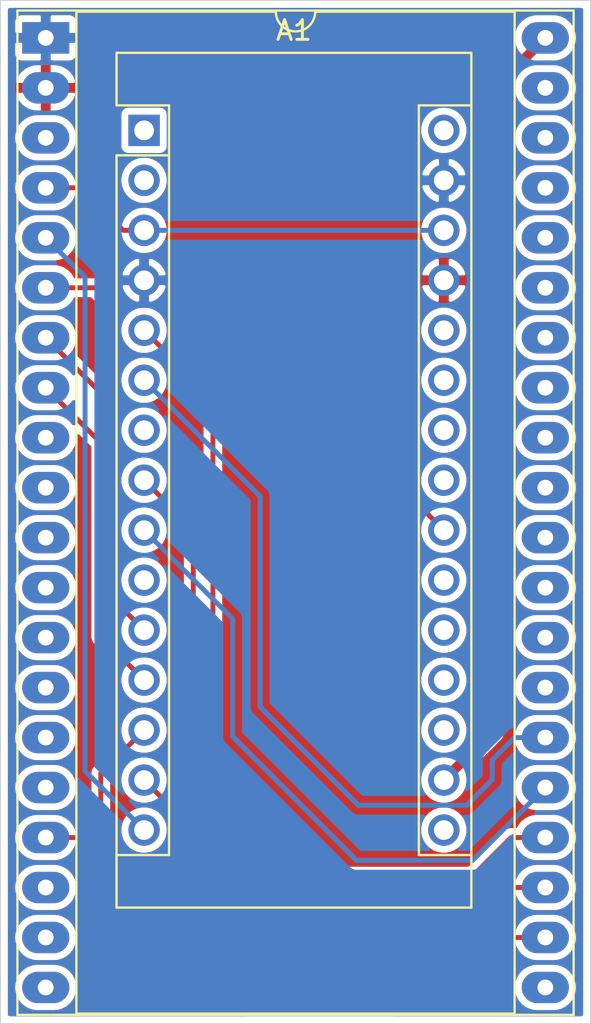
<source format=kicad_pcb>
(kicad_pcb (version 20171130) (host pcbnew 5.99.0+really5.1.12+dfsg1-1)

  (general
    (thickness 1.6)
    (drawings 6)
    (tracks 49)
    (zones 0)
    (modules 2)
    (nets 17)
  )

  (page A4)
  (layers
    (0 F.Cu signal)
    (31 B.Cu signal)
    (32 B.Adhes user)
    (33 F.Adhes user)
    (34 B.Paste user)
    (35 F.Paste user)
    (36 B.SilkS user)
    (37 F.SilkS user)
    (38 B.Mask user)
    (39 F.Mask user)
    (40 Dwgs.User user)
    (41 Cmts.User user)
    (42 Eco1.User user)
    (43 Eco2.User user)
    (44 Edge.Cuts user)
    (45 Margin user)
    (46 B.CrtYd user)
    (47 F.CrtYd user)
    (48 B.Fab user hide)
    (49 F.Fab user hide)
  )

  (setup
    (last_trace_width 0.25)
    (user_trace_width 0.5)
    (trace_clearance 0.2)
    (zone_clearance 0.35)
    (zone_45_only no)
    (trace_min 0.2)
    (via_size 0.8)
    (via_drill 0.4)
    (via_min_size 0.4)
    (via_min_drill 0.3)
    (uvia_size 0.3)
    (uvia_drill 0.1)
    (uvias_allowed no)
    (uvia_min_size 0.2)
    (uvia_min_drill 0.1)
    (edge_width 0.05)
    (segment_width 0.2)
    (pcb_text_width 0.3)
    (pcb_text_size 1.5 1.5)
    (mod_edge_width 0.12)
    (mod_text_size 1 1)
    (mod_text_width 0.15)
    (pad_size 1.524 1.524)
    (pad_drill 0.762)
    (pad_to_mask_clearance 0)
    (aux_axis_origin 0 0)
    (visible_elements FFFFFF7F)
    (pcbplotparams
      (layerselection 0x01000_ffffffff)
      (usegerberextensions false)
      (usegerberattributes true)
      (usegerberadvancedattributes true)
      (creategerberjobfile true)
      (excludeedgelayer true)
      (linewidth 0.100000)
      (plotframeref false)
      (viasonmask false)
      (mode 1)
      (useauxorigin false)
      (hpglpennumber 1)
      (hpglpenspeed 20)
      (hpglpendiameter 15.000000)
      (psnegative false)
      (psa4output false)
      (plotreference true)
      (plotvalue true)
      (plotinvisibletext false)
      (padsonsilk false)
      (subtractmaskfromsilk false)
      (outputformat 1)
      (mirror false)
      (drillshape 0)
      (scaleselection 1)
      (outputdirectory "plot"))
  )

  (net 0 "")
  (net 1 GND)
  (net 2 +5V)
  (net 3 +3V3)
  (net 4 /~RESET)
  (net 5 /Y_STEP)
  (net 6 /Y_HOME)
  (net 7 /X_HOME)
  (net 8 /STEPPER_ENABLE)
  (net 9 /EXHAUST_ENABLE)
  (net 10 /LASER_ON)
  (net 11 /LASER_PWM)
  (net 12 /X_DIR)
  (net 13 /X_STEP)
  (net 14 /Y_DIR)
  (net 15 /USB-)
  (net 16 /USB+)

  (net_class Default "This is the default net class."
    (clearance 0.2)
    (trace_width 0.25)
    (via_dia 0.8)
    (via_drill 0.4)
    (uvia_dia 0.3)
    (uvia_drill 0.1)
    (add_net +3V3)
    (add_net +5V)
    (add_net /EXHAUST_ENABLE)
    (add_net /LASER_ON)
    (add_net /LASER_PWM)
    (add_net /STEPPER_ENABLE)
    (add_net /USB+)
    (add_net /USB-)
    (add_net /X_DIR)
    (add_net /X_HOME)
    (add_net /X_STEP)
    (add_net /Y_DIR)
    (add_net /Y_HOME)
    (add_net /Y_STEP)
    (add_net /~RESET)
    (add_net GND)
  )

  (module Module:Arduino_Nano (layer F.Cu) (tedit 58ACAF70) (tstamp 61A240C6)
    (at 117.3 46.6)
    (descr "Arduino Nano, http://www.mouser.com/pdfdocs/Gravitech_Arduino_Nano3_0.pdf")
    (tags "Arduino Nano")
    (path /61A22618)
    (fp_text reference A1 (at 7.62 -5.08) (layer F.SilkS)
      (effects (font (size 1 1) (thickness 0.15)))
    )
    (fp_text value Arduino_Nano_v3.x (at 8.89 19.05 90) (layer F.Fab)
      (effects (font (size 1 1) (thickness 0.15)))
    )
    (fp_line (start 16.75 42.16) (end -1.53 42.16) (layer F.CrtYd) (width 0.05))
    (fp_line (start 16.75 42.16) (end 16.75 -4.06) (layer F.CrtYd) (width 0.05))
    (fp_line (start -1.53 -4.06) (end -1.53 42.16) (layer F.CrtYd) (width 0.05))
    (fp_line (start -1.53 -4.06) (end 16.75 -4.06) (layer F.CrtYd) (width 0.05))
    (fp_line (start 16.51 -3.81) (end 16.51 39.37) (layer F.Fab) (width 0.1))
    (fp_line (start 0 -3.81) (end 16.51 -3.81) (layer F.Fab) (width 0.1))
    (fp_line (start -1.27 -2.54) (end 0 -3.81) (layer F.Fab) (width 0.1))
    (fp_line (start -1.27 39.37) (end -1.27 -2.54) (layer F.Fab) (width 0.1))
    (fp_line (start 16.51 39.37) (end -1.27 39.37) (layer F.Fab) (width 0.1))
    (fp_line (start 16.64 -3.94) (end -1.4 -3.94) (layer F.SilkS) (width 0.12))
    (fp_line (start 16.64 39.5) (end 16.64 -3.94) (layer F.SilkS) (width 0.12))
    (fp_line (start -1.4 39.5) (end 16.64 39.5) (layer F.SilkS) (width 0.12))
    (fp_line (start 3.81 41.91) (end 3.81 31.75) (layer F.Fab) (width 0.1))
    (fp_line (start 11.43 41.91) (end 3.81 41.91) (layer F.Fab) (width 0.1))
    (fp_line (start 11.43 31.75) (end 11.43 41.91) (layer F.Fab) (width 0.1))
    (fp_line (start 3.81 31.75) (end 11.43 31.75) (layer F.Fab) (width 0.1))
    (fp_line (start 1.27 36.83) (end -1.4 36.83) (layer F.SilkS) (width 0.12))
    (fp_line (start 1.27 1.27) (end 1.27 36.83) (layer F.SilkS) (width 0.12))
    (fp_line (start 1.27 1.27) (end -1.4 1.27) (layer F.SilkS) (width 0.12))
    (fp_line (start 13.97 36.83) (end 16.64 36.83) (layer F.SilkS) (width 0.12))
    (fp_line (start 13.97 -1.27) (end 13.97 36.83) (layer F.SilkS) (width 0.12))
    (fp_line (start 13.97 -1.27) (end 16.64 -1.27) (layer F.SilkS) (width 0.12))
    (fp_line (start -1.4 -3.94) (end -1.4 -1.27) (layer F.SilkS) (width 0.12))
    (fp_line (start -1.4 1.27) (end -1.4 39.5) (layer F.SilkS) (width 0.12))
    (fp_line (start 1.27 -1.27) (end -1.4 -1.27) (layer F.SilkS) (width 0.12))
    (fp_line (start 1.27 1.27) (end 1.27 -1.27) (layer F.SilkS) (width 0.12))
    (fp_text user %R (at 6.35 19.05 90) (layer F.Fab)
      (effects (font (size 1 1) (thickness 0.15)))
    )
    (pad 16 thru_hole oval (at 15.24 35.56) (size 1.6 1.6) (drill 1) (layers *.Cu *.Mask))
    (pad 15 thru_hole oval (at 0 35.56) (size 1.6 1.6) (drill 1) (layers *.Cu *.Mask)
      (net 10 /LASER_ON))
    (pad 30 thru_hole oval (at 15.24 0) (size 1.6 1.6) (drill 1) (layers *.Cu *.Mask))
    (pad 14 thru_hole oval (at 0 33.02) (size 1.6 1.6) (drill 1) (layers *.Cu *.Mask)
      (net 11 /LASER_PWM))
    (pad 29 thru_hole oval (at 15.24 2.54) (size 1.6 1.6) (drill 1) (layers *.Cu *.Mask)
      (net 1 GND))
    (pad 13 thru_hole oval (at 0 30.48) (size 1.6 1.6) (drill 1) (layers *.Cu *.Mask)
      (net 6 /Y_HOME))
    (pad 28 thru_hole oval (at 15.24 5.08) (size 1.6 1.6) (drill 1) (layers *.Cu *.Mask)
      (net 4 /~RESET))
    (pad 12 thru_hole oval (at 0 27.94) (size 1.6 1.6) (drill 1) (layers *.Cu *.Mask)
      (net 7 /X_HOME))
    (pad 27 thru_hole oval (at 15.24 7.62) (size 1.6 1.6) (drill 1) (layers *.Cu *.Mask)
      (net 2 +5V))
    (pad 11 thru_hole oval (at 0 25.4) (size 1.6 1.6) (drill 1) (layers *.Cu *.Mask)
      (net 8 /STEPPER_ENABLE))
    (pad 26 thru_hole oval (at 15.24 10.16) (size 1.6 1.6) (drill 1) (layers *.Cu *.Mask))
    (pad 10 thru_hole oval (at 0 22.86) (size 1.6 1.6) (drill 1) (layers *.Cu *.Mask))
    (pad 25 thru_hole oval (at 15.24 12.7) (size 1.6 1.6) (drill 1) (layers *.Cu *.Mask))
    (pad 9 thru_hole oval (at 0 20.32) (size 1.6 1.6) (drill 1) (layers *.Cu *.Mask)
      (net 14 /Y_DIR))
    (pad 24 thru_hole oval (at 15.24 15.24) (size 1.6 1.6) (drill 1) (layers *.Cu *.Mask))
    (pad 8 thru_hole oval (at 0 17.78) (size 1.6 1.6) (drill 1) (layers *.Cu *.Mask)
      (net 12 /X_DIR))
    (pad 23 thru_hole oval (at 15.24 17.78) (size 1.6 1.6) (drill 1) (layers *.Cu *.Mask))
    (pad 7 thru_hole oval (at 0 15.24) (size 1.6 1.6) (drill 1) (layers *.Cu *.Mask))
    (pad 22 thru_hole oval (at 15.24 20.32) (size 1.6 1.6) (drill 1) (layers *.Cu *.Mask)
      (net 9 /EXHAUST_ENABLE))
    (pad 6 thru_hole oval (at 0 12.7) (size 1.6 1.6) (drill 1) (layers *.Cu *.Mask)
      (net 5 /Y_STEP))
    (pad 21 thru_hole oval (at 15.24 22.86) (size 1.6 1.6) (drill 1) (layers *.Cu *.Mask))
    (pad 5 thru_hole oval (at 0 10.16) (size 1.6 1.6) (drill 1) (layers *.Cu *.Mask)
      (net 13 /X_STEP))
    (pad 20 thru_hole oval (at 15.24 25.4) (size 1.6 1.6) (drill 1) (layers *.Cu *.Mask))
    (pad 4 thru_hole oval (at 0 7.62) (size 1.6 1.6) (drill 1) (layers *.Cu *.Mask)
      (net 1 GND))
    (pad 19 thru_hole oval (at 15.24 27.94) (size 1.6 1.6) (drill 1) (layers *.Cu *.Mask))
    (pad 3 thru_hole oval (at 0 5.08) (size 1.6 1.6) (drill 1) (layers *.Cu *.Mask)
      (net 4 /~RESET))
    (pad 18 thru_hole oval (at 15.24 30.48) (size 1.6 1.6) (drill 1) (layers *.Cu *.Mask))
    (pad 2 thru_hole oval (at 0 2.54) (size 1.6 1.6) (drill 1) (layers *.Cu *.Mask))
    (pad 17 thru_hole oval (at 15.24 33.02) (size 1.6 1.6) (drill 1) (layers *.Cu *.Mask)
      (net 3 +3V3))
    (pad 1 thru_hole rect (at 0 0) (size 1.6 1.6) (drill 1) (layers *.Cu *.Mask))
    (model ${KISYS3DMOD}/Module.3dshapes/Arduino_Nano_WithMountingHoles.wrl
      (at (xyz 0 0 0))
      (scale (xyz 1 1 1))
      (rotate (xyz 0 0 0))
    )
  )

  (module Package_DIP:DIP-40_W25.4mm_Socket_LongPads locked (layer F.Cu) (tedit 5A02E8C5) (tstamp 61986792)
    (at 112.3 41.9)
    (descr "40-lead though-hole mounted DIP package, row spacing 25.4 mm (1000 mils), Socket, LongPads")
    (tags "THT DIP DIL PDIP 2.54mm 25.4mm 1000mil Socket LongPads")
    (path /6196FB00)
    (fp_text reference U2 (at 12.7 -2.33) (layer F.SilkS) hide
      (effects (font (size 1 1) (thickness 0.15)))
    )
    (fp_text value mbedLPC1768 (at 12.7 50.59) (layer F.Fab)
      (effects (font (size 1 1) (thickness 0.15)))
    )
    (fp_line (start 1.255 -1.27) (end 25.145 -1.27) (layer F.Fab) (width 0.1))
    (fp_line (start 25.145 -1.27) (end 25.145 49.53) (layer F.Fab) (width 0.1))
    (fp_line (start 25.145 49.53) (end 0.255 49.53) (layer F.Fab) (width 0.1))
    (fp_line (start 0.255 49.53) (end 0.255 -0.27) (layer F.Fab) (width 0.1))
    (fp_line (start 0.255 -0.27) (end 1.255 -1.27) (layer F.Fab) (width 0.1))
    (fp_line (start -1.27 -1.33) (end -1.27 49.59) (layer F.Fab) (width 0.1))
    (fp_line (start -1.27 49.59) (end 26.67 49.59) (layer F.Fab) (width 0.1))
    (fp_line (start 26.67 49.59) (end 26.67 -1.33) (layer F.Fab) (width 0.1))
    (fp_line (start 26.67 -1.33) (end -1.27 -1.33) (layer F.Fab) (width 0.1))
    (fp_line (start 11.7 -1.33) (end 1.56 -1.33) (layer F.SilkS) (width 0.12))
    (fp_line (start 1.56 -1.33) (end 1.56 49.59) (layer F.SilkS) (width 0.12))
    (fp_line (start 1.56 49.59) (end 23.84 49.59) (layer F.SilkS) (width 0.12))
    (fp_line (start 23.84 49.59) (end 23.84 -1.33) (layer F.SilkS) (width 0.12))
    (fp_line (start 23.84 -1.33) (end 13.7 -1.33) (layer F.SilkS) (width 0.12))
    (fp_line (start -1.44 -1.39) (end -1.44 49.65) (layer F.SilkS) (width 0.12))
    (fp_line (start -1.44 49.65) (end 26.84 49.65) (layer F.SilkS) (width 0.12))
    (fp_line (start 26.84 49.65) (end 26.84 -1.39) (layer F.SilkS) (width 0.12))
    (fp_line (start 26.84 -1.39) (end -1.44 -1.39) (layer F.SilkS) (width 0.12))
    (fp_line (start -1.55 -1.6) (end -1.55 49.85) (layer F.CrtYd) (width 0.05))
    (fp_line (start -1.55 49.85) (end 26.95 49.85) (layer F.CrtYd) (width 0.05))
    (fp_line (start 26.95 49.85) (end 26.95 -1.6) (layer F.CrtYd) (width 0.05))
    (fp_line (start 26.95 -1.6) (end -1.55 -1.6) (layer F.CrtYd) (width 0.05))
    (fp_text user %R (at 12.7 24.13) (layer F.Fab)
      (effects (font (size 1 1) (thickness 0.15)))
    )
    (fp_arc (start 12.7 -1.33) (end 11.7 -1.33) (angle -180) (layer F.SilkS) (width 0.12))
    (pad 40 thru_hole oval (at 25.4 0) (size 2.4 1.6) (drill 0.8) (layers *.Cu *.Mask)
      (net 3 +3V3))
    (pad 20 thru_hole oval (at 0 48.26) (size 2.4 1.6) (drill 0.8) (layers *.Cu *.Mask))
    (pad 39 thru_hole oval (at 25.4 2.54) (size 2.4 1.6) (drill 0.8) (layers *.Cu *.Mask))
    (pad 19 thru_hole oval (at 0 45.72) (size 2.4 1.6) (drill 0.8) (layers *.Cu *.Mask))
    (pad 38 thru_hole oval (at 25.4 5.08) (size 2.4 1.6) (drill 0.8) (layers *.Cu *.Mask))
    (pad 18 thru_hole oval (at 0 43.18) (size 2.4 1.6) (drill 0.8) (layers *.Cu *.Mask))
    (pad 37 thru_hole oval (at 25.4 7.62) (size 2.4 1.6) (drill 0.8) (layers *.Cu *.Mask))
    (pad 17 thru_hole oval (at 0 40.64) (size 2.4 1.6) (drill 0.8) (layers *.Cu *.Mask)
      (net 6 /Y_HOME))
    (pad 36 thru_hole oval (at 25.4 10.16) (size 2.4 1.6) (drill 0.8) (layers *.Cu *.Mask))
    (pad 16 thru_hole oval (at 0 38.1) (size 2.4 1.6) (drill 0.8) (layers *.Cu *.Mask))
    (pad 35 thru_hole oval (at 25.4 12.7) (size 2.4 1.6) (drill 0.8) (layers *.Cu *.Mask))
    (pad 15 thru_hole oval (at 0 35.56) (size 2.4 1.6) (drill 0.8) (layers *.Cu *.Mask))
    (pad 34 thru_hole oval (at 25.4 15.24) (size 2.4 1.6) (drill 0.8) (layers *.Cu *.Mask))
    (pad 14 thru_hole oval (at 0 33.02) (size 2.4 1.6) (drill 0.8) (layers *.Cu *.Mask))
    (pad 33 thru_hole oval (at 25.4 17.78) (size 2.4 1.6) (drill 0.8) (layers *.Cu *.Mask))
    (pad 13 thru_hole oval (at 0 30.48) (size 2.4 1.6) (drill 0.8) (layers *.Cu *.Mask))
    (pad 32 thru_hole oval (at 25.4 20.32) (size 2.4 1.6) (drill 0.8) (layers *.Cu *.Mask)
      (net 15 /USB-))
    (pad 12 thru_hole oval (at 0 27.94) (size 2.4 1.6) (drill 0.8) (layers *.Cu *.Mask))
    (pad 31 thru_hole oval (at 25.4 22.86) (size 2.4 1.6) (drill 0.8) (layers *.Cu *.Mask)
      (net 16 /USB+))
    (pad 11 thru_hole oval (at 0 25.4) (size 2.4 1.6) (drill 0.8) (layers *.Cu *.Mask))
    (pad 30 thru_hole oval (at 25.4 25.4) (size 2.4 1.6) (drill 0.8) (layers *.Cu *.Mask))
    (pad 10 thru_hole oval (at 0 22.86) (size 2.4 1.6) (drill 0.8) (layers *.Cu *.Mask))
    (pad 29 thru_hole oval (at 25.4 27.94) (size 2.4 1.6) (drill 0.8) (layers *.Cu *.Mask))
    (pad 9 thru_hole oval (at 0 20.32) (size 2.4 1.6) (drill 0.8) (layers *.Cu *.Mask))
    (pad 28 thru_hole oval (at 25.4 30.48) (size 2.4 1.6) (drill 0.8) (layers *.Cu *.Mask))
    (pad 8 thru_hole oval (at 0 17.78) (size 2.4 1.6) (drill 0.8) (layers *.Cu *.Mask)
      (net 7 /X_HOME))
    (pad 27 thru_hole oval (at 25.4 33.02) (size 2.4 1.6) (drill 0.8) (layers *.Cu *.Mask))
    (pad 7 thru_hole oval (at 0 15.24) (size 2.4 1.6) (drill 0.8) (layers *.Cu *.Mask)
      (net 8 /STEPPER_ENABLE))
    (pad 26 thru_hole oval (at 25.4 35.56) (size 2.4 1.6) (drill 0.8) (layers *.Cu *.Mask)
      (net 5 /Y_STEP))
    (pad 6 thru_hole oval (at 0 12.7) (size 2.4 1.6) (drill 0.8) (layers *.Cu *.Mask)
      (net 9 /EXHAUST_ENABLE))
    (pad 25 thru_hole oval (at 25.4 38.1) (size 2.4 1.6) (drill 0.8) (layers *.Cu *.Mask)
      (net 14 /Y_DIR))
    (pad 5 thru_hole oval (at 0 10.16) (size 2.4 1.6) (drill 0.8) (layers *.Cu *.Mask)
      (net 10 /LASER_ON))
    (pad 24 thru_hole oval (at 25.4 40.64) (size 2.4 1.6) (drill 0.8) (layers *.Cu *.Mask)
      (net 13 /X_STEP))
    (pad 4 thru_hole oval (at 0 7.62) (size 2.4 1.6) (drill 0.8) (layers *.Cu *.Mask)
      (net 4 /~RESET))
    (pad 23 thru_hole oval (at 25.4 43.18) (size 2.4 1.6) (drill 0.8) (layers *.Cu *.Mask)
      (net 12 /X_DIR))
    (pad 3 thru_hole oval (at 0 5.08) (size 2.4 1.6) (drill 0.8) (layers *.Cu *.Mask))
    (pad 22 thru_hole oval (at 25.4 45.72) (size 2.4 1.6) (drill 0.8) (layers *.Cu *.Mask)
      (net 11 /LASER_PWM))
    (pad 2 thru_hole oval (at 0 2.54) (size 2.4 1.6) (drill 0.8) (layers *.Cu *.Mask)
      (net 2 +5V))
    (pad 21 thru_hole oval (at 25.4 48.26) (size 2.4 1.6) (drill 0.8) (layers *.Cu *.Mask))
    (pad 1 thru_hole rect (at 0 0) (size 2.4 1.6) (drill 0.8) (layers *.Cu *.Mask)
      (net 1 GND))
  )

  (gr_text 1 (at 115.9 42.1) (layer F.Cu) (tstamp 61A249F3)
    (effects (font (size 1.3 1.3) (thickness 0.25)))
  )
  (gr_text "USB ↓" (at 126.2 90.3) (layer F.Cu)
    (effects (font (size 1.3 1.3) (thickness 0.25)))
  )
  (gr_line (start 110 92) (end 110 40) (layer Edge.Cuts) (width 0.05) (tstamp 6198694F))
  (gr_line (start 140 92) (end 110 92) (layer Edge.Cuts) (width 0.05))
  (gr_line (start 140 40) (end 140 92) (layer Edge.Cuts) (width 0.05))
  (gr_line (start 110 40) (end 140 40) (layer Edge.Cuts) (width 0.05))

  (segment (start 137.7 41.9) (end 135 44.6) (width 0.5) (layer F.Cu) (net 3))
  (segment (start 135 77.16) (end 132.54 79.62) (width 0.5) (layer F.Cu) (net 3))
  (segment (start 135 44.6) (end 135 77.16) (width 0.5) (layer F.Cu) (net 3))
  (segment (start 116.24 51.68) (end 114.08 49.52) (width 0.25) (layer F.Cu) (net 4))
  (segment (start 117.3 51.68) (end 116.24 51.68) (width 0.25) (layer F.Cu) (net 4))
  (segment (start 112.3 49.52) (end 114.08 49.52) (width 0.25) (layer F.Cu) (net 4))
  (segment (start 132.54 51.68) (end 117.3 51.68) (width 0.25) (layer B.Cu) (net 4))
  (segment (start 128.2 80.9) (end 123.2 75.9) (width 0.25) (layer B.Cu) (net 5))
  (segment (start 123.2 65.2) (end 117.3 59.3) (width 0.25) (layer B.Cu) (net 5))
  (segment (start 123.2 75.9) (end 123.2 65.2) (width 0.25) (layer B.Cu) (net 5))
  (segment (start 137.7 77.46) (end 136.14 77.46) (width 0.25) (layer B.Cu) (net 5))
  (segment (start 136.14 77.46) (end 135 78.6) (width 0.25) (layer B.Cu) (net 5))
  (segment (start 135 79.6) (end 133.7 80.9) (width 0.25) (layer B.Cu) (net 5))
  (segment (start 135 78.6) (end 135 79.6) (width 0.25) (layer B.Cu) (net 5))
  (segment (start 133.7 80.9) (end 128.2 80.9) (width 0.25) (layer B.Cu) (net 5))
  (segment (start 115.1 79.28) (end 117.3 77.08) (width 0.25) (layer F.Cu) (net 6))
  (segment (start 113.96 82.54) (end 115.1 81.4) (width 0.25) (layer F.Cu) (net 6))
  (segment (start 115.1 81.4) (end 115.1 79.28) (width 0.25) (layer F.Cu) (net 6))
  (segment (start 112.3 82.54) (end 113.96 82.54) (width 0.25) (layer F.Cu) (net 6))
  (segment (start 117.3 74.54) (end 115.1 72.34) (width 0.25) (layer F.Cu) (net 7))
  (segment (start 115.1 62.48) (end 112.3 59.68) (width 0.25) (layer F.Cu) (net 7))
  (segment (start 115.1 72.34) (end 115.1 62.48) (width 0.25) (layer F.Cu) (net 7))
  (segment (start 117.3 72) (end 115.9 70.6) (width 0.25) (layer F.Cu) (net 8))
  (segment (start 115.9 60.74) (end 112.3 57.14) (width 0.25) (layer F.Cu) (net 8))
  (segment (start 115.9 70.6) (end 115.9 60.74) (width 0.25) (layer F.Cu) (net 8))
  (segment (start 112.3 54.6) (end 114.8 54.6) (width 0.25) (layer F.Cu) (net 9))
  (segment (start 114.8 54.6) (end 115.7 55.5) (width 0.25) (layer F.Cu) (net 9))
  (segment (start 121.12 55.5) (end 132.54 66.92) (width 0.25) (layer F.Cu) (net 9))
  (segment (start 115.7 55.5) (end 121.12 55.5) (width 0.25) (layer F.Cu) (net 9))
  (segment (start 117.3 82.16) (end 114.3 79.16) (width 0.25) (layer B.Cu) (net 10))
  (segment (start 114.3 54.06) (end 112.3 52.06) (width 0.25) (layer B.Cu) (net 10))
  (segment (start 114.3 79.16) (end 114.3 54.06) (width 0.25) (layer B.Cu) (net 10))
  (segment (start 125.3 87.62) (end 137.7 87.62) (width 0.25) (layer F.Cu) (net 11))
  (segment (start 117.3 79.62) (end 125.3 87.62) (width 0.25) (layer F.Cu) (net 11))
  (segment (start 137.7 85.08) (end 124.98 85.08) (width 0.25) (layer F.Cu) (net 12))
  (segment (start 124.98 85.08) (end 119.8 79.9) (width 0.25) (layer F.Cu) (net 12))
  (segment (start 119.8 66.88) (end 117.3 64.38) (width 0.25) (layer F.Cu) (net 12))
  (segment (start 119.8 79.9) (end 119.8 66.88) (width 0.25) (layer F.Cu) (net 12))
  (segment (start 120.8 60.26) (end 117.3 56.76) (width 0.25) (layer F.Cu) (net 13))
  (segment (start 120.8 79.8) (end 120.8 60.26) (width 0.25) (layer F.Cu) (net 13))
  (segment (start 125.5 84.5) (end 120.8 79.8) (width 0.25) (layer F.Cu) (net 13))
  (segment (start 134 84.5) (end 125.5 84.5) (width 0.25) (layer F.Cu) (net 13))
  (segment (start 135.96 82.54) (end 134 84.5) (width 0.25) (layer F.Cu) (net 13))
  (segment (start 137.7 82.54) (end 135.96 82.54) (width 0.25) (layer F.Cu) (net 13))
  (segment (start 137.7 80) (end 134 83.7) (width 0.25) (layer B.Cu) (net 14))
  (segment (start 134 83.7) (end 128.1 83.7) (width 0.25) (layer B.Cu) (net 14))
  (segment (start 128.1 83.7) (end 121.8 77.4) (width 0.25) (layer B.Cu) (net 14))
  (segment (start 121.8 71.42) (end 117.3 66.92) (width 0.25) (layer B.Cu) (net 14))
  (segment (start 121.8 77.4) (end 121.8 71.42) (width 0.25) (layer B.Cu) (net 14))

  (zone (net 2) (net_name +5V) (layer F.Cu) (tstamp 61A24CC9) (hatch edge 0.508)
    (connect_pads (clearance 0.35))
    (min_thickness 0.2)
    (fill yes (arc_segments 32) (thermal_gap 0.35) (thermal_bridge_width 0.5) (smoothing chamfer))
    (polygon
      (pts
        (xy 140 92) (xy 110 92) (xy 110 40) (xy 140 40)
      )
    )
    (filled_polygon
      (pts
        (xy 139.525001 91.525) (xy 130.025 91.525) (xy 130.025 90.16) (xy 136.043952 90.16) (xy 136.068087 90.405043)
        (xy 136.139563 90.640669) (xy 136.255634 90.857823) (xy 136.41184 91.04816) (xy 136.602177 91.204366) (xy 136.819331 91.320437)
        (xy 137.054957 91.391913) (xy 137.238595 91.41) (xy 138.161405 91.41) (xy 138.345043 91.391913) (xy 138.580669 91.320437)
        (xy 138.797823 91.204366) (xy 138.98816 91.04816) (xy 139.144366 90.857823) (xy 139.260437 90.640669) (xy 139.331913 90.405043)
        (xy 139.356048 90.16) (xy 139.331913 89.914957) (xy 139.260437 89.679331) (xy 139.144366 89.462177) (xy 138.98816 89.27184)
        (xy 138.797823 89.115634) (xy 138.580669 88.999563) (xy 138.345043 88.928087) (xy 138.161405 88.91) (xy 137.238595 88.91)
        (xy 137.054957 88.928087) (xy 136.819331 88.999563) (xy 136.602177 89.115634) (xy 136.41184 89.27184) (xy 136.255634 89.462177)
        (xy 136.139563 89.679331) (xy 136.068087 89.914957) (xy 136.043952 90.16) (xy 130.025 90.16) (xy 130.025 88.8515)
        (xy 122.375 88.8515) (xy 122.375 91.525) (xy 110.475 91.525) (xy 110.475 90.16) (xy 110.643952 90.16)
        (xy 110.668087 90.405043) (xy 110.739563 90.640669) (xy 110.855634 90.857823) (xy 111.01184 91.04816) (xy 111.202177 91.204366)
        (xy 111.419331 91.320437) (xy 111.654957 91.391913) (xy 111.838595 91.41) (xy 112.761405 91.41) (xy 112.945043 91.391913)
        (xy 113.180669 91.320437) (xy 113.397823 91.204366) (xy 113.58816 91.04816) (xy 113.744366 90.857823) (xy 113.860437 90.640669)
        (xy 113.931913 90.405043) (xy 113.956048 90.16) (xy 113.931913 89.914957) (xy 113.860437 89.679331) (xy 113.744366 89.462177)
        (xy 113.58816 89.27184) (xy 113.397823 89.115634) (xy 113.180669 88.999563) (xy 112.945043 88.928087) (xy 112.761405 88.91)
        (xy 111.838595 88.91) (xy 111.654957 88.928087) (xy 111.419331 88.999563) (xy 111.202177 89.115634) (xy 111.01184 89.27184)
        (xy 110.855634 89.462177) (xy 110.739563 89.679331) (xy 110.668087 89.914957) (xy 110.643952 90.16) (xy 110.475 90.16)
        (xy 110.475 87.62) (xy 110.643952 87.62) (xy 110.668087 87.865043) (xy 110.739563 88.100669) (xy 110.855634 88.317823)
        (xy 111.01184 88.50816) (xy 111.202177 88.664366) (xy 111.419331 88.780437) (xy 111.654957 88.851913) (xy 111.838595 88.87)
        (xy 112.761405 88.87) (xy 112.945043 88.851913) (xy 113.180669 88.780437) (xy 113.397823 88.664366) (xy 113.58816 88.50816)
        (xy 113.744366 88.317823) (xy 113.860437 88.100669) (xy 113.931913 87.865043) (xy 113.956048 87.62) (xy 113.931913 87.374957)
        (xy 113.860437 87.139331) (xy 113.744366 86.922177) (xy 113.58816 86.73184) (xy 113.397823 86.575634) (xy 113.180669 86.459563)
        (xy 112.945043 86.388087) (xy 112.761405 86.37) (xy 111.838595 86.37) (xy 111.654957 86.388087) (xy 111.419331 86.459563)
        (xy 111.202177 86.575634) (xy 111.01184 86.73184) (xy 110.855634 86.922177) (xy 110.739563 87.139331) (xy 110.668087 87.374957)
        (xy 110.643952 87.62) (xy 110.475 87.62) (xy 110.475 85.08) (xy 110.643952 85.08) (xy 110.668087 85.325043)
        (xy 110.739563 85.560669) (xy 110.855634 85.777823) (xy 111.01184 85.96816) (xy 111.202177 86.124366) (xy 111.419331 86.240437)
        (xy 111.654957 86.311913) (xy 111.838595 86.33) (xy 112.761405 86.33) (xy 112.945043 86.311913) (xy 113.180669 86.240437)
        (xy 113.397823 86.124366) (xy 113.58816 85.96816) (xy 113.744366 85.777823) (xy 113.860437 85.560669) (xy 113.931913 85.325043)
        (xy 113.956048 85.08) (xy 113.931913 84.834957) (xy 113.860437 84.599331) (xy 113.744366 84.382177) (xy 113.58816 84.19184)
        (xy 113.397823 84.035634) (xy 113.180669 83.919563) (xy 112.945043 83.848087) (xy 112.761405 83.83) (xy 111.838595 83.83)
        (xy 111.654957 83.848087) (xy 111.419331 83.919563) (xy 111.202177 84.035634) (xy 111.01184 84.19184) (xy 110.855634 84.382177)
        (xy 110.739563 84.599331) (xy 110.668087 84.834957) (xy 110.643952 85.08) (xy 110.475 85.08) (xy 110.475 82.54)
        (xy 110.643952 82.54) (xy 110.668087 82.785043) (xy 110.739563 83.020669) (xy 110.855634 83.237823) (xy 111.01184 83.42816)
        (xy 111.202177 83.584366) (xy 111.419331 83.700437) (xy 111.654957 83.771913) (xy 111.838595 83.79) (xy 112.761405 83.79)
        (xy 112.945043 83.771913) (xy 113.180669 83.700437) (xy 113.397823 83.584366) (xy 113.58816 83.42816) (xy 113.744366 83.237823)
        (xy 113.810016 83.115) (xy 113.931757 83.115) (xy 113.96 83.117782) (xy 113.988243 83.115) (xy 113.988246 83.115)
        (xy 114.07272 83.10668) (xy 114.181108 83.073801) (xy 114.280998 83.020408) (xy 114.368554 82.948554) (xy 114.386565 82.926607)
        (xy 115.486613 81.82656) (xy 115.508554 81.808554) (xy 115.542782 81.766847) (xy 115.580408 81.720999) (xy 115.617374 81.65184)
        (xy 115.633801 81.621108) (xy 115.66668 81.51272) (xy 115.675 81.428246) (xy 115.675 81.428244) (xy 115.677782 81.400001)
        (xy 115.675 81.371758) (xy 115.675 79.518172) (xy 116.246625 78.946547) (xy 116.192265 79.027903) (xy 116.098037 79.255389)
        (xy 116.05 79.496886) (xy 116.05 79.743114) (xy 116.098037 79.984611) (xy 116.192265 80.212097) (xy 116.329062 80.416828)
        (xy 116.503172 80.590938) (xy 116.707903 80.727735) (xy 116.935389 80.821963) (xy 117.176886 80.87) (xy 117.423114 80.87)
        (xy 117.664611 80.821963) (xy 117.681709 80.814881) (xy 117.973454 81.106626) (xy 117.892097 81.052265) (xy 117.664611 80.958037)
        (xy 117.423114 80.91) (xy 117.176886 80.91) (xy 116.935389 80.958037) (xy 116.707903 81.052265) (xy 116.503172 81.189062)
        (xy 116.329062 81.363172) (xy 116.192265 81.567903) (xy 116.098037 81.795389) (xy 116.05 82.036886) (xy 116.05 82.283114)
        (xy 116.098037 82.524611) (xy 116.192265 82.752097) (xy 116.329062 82.956828) (xy 116.503172 83.130938) (xy 116.707903 83.267735)
        (xy 116.935389 83.361963) (xy 117.176886 83.41) (xy 117.423114 83.41) (xy 117.664611 83.361963) (xy 117.892097 83.267735)
        (xy 118.096828 83.130938) (xy 118.270938 82.956828) (xy 118.407735 82.752097) (xy 118.501963 82.524611) (xy 118.55 82.283114)
        (xy 118.55 82.036886) (xy 118.501963 81.795389) (xy 118.407735 81.567903) (xy 118.353374 81.486546) (xy 124.873434 88.006606)
        (xy 124.891446 88.028554) (xy 124.979002 88.100408) (xy 125.078892 88.153801) (xy 125.18728 88.18668) (xy 125.271754 88.195)
        (xy 125.271756 88.195) (xy 125.299999 88.197782) (xy 125.328242 88.195) (xy 136.189984 88.195) (xy 136.255634 88.317823)
        (xy 136.41184 88.50816) (xy 136.602177 88.664366) (xy 136.819331 88.780437) (xy 137.054957 88.851913) (xy 137.238595 88.87)
        (xy 138.161405 88.87) (xy 138.345043 88.851913) (xy 138.580669 88.780437) (xy 138.797823 88.664366) (xy 138.98816 88.50816)
        (xy 139.144366 88.317823) (xy 139.260437 88.100669) (xy 139.331913 87.865043) (xy 139.356048 87.62) (xy 139.331913 87.374957)
        (xy 139.260437 87.139331) (xy 139.144366 86.922177) (xy 138.98816 86.73184) (xy 138.797823 86.575634) (xy 138.580669 86.459563)
        (xy 138.345043 86.388087) (xy 138.161405 86.37) (xy 137.238595 86.37) (xy 137.054957 86.388087) (xy 136.819331 86.459563)
        (xy 136.602177 86.575634) (xy 136.41184 86.73184) (xy 136.255634 86.922177) (xy 136.189984 87.045) (xy 125.538172 87.045)
        (xy 118.494881 80.001709) (xy 118.501963 79.984611) (xy 118.55 79.743114) (xy 118.55 79.496886) (xy 118.501963 79.255389)
        (xy 118.407735 79.027903) (xy 118.270938 78.823172) (xy 118.096828 78.649062) (xy 117.892097 78.512265) (xy 117.664611 78.418037)
        (xy 117.423114 78.37) (xy 117.176886 78.37) (xy 116.935389 78.418037) (xy 116.707903 78.512265) (xy 116.626547 78.566625)
        (xy 116.918292 78.274881) (xy 116.935389 78.281963) (xy 117.176886 78.33) (xy 117.423114 78.33) (xy 117.664611 78.281963)
        (xy 117.892097 78.187735) (xy 118.096828 78.050938) (xy 118.270938 77.876828) (xy 118.407735 77.672097) (xy 118.501963 77.444611)
        (xy 118.55 77.203114) (xy 118.55 76.956886) (xy 118.501963 76.715389) (xy 118.407735 76.487903) (xy 118.270938 76.283172)
        (xy 118.096828 76.109062) (xy 117.892097 75.972265) (xy 117.664611 75.878037) (xy 117.423114 75.83) (xy 117.176886 75.83)
        (xy 116.935389 75.878037) (xy 116.707903 75.972265) (xy 116.503172 76.109062) (xy 116.329062 76.283172) (xy 116.192265 76.487903)
        (xy 116.098037 76.715389) (xy 116.05 76.956886) (xy 116.05 77.203114) (xy 116.098037 77.444611) (xy 116.105119 77.461708)
        (xy 114.713389 78.853439) (xy 114.691447 78.871446) (xy 114.673441 78.893387) (xy 114.619592 78.959002) (xy 114.566199 79.058893)
        (xy 114.533321 79.167281) (xy 114.522218 79.28) (xy 114.525001 79.308253) (xy 114.525 81.161827) (xy 113.779298 81.90753)
        (xy 113.744366 81.842177) (xy 113.58816 81.65184) (xy 113.397823 81.495634) (xy 113.180669 81.379563) (xy 112.945043 81.308087)
        (xy 112.761405 81.29) (xy 111.838595 81.29) (xy 111.654957 81.308087) (xy 111.419331 81.379563) (xy 111.202177 81.495634)
        (xy 111.01184 81.65184) (xy 110.855634 81.842177) (xy 110.739563 82.059331) (xy 110.668087 82.294957) (xy 110.643952 82.54)
        (xy 110.475 82.54) (xy 110.475 80) (xy 110.643952 80) (xy 110.668087 80.245043) (xy 110.739563 80.480669)
        (xy 110.855634 80.697823) (xy 111.01184 80.88816) (xy 111.202177 81.044366) (xy 111.419331 81.160437) (xy 111.654957 81.231913)
        (xy 111.838595 81.25) (xy 112.761405 81.25) (xy 112.945043 81.231913) (xy 113.180669 81.160437) (xy 113.397823 81.044366)
        (xy 113.58816 80.88816) (xy 113.744366 80.697823) (xy 113.860437 80.480669) (xy 113.931913 80.245043) (xy 113.956048 80)
        (xy 113.931913 79.754957) (xy 113.860437 79.519331) (xy 113.744366 79.302177) (xy 113.58816 79.11184) (xy 113.397823 78.955634)
        (xy 113.180669 78.839563) (xy 112.945043 78.768087) (xy 112.761405 78.75) (xy 111.838595 78.75) (xy 111.654957 78.768087)
        (xy 111.419331 78.839563) (xy 111.202177 78.955634) (xy 111.01184 79.11184) (xy 110.855634 79.302177) (xy 110.739563 79.519331)
        (xy 110.668087 79.754957) (xy 110.643952 80) (xy 110.475 80) (xy 110.475 77.46) (xy 110.643952 77.46)
        (xy 110.668087 77.705043) (xy 110.739563 77.940669) (xy 110.855634 78.157823) (xy 111.01184 78.34816) (xy 111.202177 78.504366)
        (xy 111.419331 78.620437) (xy 111.654957 78.691913) (xy 111.838595 78.71) (xy 112.761405 78.71) (xy 112.945043 78.691913)
        (xy 113.180669 78.620437) (xy 113.397823 78.504366) (xy 113.58816 78.34816) (xy 113.744366 78.157823) (xy 113.860437 77.940669)
        (xy 113.931913 77.705043) (xy 113.956048 77.46) (xy 113.931913 77.214957) (xy 113.860437 76.979331) (xy 113.744366 76.762177)
        (xy 113.58816 76.57184) (xy 113.397823 76.415634) (xy 113.180669 76.299563) (xy 112.945043 76.228087) (xy 112.761405 76.21)
        (xy 111.838595 76.21) (xy 111.654957 76.228087) (xy 111.419331 76.299563) (xy 111.202177 76.415634) (xy 111.01184 76.57184)
        (xy 110.855634 76.762177) (xy 110.739563 76.979331) (xy 110.668087 77.214957) (xy 110.643952 77.46) (xy 110.475 77.46)
        (xy 110.475 74.92) (xy 110.643952 74.92) (xy 110.668087 75.165043) (xy 110.739563 75.400669) (xy 110.855634 75.617823)
        (xy 111.01184 75.80816) (xy 111.202177 75.964366) (xy 111.419331 76.080437) (xy 111.654957 76.151913) (xy 111.838595 76.17)
        (xy 112.761405 76.17) (xy 112.945043 76.151913) (xy 113.180669 76.080437) (xy 113.397823 75.964366) (xy 113.58816 75.80816)
        (xy 113.744366 75.617823) (xy 113.860437 75.400669) (xy 113.931913 75.165043) (xy 113.956048 74.92) (xy 113.931913 74.674957)
        (xy 113.860437 74.439331) (xy 113.744366 74.222177) (xy 113.58816 74.03184) (xy 113.397823 73.875634) (xy 113.180669 73.759563)
        (xy 112.945043 73.688087) (xy 112.761405 73.67) (xy 111.838595 73.67) (xy 111.654957 73.688087) (xy 111.419331 73.759563)
        (xy 111.202177 73.875634) (xy 111.01184 74.03184) (xy 110.855634 74.222177) (xy 110.739563 74.439331) (xy 110.668087 74.674957)
        (xy 110.643952 74.92) (xy 110.475 74.92) (xy 110.475 72.38) (xy 110.643952 72.38) (xy 110.668087 72.625043)
        (xy 110.739563 72.860669) (xy 110.855634 73.077823) (xy 111.01184 73.26816) (xy 111.202177 73.424366) (xy 111.419331 73.540437)
        (xy 111.654957 73.611913) (xy 111.838595 73.63) (xy 112.761405 73.63) (xy 112.945043 73.611913) (xy 113.180669 73.540437)
        (xy 113.397823 73.424366) (xy 113.58816 73.26816) (xy 113.744366 73.077823) (xy 113.860437 72.860669) (xy 113.931913 72.625043)
        (xy 113.956048 72.38) (xy 113.931913 72.134957) (xy 113.860437 71.899331) (xy 113.744366 71.682177) (xy 113.58816 71.49184)
        (xy 113.397823 71.335634) (xy 113.180669 71.219563) (xy 112.945043 71.148087) (xy 112.761405 71.13) (xy 111.838595 71.13)
        (xy 111.654957 71.148087) (xy 111.419331 71.219563) (xy 111.202177 71.335634) (xy 111.01184 71.49184) (xy 110.855634 71.682177)
        (xy 110.739563 71.899331) (xy 110.668087 72.134957) (xy 110.643952 72.38) (xy 110.475 72.38) (xy 110.475 69.84)
        (xy 110.643952 69.84) (xy 110.668087 70.085043) (xy 110.739563 70.320669) (xy 110.855634 70.537823) (xy 111.01184 70.72816)
        (xy 111.202177 70.884366) (xy 111.419331 71.000437) (xy 111.654957 71.071913) (xy 111.838595 71.09) (xy 112.761405 71.09)
        (xy 112.945043 71.071913) (xy 113.180669 71.000437) (xy 113.397823 70.884366) (xy 113.58816 70.72816) (xy 113.744366 70.537823)
        (xy 113.860437 70.320669) (xy 113.931913 70.085043) (xy 113.956048 69.84) (xy 113.931913 69.594957) (xy 113.860437 69.359331)
        (xy 113.744366 69.142177) (xy 113.58816 68.95184) (xy 113.397823 68.795634) (xy 113.180669 68.679563) (xy 112.945043 68.608087)
        (xy 112.761405 68.59) (xy 111.838595 68.59) (xy 111.654957 68.608087) (xy 111.419331 68.679563) (xy 111.202177 68.795634)
        (xy 111.01184 68.95184) (xy 110.855634 69.142177) (xy 110.739563 69.359331) (xy 110.668087 69.594957) (xy 110.643952 69.84)
        (xy 110.475 69.84) (xy 110.475 67.3) (xy 110.643952 67.3) (xy 110.668087 67.545043) (xy 110.739563 67.780669)
        (xy 110.855634 67.997823) (xy 111.01184 68.18816) (xy 111.202177 68.344366) (xy 111.419331 68.460437) (xy 111.654957 68.531913)
        (xy 111.838595 68.55) (xy 112.761405 68.55) (xy 112.945043 68.531913) (xy 113.180669 68.460437) (xy 113.397823 68.344366)
        (xy 113.58816 68.18816) (xy 113.744366 67.997823) (xy 113.860437 67.780669) (xy 113.931913 67.545043) (xy 113.956048 67.3)
        (xy 113.931913 67.054957) (xy 113.860437 66.819331) (xy 113.744366 66.602177) (xy 113.58816 66.41184) (xy 113.397823 66.255634)
        (xy 113.180669 66.139563) (xy 112.945043 66.068087) (xy 112.761405 66.05) (xy 111.838595 66.05) (xy 111.654957 66.068087)
        (xy 111.419331 66.139563) (xy 111.202177 66.255634) (xy 111.01184 66.41184) (xy 110.855634 66.602177) (xy 110.739563 66.819331)
        (xy 110.668087 67.054957) (xy 110.643952 67.3) (xy 110.475 67.3) (xy 110.475 64.76) (xy 110.643952 64.76)
        (xy 110.668087 65.005043) (xy 110.739563 65.240669) (xy 110.855634 65.457823) (xy 111.01184 65.64816) (xy 111.202177 65.804366)
        (xy 111.419331 65.920437) (xy 111.654957 65.991913) (xy 111.838595 66.01) (xy 112.761405 66.01) (xy 112.945043 65.991913)
        (xy 113.180669 65.920437) (xy 113.397823 65.804366) (xy 113.58816 65.64816) (xy 113.744366 65.457823) (xy 113.860437 65.240669)
        (xy 113.931913 65.005043) (xy 113.956048 64.76) (xy 113.931913 64.514957) (xy 113.860437 64.279331) (xy 113.744366 64.062177)
        (xy 113.58816 63.87184) (xy 113.397823 63.715634) (xy 113.180669 63.599563) (xy 112.945043 63.528087) (xy 112.761405 63.51)
        (xy 111.838595 63.51) (xy 111.654957 63.528087) (xy 111.419331 63.599563) (xy 111.202177 63.715634) (xy 111.01184 63.87184)
        (xy 110.855634 64.062177) (xy 110.739563 64.279331) (xy 110.668087 64.514957) (xy 110.643952 64.76) (xy 110.475 64.76)
        (xy 110.475 54.6) (xy 110.643952 54.6) (xy 110.668087 54.845043) (xy 110.739563 55.080669) (xy 110.855634 55.297823)
        (xy 111.01184 55.48816) (xy 111.202177 55.644366) (xy 111.419331 55.760437) (xy 111.654957 55.831913) (xy 111.838595 55.85)
        (xy 112.761405 55.85) (xy 112.945043 55.831913) (xy 113.180669 55.760437) (xy 113.397823 55.644366) (xy 113.58816 55.48816)
        (xy 113.744366 55.297823) (xy 113.810016 55.175) (xy 114.561828 55.175) (xy 115.273439 55.886612) (xy 115.291446 55.908554)
        (xy 115.313386 55.926559) (xy 115.379001 55.980408) (xy 115.478892 56.033801) (xy 115.58728 56.06668) (xy 115.671754 56.075)
        (xy 115.671756 56.075) (xy 115.699999 56.077782) (xy 115.728242 56.075) (xy 116.254341 56.075) (xy 116.192265 56.167903)
        (xy 116.098037 56.395389) (xy 116.05 56.636886) (xy 116.05 56.883114) (xy 116.098037 57.124611) (xy 116.192265 57.352097)
        (xy 116.329062 57.556828) (xy 116.503172 57.730938) (xy 116.707903 57.867735) (xy 116.935389 57.961963) (xy 117.176886 58.01)
        (xy 117.423114 58.01) (xy 117.664611 57.961963) (xy 117.681709 57.954881) (xy 117.973453 58.246626) (xy 117.892097 58.192265)
        (xy 117.664611 58.098037) (xy 117.423114 58.05) (xy 117.176886 58.05) (xy 116.935389 58.098037) (xy 116.707903 58.192265)
        (xy 116.503172 58.329062) (xy 116.329062 58.503172) (xy 116.192265 58.707903) (xy 116.098037 58.935389) (xy 116.05 59.176886)
        (xy 116.05 59.423114) (xy 116.098037 59.664611) (xy 116.192265 59.892097) (xy 116.329062 60.096828) (xy 116.503172 60.270938)
        (xy 116.707903 60.407735) (xy 116.935389 60.501963) (xy 117.176886 60.55) (xy 117.423114 60.55) (xy 117.664611 60.501963)
        (xy 117.892097 60.407735) (xy 118.096828 60.270938) (xy 118.270938 60.096828) (xy 118.407735 59.892097) (xy 118.501963 59.664611)
        (xy 118.55 59.423114) (xy 118.55 59.176886) (xy 118.501963 58.935389) (xy 118.407735 58.707903) (xy 118.353375 58.626547)
        (xy 120.225001 60.498174) (xy 120.225001 66.491487) (xy 120.208554 66.471446) (xy 120.186612 66.453439) (xy 118.494881 64.761709)
        (xy 118.501963 64.744611) (xy 118.55 64.503114) (xy 118.55 64.256886) (xy 118.501963 64.015389) (xy 118.407735 63.787903)
        (xy 118.270938 63.583172) (xy 118.096828 63.409062) (xy 117.892097 63.272265) (xy 117.664611 63.178037) (xy 117.423114 63.13)
        (xy 117.176886 63.13) (xy 116.935389 63.178037) (xy 116.707903 63.272265) (xy 116.503172 63.409062) (xy 116.475 63.437234)
        (xy 116.475 62.782766) (xy 116.503172 62.810938) (xy 116.707903 62.947735) (xy 116.935389 63.041963) (xy 117.176886 63.09)
        (xy 117.423114 63.09) (xy 117.664611 63.041963) (xy 117.892097 62.947735) (xy 118.096828 62.810938) (xy 118.270938 62.636828)
        (xy 118.407735 62.432097) (xy 118.501963 62.204611) (xy 118.55 61.963114) (xy 118.55 61.716886) (xy 118.501963 61.475389)
        (xy 118.407735 61.247903) (xy 118.270938 61.043172) (xy 118.096828 60.869062) (xy 117.892097 60.732265) (xy 117.664611 60.638037)
        (xy 117.423114 60.59) (xy 117.176886 60.59) (xy 116.935389 60.638037) (xy 116.707903 60.732265) (xy 116.503172 60.869062)
        (xy 116.475 60.897234) (xy 116.475 60.768243) (xy 116.477782 60.74) (xy 116.472518 60.686559) (xy 116.46668 60.62728)
        (xy 116.433801 60.518892) (xy 116.413604 60.481107) (xy 116.380408 60.419001) (xy 116.326559 60.353386) (xy 116.308554 60.331446)
        (xy 116.286612 60.313439) (xy 113.767575 57.794402) (xy 113.860437 57.620669) (xy 113.931913 57.385043) (xy 113.956048 57.14)
        (xy 113.931913 56.894957) (xy 113.860437 56.659331) (xy 113.744366 56.442177) (xy 113.58816 56.25184) (xy 113.397823 56.095634)
        (xy 113.180669 55.979563) (xy 112.945043 55.908087) (xy 112.761405 55.89) (xy 111.838595 55.89) (xy 111.654957 55.908087)
        (xy 111.419331 55.979563) (xy 111.202177 56.095634) (xy 111.01184 56.25184) (xy 110.855634 56.442177) (xy 110.739563 56.659331)
        (xy 110.668087 56.894957) (xy 110.643952 57.14) (xy 110.668087 57.385043) (xy 110.739563 57.620669) (xy 110.855634 57.837823)
        (xy 111.01184 58.02816) (xy 111.202177 58.184366) (xy 111.419331 58.300437) (xy 111.654957 58.371913) (xy 111.838595 58.39)
        (xy 112.736828 58.39) (xy 112.778513 58.431685) (xy 112.761405 58.43) (xy 111.838595 58.43) (xy 111.654957 58.448087)
        (xy 111.419331 58.519563) (xy 111.202177 58.635634) (xy 111.01184 58.79184) (xy 110.855634 58.982177) (xy 110.739563 59.199331)
        (xy 110.668087 59.434957) (xy 110.643952 59.68) (xy 110.668087 59.925043) (xy 110.739563 60.160669) (xy 110.855634 60.377823)
        (xy 111.01184 60.56816) (xy 111.202177 60.724366) (xy 111.419331 60.840437) (xy 111.654957 60.911913) (xy 111.838595 60.93)
        (xy 112.736828 60.93) (xy 112.778513 60.971685) (xy 112.761405 60.97) (xy 111.838595 60.97) (xy 111.654957 60.988087)
        (xy 111.419331 61.059563) (xy 111.202177 61.175634) (xy 111.01184 61.33184) (xy 110.855634 61.522177) (xy 110.739563 61.739331)
        (xy 110.668087 61.974957) (xy 110.643952 62.22) (xy 110.668087 62.465043) (xy 110.739563 62.700669) (xy 110.855634 62.917823)
        (xy 111.01184 63.10816) (xy 111.202177 63.264366) (xy 111.419331 63.380437) (xy 111.654957 63.451913) (xy 111.838595 63.47)
        (xy 112.761405 63.47) (xy 112.945043 63.451913) (xy 113.180669 63.380437) (xy 113.397823 63.264366) (xy 113.58816 63.10816)
        (xy 113.744366 62.917823) (xy 113.860437 62.700669) (xy 113.931913 62.465043) (xy 113.956048 62.22) (xy 113.948315 62.141488)
        (xy 114.525001 62.718174) (xy 114.525 72.311757) (xy 114.522218 72.34) (xy 114.525 72.368243) (xy 114.525 72.368245)
        (xy 114.53332 72.452719) (xy 114.557916 72.533801) (xy 114.566199 72.561107) (xy 114.619592 72.660998) (xy 114.644287 72.691089)
        (xy 114.691446 72.748554) (xy 114.713393 72.766565) (xy 116.105119 74.158292) (xy 116.098037 74.175389) (xy 116.05 74.416886)
        (xy 116.05 74.663114) (xy 116.098037 74.904611) (xy 116.192265 75.132097) (xy 116.329062 75.336828) (xy 116.503172 75.510938)
        (xy 116.707903 75.647735) (xy 116.935389 75.741963) (xy 117.176886 75.79) (xy 117.423114 75.79) (xy 117.664611 75.741963)
        (xy 117.892097 75.647735) (xy 118.096828 75.510938) (xy 118.270938 75.336828) (xy 118.407735 75.132097) (xy 118.501963 74.904611)
        (xy 118.55 74.663114) (xy 118.55 74.416886) (xy 118.501963 74.175389) (xy 118.407735 73.947903) (xy 118.270938 73.743172)
        (xy 118.096828 73.569062) (xy 117.892097 73.432265) (xy 117.664611 73.338037) (xy 117.423114 73.29) (xy 117.176886 73.29)
        (xy 116.935389 73.338037) (xy 116.918292 73.345119) (xy 116.626547 73.053375) (xy 116.707903 73.107735) (xy 116.935389 73.201963)
        (xy 117.176886 73.25) (xy 117.423114 73.25) (xy 117.664611 73.201963) (xy 117.892097 73.107735) (xy 118.096828 72.970938)
        (xy 118.270938 72.796828) (xy 118.407735 72.592097) (xy 118.501963 72.364611) (xy 118.55 72.123114) (xy 118.55 71.876886)
        (xy 118.501963 71.635389) (xy 118.407735 71.407903) (xy 118.270938 71.203172) (xy 118.096828 71.029062) (xy 117.892097 70.892265)
        (xy 117.664611 70.798037) (xy 117.423114 70.75) (xy 117.176886 70.75) (xy 116.935389 70.798037) (xy 116.918291 70.805119)
        (xy 116.626547 70.513374) (xy 116.707903 70.567735) (xy 116.935389 70.661963) (xy 117.176886 70.71) (xy 117.423114 70.71)
        (xy 117.664611 70.661963) (xy 117.892097 70.567735) (xy 118.096828 70.430938) (xy 118.270938 70.256828) (xy 118.407735 70.052097)
        (xy 118.501963 69.824611) (xy 118.55 69.583114) (xy 118.55 69.336886) (xy 118.501963 69.095389) (xy 118.407735 68.867903)
        (xy 118.270938 68.663172) (xy 118.096828 68.489062) (xy 117.892097 68.352265) (xy 117.664611 68.258037) (xy 117.423114 68.21)
        (xy 117.176886 68.21) (xy 116.935389 68.258037) (xy 116.707903 68.352265) (xy 116.503172 68.489062) (xy 116.475 68.517234)
        (xy 116.475 67.862766) (xy 116.503172 67.890938) (xy 116.707903 68.027735) (xy 116.935389 68.121963) (xy 117.176886 68.17)
        (xy 117.423114 68.17) (xy 117.664611 68.121963) (xy 117.892097 68.027735) (xy 118.096828 67.890938) (xy 118.270938 67.716828)
        (xy 118.407735 67.512097) (xy 118.501963 67.284611) (xy 118.55 67.043114) (xy 118.55 66.796886) (xy 118.501963 66.555389)
        (xy 118.407735 66.327903) (xy 118.353375 66.246548) (xy 119.225001 67.118174) (xy 119.225 79.871757) (xy 119.222218 79.9)
        (xy 119.225 79.928243) (xy 119.225 79.928245) (xy 119.23332 80.012719) (xy 119.265065 80.117369) (xy 119.266199 80.121107)
        (xy 119.319592 80.220998) (xy 119.339325 80.245043) (xy 119.391446 80.308554) (xy 119.413394 80.326566) (xy 124.553439 85.466612)
        (xy 124.571446 85.488554) (xy 124.593386 85.506559) (xy 124.659001 85.560408) (xy 124.758892 85.613801) (xy 124.86728 85.64668)
        (xy 124.951754 85.655) (xy 124.951756 85.655) (xy 124.979999 85.657782) (xy 125.008242 85.655) (xy 136.189984 85.655)
        (xy 136.255634 85.777823) (xy 136.41184 85.96816) (xy 136.602177 86.124366) (xy 136.819331 86.240437) (xy 137.054957 86.311913)
        (xy 137.238595 86.33) (xy 138.161405 86.33) (xy 138.345043 86.311913) (xy 138.580669 86.240437) (xy 138.797823 86.124366)
        (xy 138.98816 85.96816) (xy 139.144366 85.777823) (xy 139.260437 85.560669) (xy 139.331913 85.325043) (xy 139.356048 85.08)
        (xy 139.331913 84.834957) (xy 139.260437 84.599331) (xy 139.144366 84.382177) (xy 138.98816 84.19184) (xy 138.797823 84.035634)
        (xy 138.580669 83.919563) (xy 138.345043 83.848087) (xy 138.161405 83.83) (xy 137.238595 83.83) (xy 137.054957 83.848087)
        (xy 136.819331 83.919563) (xy 136.602177 84.035634) (xy 136.41184 84.19184) (xy 136.255634 84.382177) (xy 136.189984 84.505)
        (xy 134.808172 84.505) (xy 136.192836 83.120337) (xy 136.255634 83.237823) (xy 136.41184 83.42816) (xy 136.602177 83.584366)
        (xy 136.819331 83.700437) (xy 137.054957 83.771913) (xy 137.238595 83.79) (xy 138.161405 83.79) (xy 138.345043 83.771913)
        (xy 138.580669 83.700437) (xy 138.797823 83.584366) (xy 138.98816 83.42816) (xy 139.144366 83.237823) (xy 139.260437 83.020669)
        (xy 139.331913 82.785043) (xy 139.356048 82.54) (xy 139.331913 82.294957) (xy 139.260437 82.059331) (xy 139.144366 81.842177)
        (xy 138.98816 81.65184) (xy 138.797823 81.495634) (xy 138.580669 81.379563) (xy 138.345043 81.308087) (xy 138.161405 81.29)
        (xy 137.238595 81.29) (xy 137.054957 81.308087) (xy 136.819331 81.379563) (xy 136.602177 81.495634) (xy 136.41184 81.65184)
        (xy 136.255634 81.842177) (xy 136.189984 81.965) (xy 135.988243 81.965) (xy 135.96 81.962218) (xy 135.931757 81.965)
        (xy 135.931754 81.965) (xy 135.84728 81.97332) (xy 135.738892 82.006199) (xy 135.639002 82.059592) (xy 135.551446 82.131446)
        (xy 135.53344 82.153387) (xy 133.761828 83.925) (xy 125.738173 83.925) (xy 123.850059 82.036886) (xy 131.29 82.036886)
        (xy 131.29 82.283114) (xy 131.338037 82.524611) (xy 131.432265 82.752097) (xy 131.569062 82.956828) (xy 131.743172 83.130938)
        (xy 131.947903 83.267735) (xy 132.175389 83.361963) (xy 132.416886 83.41) (xy 132.663114 83.41) (xy 132.904611 83.361963)
        (xy 133.132097 83.267735) (xy 133.336828 83.130938) (xy 133.510938 82.956828) (xy 133.647735 82.752097) (xy 133.741963 82.524611)
        (xy 133.79 82.283114) (xy 133.79 82.036886) (xy 133.741963 81.795389) (xy 133.647735 81.567903) (xy 133.510938 81.363172)
        (xy 133.336828 81.189062) (xy 133.132097 81.052265) (xy 132.904611 80.958037) (xy 132.663114 80.91) (xy 132.416886 80.91)
        (xy 132.175389 80.958037) (xy 131.947903 81.052265) (xy 131.743172 81.189062) (xy 131.569062 81.363172) (xy 131.432265 81.567903)
        (xy 131.338037 81.795389) (xy 131.29 82.036886) (xy 123.850059 82.036886) (xy 121.375 79.561828) (xy 121.375 76.956886)
        (xy 131.29 76.956886) (xy 131.29 77.203114) (xy 131.338037 77.444611) (xy 131.432265 77.672097) (xy 131.569062 77.876828)
        (xy 131.743172 78.050938) (xy 131.947903 78.187735) (xy 132.175389 78.281963) (xy 132.416886 78.33) (xy 132.663114 78.33)
        (xy 132.883985 78.286066) (xy 132.777332 78.392719) (xy 132.663114 78.37) (xy 132.416886 78.37) (xy 132.175389 78.418037)
        (xy 131.947903 78.512265) (xy 131.743172 78.649062) (xy 131.569062 78.823172) (xy 131.432265 79.027903) (xy 131.338037 79.255389)
        (xy 131.29 79.496886) (xy 131.29 79.743114) (xy 131.338037 79.984611) (xy 131.432265 80.212097) (xy 131.569062 80.416828)
        (xy 131.743172 80.590938) (xy 131.947903 80.727735) (xy 132.175389 80.821963) (xy 132.416886 80.87) (xy 132.663114 80.87)
        (xy 132.904611 80.821963) (xy 133.132097 80.727735) (xy 133.336828 80.590938) (xy 133.510938 80.416828) (xy 133.647735 80.212097)
        (xy 133.735588 80) (xy 136.043952 80) (xy 136.068087 80.245043) (xy 136.139563 80.480669) (xy 136.255634 80.697823)
        (xy 136.41184 80.88816) (xy 136.602177 81.044366) (xy 136.819331 81.160437) (xy 137.054957 81.231913) (xy 137.238595 81.25)
        (xy 138.161405 81.25) (xy 138.345043 81.231913) (xy 138.580669 81.160437) (xy 138.797823 81.044366) (xy 138.98816 80.88816)
        (xy 139.144366 80.697823) (xy 139.260437 80.480669) (xy 139.331913 80.245043) (xy 139.356048 80) (xy 139.331913 79.754957)
        (xy 139.260437 79.519331) (xy 139.144366 79.302177) (xy 138.98816 79.11184) (xy 138.797823 78.955634) (xy 138.580669 78.839563)
        (xy 138.345043 78.768087) (xy 138.161405 78.75) (xy 137.238595 78.75) (xy 137.054957 78.768087) (xy 136.819331 78.839563)
        (xy 136.602177 78.955634) (xy 136.41184 79.11184) (xy 136.255634 79.302177) (xy 136.139563 79.519331) (xy 136.068087 79.754957)
        (xy 136.043952 80) (xy 133.735588 80) (xy 133.741963 79.984611) (xy 133.79 79.743114) (xy 133.79 79.496886)
        (xy 133.767281 79.382668) (xy 135.470653 77.679296) (xy 135.49737 77.65737) (xy 135.584845 77.550781) (xy 135.633368 77.46)
        (xy 136.043952 77.46) (xy 136.068087 77.705043) (xy 136.139563 77.940669) (xy 136.255634 78.157823) (xy 136.41184 78.34816)
        (xy 136.602177 78.504366) (xy 136.819331 78.620437) (xy 137.054957 78.691913) (xy 137.238595 78.71) (xy 138.161405 78.71)
        (xy 138.345043 78.691913) (xy 138.580669 78.620437) (xy 138.797823 78.504366) (xy 138.98816 78.34816) (xy 139.144366 78.157823)
        (xy 139.260437 77.940669) (xy 139.331913 77.705043) (xy 139.356048 77.46) (xy 139.331913 77.214957) (xy 139.260437 76.979331)
        (xy 139.144366 76.762177) (xy 138.98816 76.57184) (xy 138.797823 76.415634) (xy 138.580669 76.299563) (xy 138.345043 76.228087)
        (xy 138.161405 76.21) (xy 137.238595 76.21) (xy 137.054957 76.228087) (xy 136.819331 76.299563) (xy 136.602177 76.415634)
        (xy 136.41184 76.57184) (xy 136.255634 76.762177) (xy 136.139563 76.979331) (xy 136.068087 77.214957) (xy 136.043952 77.46)
        (xy 135.633368 77.46) (xy 135.649845 77.429175) (xy 135.689872 77.297224) (xy 135.7 77.19439) (xy 135.7 77.194388)
        (xy 135.703387 77.160001) (xy 135.7 77.125614) (xy 135.7 74.92) (xy 136.043952 74.92) (xy 136.068087 75.165043)
        (xy 136.139563 75.400669) (xy 136.255634 75.617823) (xy 136.41184 75.80816) (xy 136.602177 75.964366) (xy 136.819331 76.080437)
        (xy 137.054957 76.151913) (xy 137.238595 76.17) (xy 138.161405 76.17) (xy 138.345043 76.151913) (xy 138.580669 76.080437)
        (xy 138.797823 75.964366) (xy 138.98816 75.80816) (xy 139.144366 75.617823) (xy 139.260437 75.400669) (xy 139.331913 75.165043)
        (xy 139.356048 74.92) (xy 139.331913 74.674957) (xy 139.260437 74.439331) (xy 139.144366 74.222177) (xy 138.98816 74.03184)
        (xy 138.797823 73.875634) (xy 138.580669 73.759563) (xy 138.345043 73.688087) (xy 138.161405 73.67) (xy 137.238595 73.67)
        (xy 137.054957 73.688087) (xy 136.819331 73.759563) (xy 136.602177 73.875634) (xy 136.41184 74.03184) (xy 136.255634 74.222177)
        (xy 136.139563 74.439331) (xy 136.068087 74.674957) (xy 136.043952 74.92) (xy 135.7 74.92) (xy 135.7 72.38)
        (xy 136.043952 72.38) (xy 136.068087 72.625043) (xy 136.139563 72.860669) (xy 136.255634 73.077823) (xy 136.41184 73.26816)
        (xy 136.602177 73.424366) (xy 136.819331 73.540437) (xy 137.054957 73.611913) (xy 137.238595 73.63) (xy 138.161405 73.63)
        (xy 138.345043 73.611913) (xy 138.580669 73.540437) (xy 138.797823 73.424366) (xy 138.98816 73.26816) (xy 139.144366 73.077823)
        (xy 139.260437 72.860669) (xy 139.331913 72.625043) (xy 139.356048 72.38) (xy 139.331913 72.134957) (xy 139.260437 71.899331)
        (xy 139.144366 71.682177) (xy 138.98816 71.49184) (xy 138.797823 71.335634) (xy 138.580669 71.219563) (xy 138.345043 71.148087)
        (xy 138.161405 71.13) (xy 137.238595 71.13) (xy 137.054957 71.148087) (xy 136.819331 71.219563) (xy 136.602177 71.335634)
        (xy 136.41184 71.49184) (xy 136.255634 71.682177) (xy 136.139563 71.899331) (xy 136.068087 72.134957) (xy 136.043952 72.38)
        (xy 135.7 72.38) (xy 135.7 69.84) (xy 136.043952 69.84) (xy 136.068087 70.085043) (xy 136.139563 70.320669)
        (xy 136.255634 70.537823) (xy 136.41184 70.72816) (xy 136.602177 70.884366) (xy 136.819331 71.000437) (xy 137.054957 71.071913)
        (xy 137.238595 71.09) (xy 138.161405 71.09) (xy 138.345043 71.071913) (xy 138.580669 71.000437) (xy 138.797823 70.884366)
        (xy 138.98816 70.72816) (xy 139.144366 70.537823) (xy 139.260437 70.320669) (xy 139.331913 70.085043) (xy 139.356048 69.84)
        (xy 139.331913 69.594957) (xy 139.260437 69.359331) (xy 139.144366 69.142177) (xy 138.98816 68.95184) (xy 138.797823 68.795634)
        (xy 138.580669 68.679563) (xy 138.345043 68.608087) (xy 138.161405 68.59) (xy 137.238595 68.59) (xy 137.054957 68.608087)
        (xy 136.819331 68.679563) (xy 136.602177 68.795634) (xy 136.41184 68.95184) (xy 136.255634 69.142177) (xy 136.139563 69.359331)
        (xy 136.068087 69.594957) (xy 136.043952 69.84) (xy 135.7 69.84) (xy 135.7 67.3) (xy 136.043952 67.3)
        (xy 136.068087 67.545043) (xy 136.139563 67.780669) (xy 136.255634 67.997823) (xy 136.41184 68.18816) (xy 136.602177 68.344366)
        (xy 136.819331 68.460437) (xy 137.054957 68.531913) (xy 137.238595 68.55) (xy 138.161405 68.55) (xy 138.345043 68.531913)
        (xy 138.580669 68.460437) (xy 138.797823 68.344366) (xy 138.98816 68.18816) (xy 139.144366 67.997823) (xy 139.260437 67.780669)
        (xy 139.331913 67.545043) (xy 139.356048 67.3) (xy 139.331913 67.054957) (xy 139.260437 66.819331) (xy 139.144366 66.602177)
        (xy 138.98816 66.41184) (xy 138.797823 66.255634) (xy 138.580669 66.139563) (xy 138.345043 66.068087) (xy 138.161405 66.05)
        (xy 137.238595 66.05) (xy 137.054957 66.068087) (xy 136.819331 66.139563) (xy 136.602177 66.255634) (xy 136.41184 66.41184)
        (xy 136.255634 66.602177) (xy 136.139563 66.819331) (xy 136.068087 67.054957) (xy 136.043952 67.3) (xy 135.7 67.3)
        (xy 135.7 64.76) (xy 136.043952 64.76) (xy 136.068087 65.005043) (xy 136.139563 65.240669) (xy 136.255634 65.457823)
        (xy 136.41184 65.64816) (xy 136.602177 65.804366) (xy 136.819331 65.920437) (xy 137.054957 65.991913) (xy 137.238595 66.01)
        (xy 138.161405 66.01) (xy 138.345043 65.991913) (xy 138.580669 65.920437) (xy 138.797823 65.804366) (xy 138.98816 65.64816)
        (xy 139.144366 65.457823) (xy 139.260437 65.240669) (xy 139.331913 65.005043) (xy 139.356048 64.76) (xy 139.331913 64.514957)
        (xy 139.260437 64.279331) (xy 139.144366 64.062177) (xy 138.98816 63.87184) (xy 138.797823 63.715634) (xy 138.580669 63.599563)
        (xy 138.345043 63.528087) (xy 138.161405 63.51) (xy 137.238595 63.51) (xy 137.054957 63.528087) (xy 136.819331 63.599563)
        (xy 136.602177 63.715634) (xy 136.41184 63.87184) (xy 136.255634 64.062177) (xy 136.139563 64.279331) (xy 136.068087 64.514957)
        (xy 136.043952 64.76) (xy 135.7 64.76) (xy 135.7 62.22) (xy 136.043952 62.22) (xy 136.068087 62.465043)
        (xy 136.139563 62.700669) (xy 136.255634 62.917823) (xy 136.41184 63.10816) (xy 136.602177 63.264366) (xy 136.819331 63.380437)
        (xy 137.054957 63.451913) (xy 137.238595 63.47) (xy 138.161405 63.47) (xy 138.345043 63.451913) (xy 138.580669 63.380437)
        (xy 138.797823 63.264366) (xy 138.98816 63.10816) (xy 139.144366 62.917823) (xy 139.260437 62.700669) (xy 139.331913 62.465043)
        (xy 139.356048 62.22) (xy 139.331913 61.974957) (xy 139.260437 61.739331) (xy 139.144366 61.522177) (xy 138.98816 61.33184)
        (xy 138.797823 61.175634) (xy 138.580669 61.059563) (xy 138.345043 60.988087) (xy 138.161405 60.97) (xy 137.238595 60.97)
        (xy 137.054957 60.988087) (xy 136.819331 61.059563) (xy 136.602177 61.175634) (xy 136.41184 61.33184) (xy 136.255634 61.522177)
        (xy 136.139563 61.739331) (xy 136.068087 61.974957) (xy 136.043952 62.22) (xy 135.7 62.22) (xy 135.7 59.68)
        (xy 136.043952 59.68) (xy 136.068087 59.925043) (xy 136.139563 60.160669) (xy 136.255634 60.377823) (xy 136.41184 60.56816)
        (xy 136.602177 60.724366) (xy 136.819331 60.840437) (xy 137.054957 60.911913) (xy 137.238595 60.93) (xy 138.161405 60.93)
        (xy 138.345043 60.911913) (xy 138.580669 60.840437) (xy 138.797823 60.724366) (xy 138.98816 60.56816) (xy 139.144366 60.377823)
        (xy 139.260437 60.160669) (xy 139.331913 59.925043) (xy 139.356048 59.68) (xy 139.331913 59.434957) (xy 139.260437 59.199331)
        (xy 139.144366 58.982177) (xy 138.98816 58.79184) (xy 138.797823 58.635634) (xy 138.580669 58.519563) (xy 138.345043 58.448087)
        (xy 138.161405 58.43) (xy 137.238595 58.43) (xy 137.054957 58.448087) (xy 136.819331 58.519563) (xy 136.602177 58.635634)
        (xy 136.41184 58.79184) (xy 136.255634 58.982177) (xy 136.139563 59.199331) (xy 136.068087 59.434957) (xy 136.043952 59.68)
        (xy 135.7 59.68) (xy 135.7 57.14) (xy 136.043952 57.14) (xy 136.068087 57.385043) (xy 136.139563 57.620669)
        (xy 136.255634 57.837823) (xy 136.41184 58.02816) (xy 136.602177 58.184366) (xy 136.819331 58.300437) (xy 137.054957 58.371913)
        (xy 137.238595 58.39) (xy 138.161405 58.39) (xy 138.345043 58.371913) (xy 138.580669 58.300437) (xy 138.797823 58.184366)
        (xy 138.98816 58.02816) (xy 139.144366 57.837823) (xy 139.260437 57.620669) (xy 139.331913 57.385043) (xy 139.356048 57.14)
        (xy 139.331913 56.894957) (xy 139.260437 56.659331) (xy 139.144366 56.442177) (xy 138.98816 56.25184) (xy 138.797823 56.095634)
        (xy 138.580669 55.979563) (xy 138.345043 55.908087) (xy 138.161405 55.89) (xy 137.238595 55.89) (xy 137.054957 55.908087)
        (xy 136.819331 55.979563) (xy 136.602177 56.095634) (xy 136.41184 56.25184) (xy 136.255634 56.442177) (xy 136.139563 56.659331)
        (xy 136.068087 56.894957) (xy 136.043952 57.14) (xy 135.7 57.14) (xy 135.7 54.6) (xy 136.043952 54.6)
        (xy 136.068087 54.845043) (xy 136.139563 55.080669) (xy 136.255634 55.297823) (xy 136.41184 55.48816) (xy 136.602177 55.644366)
        (xy 136.819331 55.760437) (xy 137.054957 55.831913) (xy 137.238595 55.85) (xy 138.161405 55.85) (xy 138.345043 55.831913)
        (xy 138.580669 55.760437) (xy 138.797823 55.644366) (xy 138.98816 55.48816) (xy 139.144366 55.297823) (xy 139.260437 55.080669)
        (xy 139.331913 54.845043) (xy 139.356048 54.6) (xy 139.331913 54.354957) (xy 139.260437 54.119331) (xy 139.144366 53.902177)
        (xy 138.98816 53.71184) (xy 138.797823 53.555634) (xy 138.580669 53.439563) (xy 138.345043 53.368087) (xy 138.161405 53.35)
        (xy 137.238595 53.35) (xy 137.054957 53.368087) (xy 136.819331 53.439563) (xy 136.602177 53.555634) (xy 136.41184 53.71184)
        (xy 136.255634 53.902177) (xy 136.139563 54.119331) (xy 136.068087 54.354957) (xy 136.043952 54.6) (xy 135.7 54.6)
        (xy 135.7 52.06) (xy 136.043952 52.06) (xy 136.068087 52.305043) (xy 136.139563 52.540669) (xy 136.255634 52.757823)
        (xy 136.41184 52.94816) (xy 136.602177 53.104366) (xy 136.819331 53.220437) (xy 137.054957 53.291913) (xy 137.238595 53.31)
        (xy 138.161405 53.31) (xy 138.345043 53.291913) (xy 138.580669 53.220437) (xy 138.797823 53.104366) (xy 138.98816 52.94816)
        (xy 139.144366 52.757823) (xy 139.260437 52.540669) (xy 139.331913 52.305043) (xy 139.356048 52.06) (xy 139.331913 51.814957)
        (xy 139.260437 51.579331) (xy 139.144366 51.362177) (xy 138.98816 51.17184) (xy 138.797823 51.015634) (xy 138.580669 50.899563)
        (xy 138.345043 50.828087) (xy 138.161405 50.81) (xy 137.238595 50.81) (xy 137.054957 50.828087) (xy 136.819331 50.899563)
        (xy 136.602177 51.015634) (xy 136.41184 51.17184) (xy 136.255634 51.362177) (xy 136.139563 51.579331) (xy 136.068087 51.814957)
        (xy 136.043952 52.06) (xy 135.7 52.06) (xy 135.7 49.52) (xy 136.043952 49.52) (xy 136.068087 49.765043)
        (xy 136.139563 50.000669) (xy 136.255634 50.217823) (xy 136.41184 50.40816) (xy 136.602177 50.564366) (xy 136.819331 50.680437)
        (xy 137.054957 50.751913) (xy 137.238595 50.77) (xy 138.161405 50.77) (xy 138.345043 50.751913) (xy 138.580669 50.680437)
        (xy 138.797823 50.564366) (xy 138.98816 50.40816) (xy 139.144366 50.217823) (xy 139.260437 50.000669) (xy 139.331913 49.765043)
        (xy 139.356048 49.52) (xy 139.331913 49.274957) (xy 139.260437 49.039331) (xy 139.144366 48.822177) (xy 138.98816 48.63184)
        (xy 138.797823 48.475634) (xy 138.580669 48.359563) (xy 138.345043 48.288087) (xy 138.161405 48.27) (xy 137.238595 48.27)
        (xy 137.054957 48.288087) (xy 136.819331 48.359563) (xy 136.602177 48.475634) (xy 136.41184 48.63184) (xy 136.255634 48.822177)
        (xy 136.139563 49.039331) (xy 136.068087 49.274957) (xy 136.043952 49.52) (xy 135.7 49.52) (xy 135.7 46.98)
        (xy 136.043952 46.98) (xy 136.068087 47.225043) (xy 136.139563 47.460669) (xy 136.255634 47.677823) (xy 136.41184 47.86816)
        (xy 136.602177 48.024366) (xy 136.819331 48.140437) (xy 137.054957 48.211913) (xy 137.238595 48.23) (xy 138.161405 48.23)
        (xy 138.345043 48.211913) (xy 138.580669 48.140437) (xy 138.797823 48.024366) (xy 138.98816 47.86816) (xy 139.144366 47.677823)
        (xy 139.260437 47.460669) (xy 139.331913 47.225043) (xy 139.356048 46.98) (xy 139.331913 46.734957) (xy 139.260437 46.499331)
        (xy 139.144366 46.282177) (xy 138.98816 46.09184) (xy 138.797823 45.935634) (xy 138.580669 45.819563) (xy 138.345043 45.748087)
        (xy 138.161405 45.73) (xy 137.238595 45.73) (xy 137.054957 45.748087) (xy 136.819331 45.819563) (xy 136.602177 45.935634)
        (xy 136.41184 46.09184) (xy 136.255634 46.282177) (xy 136.139563 46.499331) (xy 136.068087 46.734957) (xy 136.043952 46.98)
        (xy 135.7 46.98) (xy 135.7 44.889949) (xy 136.053456 44.536493) (xy 136.068087 44.685043) (xy 136.139563 44.920669)
        (xy 136.255634 45.137823) (xy 136.41184 45.32816) (xy 136.602177 45.484366) (xy 136.819331 45.600437) (xy 137.054957 45.671913)
        (xy 137.238595 45.69) (xy 138.161405 45.69) (xy 138.345043 45.671913) (xy 138.580669 45.600437) (xy 138.797823 45.484366)
        (xy 138.98816 45.32816) (xy 139.144366 45.137823) (xy 139.260437 44.920669) (xy 139.331913 44.685043) (xy 139.356048 44.44)
        (xy 139.331913 44.194957) (xy 139.260437 43.959331) (xy 139.144366 43.742177) (xy 138.98816 43.55184) (xy 138.797823 43.395634)
        (xy 138.580669 43.279563) (xy 138.345043 43.208087) (xy 138.161405 43.19) (xy 137.39995 43.19) (xy 137.43995 43.15)
        (xy 138.161405 43.15) (xy 138.345043 43.131913) (xy 138.580669 43.060437) (xy 138.797823 42.944366) (xy 138.98816 42.78816)
        (xy 139.144366 42.597823) (xy 139.260437 42.380669) (xy 139.331913 42.145043) (xy 139.356048 41.9) (xy 139.331913 41.654957)
        (xy 139.260437 41.419331) (xy 139.144366 41.202177) (xy 138.98816 41.01184) (xy 138.797823 40.855634) (xy 138.580669 40.739563)
        (xy 138.345043 40.668087) (xy 138.161405 40.65) (xy 137.238595 40.65) (xy 137.054957 40.668087) (xy 136.819331 40.739563)
        (xy 136.602177 40.855634) (xy 136.41184 41.01184) (xy 136.255634 41.202177) (xy 136.139563 41.419331) (xy 136.068087 41.654957)
        (xy 136.043952 41.9) (xy 136.068087 42.145043) (xy 136.139563 42.380669) (xy 136.170849 42.439201) (xy 134.529343 44.080708)
        (xy 134.50263 44.102631) (xy 134.480709 44.129342) (xy 134.480708 44.129343) (xy 134.415155 44.209219) (xy 134.371977 44.29)
        (xy 134.350155 44.330826) (xy 134.310128 44.462777) (xy 134.3 44.56561) (xy 134.296613 44.6) (xy 134.3 44.634387)
        (xy 134.300001 76.87005) (xy 133.746066 77.423985) (xy 133.79 77.203114) (xy 133.79 76.956886) (xy 133.741963 76.715389)
        (xy 133.647735 76.487903) (xy 133.510938 76.283172) (xy 133.336828 76.109062) (xy 133.132097 75.972265) (xy 132.904611 75.878037)
        (xy 132.663114 75.83) (xy 132.416886 75.83) (xy 132.175389 75.878037) (xy 131.947903 75.972265) (xy 131.743172 76.109062)
        (xy 131.569062 76.283172) (xy 131.432265 76.487903) (xy 131.338037 76.715389) (xy 131.29 76.956886) (xy 121.375 76.956886)
        (xy 121.375 74.416886) (xy 131.29 74.416886) (xy 131.29 74.663114) (xy 131.338037 74.904611) (xy 131.432265 75.132097)
        (xy 131.569062 75.336828) (xy 131.743172 75.510938) (xy 131.947903 75.647735) (xy 132.175389 75.741963) (xy 132.416886 75.79)
        (xy 132.663114 75.79) (xy 132.904611 75.741963) (xy 133.132097 75.647735) (xy 133.336828 75.510938) (xy 133.510938 75.336828)
        (xy 133.647735 75.132097) (xy 133.741963 74.904611) (xy 133.79 74.663114) (xy 133.79 74.416886) (xy 133.741963 74.175389)
        (xy 133.647735 73.947903) (xy 133.510938 73.743172) (xy 133.336828 73.569062) (xy 133.132097 73.432265) (xy 132.904611 73.338037)
        (xy 132.663114 73.29) (xy 132.416886 73.29) (xy 132.175389 73.338037) (xy 131.947903 73.432265) (xy 131.743172 73.569062)
        (xy 131.569062 73.743172) (xy 131.432265 73.947903) (xy 131.338037 74.175389) (xy 131.29 74.416886) (xy 121.375 74.416886)
        (xy 121.375 71.876886) (xy 131.29 71.876886) (xy 131.29 72.123114) (xy 131.338037 72.364611) (xy 131.432265 72.592097)
        (xy 131.569062 72.796828) (xy 131.743172 72.970938) (xy 131.947903 73.107735) (xy 132.175389 73.201963) (xy 132.416886 73.25)
        (xy 132.663114 73.25) (xy 132.904611 73.201963) (xy 133.132097 73.107735) (xy 133.336828 72.970938) (xy 133.510938 72.796828)
        (xy 133.647735 72.592097) (xy 133.741963 72.364611) (xy 133.79 72.123114) (xy 133.79 71.876886) (xy 133.741963 71.635389)
        (xy 133.647735 71.407903) (xy 133.510938 71.203172) (xy 133.336828 71.029062) (xy 133.132097 70.892265) (xy 132.904611 70.798037)
        (xy 132.663114 70.75) (xy 132.416886 70.75) (xy 132.175389 70.798037) (xy 131.947903 70.892265) (xy 131.743172 71.029062)
        (xy 131.569062 71.203172) (xy 131.432265 71.407903) (xy 131.338037 71.635389) (xy 131.29 71.876886) (xy 121.375 71.876886)
        (xy 121.375 69.336886) (xy 131.29 69.336886) (xy 131.29 69.583114) (xy 131.338037 69.824611) (xy 131.432265 70.052097)
        (xy 131.569062 70.256828) (xy 131.743172 70.430938) (xy 131.947903 70.567735) (xy 132.175389 70.661963) (xy 132.416886 70.71)
        (xy 132.663114 70.71) (xy 132.904611 70.661963) (xy 133.132097 70.567735) (xy 133.336828 70.430938) (xy 133.510938 70.256828)
        (xy 133.647735 70.052097) (xy 133.741963 69.824611) (xy 133.79 69.583114) (xy 133.79 69.336886) (xy 133.741963 69.095389)
        (xy 133.647735 68.867903) (xy 133.510938 68.663172) (xy 133.336828 68.489062) (xy 133.132097 68.352265) (xy 132.904611 68.258037)
        (xy 132.663114 68.21) (xy 132.416886 68.21) (xy 132.175389 68.258037) (xy 131.947903 68.352265) (xy 131.743172 68.489062)
        (xy 131.569062 68.663172) (xy 131.432265 68.867903) (xy 131.338037 69.095389) (xy 131.29 69.336886) (xy 121.375 69.336886)
        (xy 121.375 60.288242) (xy 121.377782 60.259999) (xy 121.372483 60.206199) (xy 121.36668 60.14728) (xy 121.333801 60.038892)
        (xy 121.299006 59.973796) (xy 121.280408 59.939001) (xy 121.226559 59.873386) (xy 121.208554 59.851446) (xy 121.186612 59.833439)
        (xy 118.494881 57.141709) (xy 118.501963 57.124611) (xy 118.55 56.883114) (xy 118.55 56.636886) (xy 118.501963 56.395389)
        (xy 118.407735 56.167903) (xy 118.345659 56.075) (xy 120.881828 56.075) (xy 131.345119 66.538292) (xy 131.338037 66.555389)
        (xy 131.29 66.796886) (xy 131.29 67.043114) (xy 131.338037 67.284611) (xy 131.432265 67.512097) (xy 131.569062 67.716828)
        (xy 131.743172 67.890938) (xy 131.947903 68.027735) (xy 132.175389 68.121963) (xy 132.416886 68.17) (xy 132.663114 68.17)
        (xy 132.904611 68.121963) (xy 133.132097 68.027735) (xy 133.336828 67.890938) (xy 133.510938 67.716828) (xy 133.647735 67.512097)
        (xy 133.741963 67.284611) (xy 133.79 67.043114) (xy 133.79 66.796886) (xy 133.741963 66.555389) (xy 133.647735 66.327903)
        (xy 133.510938 66.123172) (xy 133.336828 65.949062) (xy 133.132097 65.812265) (xy 132.904611 65.718037) (xy 132.663114 65.67)
        (xy 132.416886 65.67) (xy 132.175389 65.718037) (xy 132.158292 65.725119) (xy 131.866549 65.433376) (xy 131.947903 65.487735)
        (xy 132.175389 65.581963) (xy 132.416886 65.63) (xy 132.663114 65.63) (xy 132.904611 65.581963) (xy 133.132097 65.487735)
        (xy 133.336828 65.350938) (xy 133.510938 65.176828) (xy 133.647735 64.972097) (xy 133.741963 64.744611) (xy 133.79 64.503114)
        (xy 133.79 64.256886) (xy 133.741963 64.015389) (xy 133.647735 63.787903) (xy 133.510938 63.583172) (xy 133.336828 63.409062)
        (xy 133.132097 63.272265) (xy 132.904611 63.178037) (xy 132.663114 63.13) (xy 132.416886 63.13) (xy 132.175389 63.178037)
        (xy 131.947903 63.272265) (xy 131.743172 63.409062) (xy 131.569062 63.583172) (xy 131.432265 63.787903) (xy 131.338037 64.015389)
        (xy 131.29 64.256886) (xy 131.29 64.503114) (xy 131.338037 64.744611) (xy 131.432265 64.972097) (xy 131.486624 65.053452)
        (xy 128.150058 61.716886) (xy 131.29 61.716886) (xy 131.29 61.963114) (xy 131.338037 62.204611) (xy 131.432265 62.432097)
        (xy 131.569062 62.636828) (xy 131.743172 62.810938) (xy 131.947903 62.947735) (xy 132.175389 63.041963) (xy 132.416886 63.09)
        (xy 132.663114 63.09) (xy 132.904611 63.041963) (xy 133.132097 62.947735) (xy 133.336828 62.810938) (xy 133.510938 62.636828)
        (xy 133.647735 62.432097) (xy 133.741963 62.204611) (xy 133.79 61.963114) (xy 133.79 61.716886) (xy 133.741963 61.475389)
        (xy 133.647735 61.247903) (xy 133.510938 61.043172) (xy 133.336828 60.869062) (xy 133.132097 60.732265) (xy 132.904611 60.638037)
        (xy 132.663114 60.59) (xy 132.416886 60.59) (xy 132.175389 60.638037) (xy 131.947903 60.732265) (xy 131.743172 60.869062)
        (xy 131.569062 61.043172) (xy 131.432265 61.247903) (xy 131.338037 61.475389) (xy 131.29 61.716886) (xy 128.150058 61.716886)
        (xy 125.610058 59.176886) (xy 131.29 59.176886) (xy 131.29 59.423114) (xy 131.338037 59.664611) (xy 131.432265 59.892097)
        (xy 131.569062 60.096828) (xy 131.743172 60.270938) (xy 131.947903 60.407735) (xy 132.175389 60.501963) (xy 132.416886 60.55)
        (xy 132.663114 60.55) (xy 132.904611 60.501963) (xy 133.132097 60.407735) (xy 133.336828 60.270938) (xy 133.510938 60.096828)
        (xy 133.647735 59.892097) (xy 133.741963 59.664611) (xy 133.79 59.423114) (xy 133.79 59.176886) (xy 133.741963 58.935389)
        (xy 133.647735 58.707903) (xy 133.510938 58.503172) (xy 133.336828 58.329062) (xy 133.132097 58.192265) (xy 132.904611 58.098037)
        (xy 132.663114 58.05) (xy 132.416886 58.05) (xy 132.175389 58.098037) (xy 131.947903 58.192265) (xy 131.743172 58.329062)
        (xy 131.569062 58.503172) (xy 131.432265 58.707903) (xy 131.338037 58.935389) (xy 131.29 59.176886) (xy 125.610058 59.176886)
        (xy 123.070058 56.636886) (xy 131.29 56.636886) (xy 131.29 56.883114) (xy 131.338037 57.124611) (xy 131.432265 57.352097)
        (xy 131.569062 57.556828) (xy 131.743172 57.730938) (xy 131.947903 57.867735) (xy 132.175389 57.961963) (xy 132.416886 58.01)
        (xy 132.663114 58.01) (xy 132.904611 57.961963) (xy 133.132097 57.867735) (xy 133.336828 57.730938) (xy 133.510938 57.556828)
        (xy 133.647735 57.352097) (xy 133.741963 57.124611) (xy 133.79 56.883114) (xy 133.79 56.636886) (xy 133.741963 56.395389)
        (xy 133.647735 56.167903) (xy 133.510938 55.963172) (xy 133.336828 55.789062) (xy 133.132097 55.652265) (xy 132.904611 55.558037)
        (xy 132.663114 55.51) (xy 132.416886 55.51) (xy 132.175389 55.558037) (xy 131.947903 55.652265) (xy 131.743172 55.789062)
        (xy 131.569062 55.963172) (xy 131.432265 56.167903) (xy 131.338037 56.395389) (xy 131.29 56.636886) (xy 123.070058 56.636886)
        (xy 121.546566 55.113394) (xy 121.528554 55.091446) (xy 121.440998 55.019592) (xy 121.341108 54.966199) (xy 121.23272 54.93332)
        (xy 121.148246 54.925) (xy 121.148243 54.925) (xy 121.12 54.922218) (xy 121.091757 54.925) (xy 118.332296 54.925)
        (xy 118.407735 54.812097) (xy 118.501963 54.584611) (xy 118.506404 54.562283) (xy 131.337777 54.562283) (xy 131.35022 54.603325)
        (xy 131.447864 54.828074) (xy 131.587478 55.029455) (xy 131.763697 55.199729) (xy 131.969749 55.332353) (xy 132.197716 55.42223)
        (xy 132.39 55.348474) (xy 132.39 54.37) (xy 132.69 54.37) (xy 132.69 55.348474) (xy 132.882284 55.42223)
        (xy 133.110251 55.332353) (xy 133.316303 55.199729) (xy 133.492522 55.029455) (xy 133.632136 54.828074) (xy 133.72978 54.603325)
        (xy 133.742223 54.562283) (xy 133.667567 54.37) (xy 132.69 54.37) (xy 132.39 54.37) (xy 131.412433 54.37)
        (xy 131.337777 54.562283) (xy 118.506404 54.562283) (xy 118.55 54.343114) (xy 118.55 54.096886) (xy 118.506405 53.877717)
        (xy 131.337777 53.877717) (xy 131.412433 54.07) (xy 132.39 54.07) (xy 132.39 53.091526) (xy 132.69 53.091526)
        (xy 132.69 54.07) (xy 133.667567 54.07) (xy 133.742223 53.877717) (xy 133.72978 53.836675) (xy 133.632136 53.611926)
        (xy 133.492522 53.410545) (xy 133.316303 53.240271) (xy 133.110251 53.107647) (xy 132.882284 53.01777) (xy 132.69 53.091526)
        (xy 132.39 53.091526) (xy 132.197716 53.01777) (xy 131.969749 53.107647) (xy 131.763697 53.240271) (xy 131.587478 53.410545)
        (xy 131.447864 53.611926) (xy 131.35022 53.836675) (xy 131.337777 53.877717) (xy 118.506405 53.877717) (xy 118.501963 53.855389)
        (xy 118.407735 53.627903) (xy 118.270938 53.423172) (xy 118.096828 53.249062) (xy 117.892097 53.112265) (xy 117.664611 53.018037)
        (xy 117.423114 52.97) (xy 117.176886 52.97) (xy 116.935389 53.018037) (xy 116.707903 53.112265) (xy 116.503172 53.249062)
        (xy 116.329062 53.423172) (xy 116.192265 53.627903) (xy 116.098037 53.855389) (xy 116.05 54.096886) (xy 116.05 54.343114)
        (xy 116.098037 54.584611) (xy 116.192265 54.812097) (xy 116.267704 54.925) (xy 115.938173 54.925) (xy 115.226565 54.213393)
        (xy 115.208554 54.191446) (xy 115.120998 54.119592) (xy 115.021108 54.066199) (xy 114.91272 54.03332) (xy 114.828246 54.025)
        (xy 114.828243 54.025) (xy 114.8 54.022218) (xy 114.771757 54.025) (xy 113.810016 54.025) (xy 113.744366 53.902177)
        (xy 113.58816 53.71184) (xy 113.397823 53.555634) (xy 113.180669 53.439563) (xy 112.945043 53.368087) (xy 112.761405 53.35)
        (xy 111.838595 53.35) (xy 111.654957 53.368087) (xy 111.419331 53.439563) (xy 111.202177 53.555634) (xy 111.01184 53.71184)
        (xy 110.855634 53.902177) (xy 110.739563 54.119331) (xy 110.668087 54.354957) (xy 110.643952 54.6) (xy 110.475 54.6)
        (xy 110.475 52.06) (xy 110.643952 52.06) (xy 110.668087 52.305043) (xy 110.739563 52.540669) (xy 110.855634 52.757823)
        (xy 111.01184 52.94816) (xy 111.202177 53.104366) (xy 111.419331 53.220437) (xy 111.654957 53.291913) (xy 111.838595 53.31)
        (xy 112.761405 53.31) (xy 112.945043 53.291913) (xy 113.180669 53.220437) (xy 113.397823 53.104366) (xy 113.58816 52.94816)
        (xy 113.744366 52.757823) (xy 113.860437 52.540669) (xy 113.931913 52.305043) (xy 113.956048 52.06) (xy 113.931913 51.814957)
        (xy 113.860437 51.579331) (xy 113.744366 51.362177) (xy 113.58816 51.17184) (xy 113.397823 51.015634) (xy 113.180669 50.899563)
        (xy 112.945043 50.828087) (xy 112.761405 50.81) (xy 111.838595 50.81) (xy 111.654957 50.828087) (xy 111.419331 50.899563)
        (xy 111.202177 51.015634) (xy 111.01184 51.17184) (xy 110.855634 51.362177) (xy 110.739563 51.579331) (xy 110.668087 51.814957)
        (xy 110.643952 52.06) (xy 110.475 52.06) (xy 110.475 49.52) (xy 110.643952 49.52) (xy 110.668087 49.765043)
        (xy 110.739563 50.000669) (xy 110.855634 50.217823) (xy 111.01184 50.40816) (xy 111.202177 50.564366) (xy 111.419331 50.680437)
        (xy 111.654957 50.751913) (xy 111.838595 50.77) (xy 112.761405 50.77) (xy 112.945043 50.751913) (xy 113.180669 50.680437)
        (xy 113.397823 50.564366) (xy 113.58816 50.40816) (xy 113.744366 50.217823) (xy 113.810016 50.095) (xy 113.841828 50.095)
        (xy 115.813439 52.066612) (xy 115.831446 52.088554) (xy 115.853386 52.106559) (xy 115.919001 52.160408) (xy 116.018892 52.213801)
        (xy 116.12728 52.24668) (xy 116.184053 52.252272) (xy 116.192265 52.272097) (xy 116.329062 52.476828) (xy 116.503172 52.650938)
        (xy 116.707903 52.787735) (xy 116.935389 52.881963) (xy 117.176886 52.93) (xy 117.423114 52.93) (xy 117.664611 52.881963)
        (xy 117.892097 52.787735) (xy 118.096828 52.650938) (xy 118.270938 52.476828) (xy 118.407735 52.272097) (xy 118.501963 52.044611)
        (xy 118.55 51.803114) (xy 118.55 51.556886) (xy 131.29 51.556886) (xy 131.29 51.803114) (xy 131.338037 52.044611)
        (xy 131.432265 52.272097) (xy 131.569062 52.476828) (xy 131.743172 52.650938) (xy 131.947903 52.787735) (xy 132.175389 52.881963)
        (xy 132.416886 52.93) (xy 132.663114 52.93) (xy 132.904611 52.881963) (xy 133.132097 52.787735) (xy 133.336828 52.650938)
        (xy 133.510938 52.476828) (xy 133.647735 52.272097) (xy 133.741963 52.044611) (xy 133.79 51.803114) (xy 133.79 51.556886)
        (xy 133.741963 51.315389) (xy 133.647735 51.087903) (xy 133.510938 50.883172) (xy 133.336828 50.709062) (xy 133.132097 50.572265)
        (xy 132.904611 50.478037) (xy 132.663114 50.43) (xy 132.416886 50.43) (xy 132.175389 50.478037) (xy 131.947903 50.572265)
        (xy 131.743172 50.709062) (xy 131.569062 50.883172) (xy 131.432265 51.087903) (xy 131.338037 51.315389) (xy 131.29 51.556886)
        (xy 118.55 51.556886) (xy 118.501963 51.315389) (xy 118.407735 51.087903) (xy 118.270938 50.883172) (xy 118.096828 50.709062)
        (xy 117.892097 50.572265) (xy 117.664611 50.478037) (xy 117.423114 50.43) (xy 117.176886 50.43) (xy 116.935389 50.478037)
        (xy 116.707903 50.572265) (xy 116.503172 50.709062) (xy 116.329062 50.883172) (xy 116.299936 50.926763) (xy 114.506565 49.133393)
        (xy 114.488554 49.111446) (xy 114.400998 49.039592) (xy 114.358519 49.016886) (xy 116.05 49.016886) (xy 116.05 49.263114)
        (xy 116.098037 49.504611) (xy 116.192265 49.732097) (xy 116.329062 49.936828) (xy 116.503172 50.110938) (xy 116.707903 50.247735)
        (xy 116.935389 50.341963) (xy 117.176886 50.39) (xy 117.423114 50.39) (xy 117.664611 50.341963) (xy 117.892097 50.247735)
        (xy 118.096828 50.110938) (xy 118.270938 49.936828) (xy 118.407735 49.732097) (xy 118.501963 49.504611) (xy 118.55 49.263114)
        (xy 118.55 49.016886) (xy 131.29 49.016886) (xy 131.29 49.263114) (xy 131.338037 49.504611) (xy 131.432265 49.732097)
        (xy 131.569062 49.936828) (xy 131.743172 50.110938) (xy 131.947903 50.247735) (xy 132.175389 50.341963) (xy 132.416886 50.39)
        (xy 132.663114 50.39) (xy 132.904611 50.341963) (xy 133.132097 50.247735) (xy 133.336828 50.110938) (xy 133.510938 49.936828)
        (xy 133.647735 49.732097) (xy 133.741963 49.504611) (xy 133.79 49.263114) (xy 133.79 49.016886) (xy 133.741963 48.775389)
        (xy 133.647735 48.547903) (xy 133.510938 48.343172) (xy 133.336828 48.169062) (xy 133.132097 48.032265) (xy 132.904611 47.938037)
        (xy 132.663114 47.89) (xy 132.416886 47.89) (xy 132.175389 47.938037) (xy 131.947903 48.032265) (xy 131.743172 48.169062)
        (xy 131.569062 48.343172) (xy 131.432265 48.547903) (xy 131.338037 48.775389) (xy 131.29 49.016886) (xy 118.55 49.016886)
        (xy 118.501963 48.775389) (xy 118.407735 48.547903) (xy 118.270938 48.343172) (xy 118.096828 48.169062) (xy 117.892097 48.032265)
        (xy 117.664611 47.938037) (xy 117.423114 47.89) (xy 117.176886 47.89) (xy 116.935389 47.938037) (xy 116.707903 48.032265)
        (xy 116.503172 48.169062) (xy 116.329062 48.343172) (xy 116.192265 48.547903) (xy 116.098037 48.775389) (xy 116.05 49.016886)
        (xy 114.358519 49.016886) (xy 114.301108 48.986199) (xy 114.19272 48.95332) (xy 114.108246 48.945) (xy 114.108243 48.945)
        (xy 114.08 48.942218) (xy 114.051757 48.945) (xy 113.810016 48.945) (xy 113.744366 48.822177) (xy 113.58816 48.63184)
        (xy 113.397823 48.475634) (xy 113.180669 48.359563) (xy 112.945043 48.288087) (xy 112.761405 48.27) (xy 111.838595 48.27)
        (xy 111.654957 48.288087) (xy 111.419331 48.359563) (xy 111.202177 48.475634) (xy 111.01184 48.63184) (xy 110.855634 48.822177)
        (xy 110.739563 49.039331) (xy 110.668087 49.274957) (xy 110.643952 49.52) (xy 110.475 49.52) (xy 110.475 46.98)
        (xy 110.643952 46.98) (xy 110.668087 47.225043) (xy 110.739563 47.460669) (xy 110.855634 47.677823) (xy 111.01184 47.86816)
        (xy 111.202177 48.024366) (xy 111.419331 48.140437) (xy 111.654957 48.211913) (xy 111.838595 48.23) (xy 112.761405 48.23)
        (xy 112.945043 48.211913) (xy 113.180669 48.140437) (xy 113.397823 48.024366) (xy 113.58816 47.86816) (xy 113.744366 47.677823)
        (xy 113.860437 47.460669) (xy 113.931913 47.225043) (xy 113.956048 46.98) (xy 113.931913 46.734957) (xy 113.860437 46.499331)
        (xy 113.744366 46.282177) (xy 113.58816 46.09184) (xy 113.397823 45.935634) (xy 113.180669 45.819563) (xy 113.116179 45.8)
        (xy 116.047823 45.8) (xy 116.047823 47.4) (xy 116.056511 47.488215) (xy 116.082243 47.573041) (xy 116.124029 47.651216)
        (xy 116.180263 47.719737) (xy 116.248784 47.775971) (xy 116.326959 47.817757) (xy 116.411785 47.843489) (xy 116.5 47.852177)
        (xy 118.1 47.852177) (xy 118.188215 47.843489) (xy 118.273041 47.817757) (xy 118.351216 47.775971) (xy 118.419737 47.719737)
        (xy 118.475971 47.651216) (xy 118.517757 47.573041) (xy 118.543489 47.488215) (xy 118.552177 47.4) (xy 118.552177 46.476886)
        (xy 131.29 46.476886) (xy 131.29 46.723114) (xy 131.338037 46.964611) (xy 131.432265 47.192097) (xy 131.569062 47.396828)
        (xy 131.743172 47.570938) (xy 131.947903 47.707735) (xy 132.175389 47.801963) (xy 132.416886 47.85) (xy 132.663114 47.85)
        (xy 132.904611 47.801963) (xy 133.132097 47.707735) (xy 133.336828 47.570938) (xy 133.510938 47.396828) (xy 133.647735 47.192097)
        (xy 133.741963 46.964611) (xy 133.79 46.723114) (xy 133.79 46.476886) (xy 133.741963 46.235389) (xy 133.647735 46.007903)
        (xy 133.510938 45.803172) (xy 133.336828 45.629062) (xy 133.132097 45.492265) (xy 132.904611 45.398037) (xy 132.663114 45.35)
        (xy 132.416886 45.35) (xy 132.175389 45.398037) (xy 131.947903 45.492265) (xy 131.743172 45.629062) (xy 131.569062 45.803172)
        (xy 131.432265 46.007903) (xy 131.338037 46.235389) (xy 131.29 46.476886) (xy 118.552177 46.476886) (xy 118.552177 45.8)
        (xy 118.543489 45.711785) (xy 118.517757 45.626959) (xy 118.475971 45.548784) (xy 118.419737 45.480263) (xy 118.351216 45.424029)
        (xy 118.273041 45.382243) (xy 118.188215 45.356511) (xy 118.1 45.347823) (xy 116.5 45.347823) (xy 116.411785 45.356511)
        (xy 116.326959 45.382243) (xy 116.248784 45.424029) (xy 116.180263 45.480263) (xy 116.124029 45.548784) (xy 116.082243 45.626959)
        (xy 116.056511 45.711785) (xy 116.047823 45.8) (xy 113.116179 45.8) (xy 112.945043 45.748087) (xy 112.761405 45.73)
        (xy 111.838595 45.73) (xy 111.654957 45.748087) (xy 111.419331 45.819563) (xy 111.202177 45.935634) (xy 111.01184 46.09184)
        (xy 110.855634 46.282177) (xy 110.739563 46.499331) (xy 110.668087 46.734957) (xy 110.643952 46.98) (xy 110.475 46.98)
        (xy 110.475 44.782283) (xy 110.697777 44.782283) (xy 110.777327 45.009742) (xy 110.91005 45.217817) (xy 111.080816 45.396001)
        (xy 111.283063 45.537447) (xy 111.509019 45.636718) (xy 111.75 45.69) (xy 112.15 45.69) (xy 112.15 44.59)
        (xy 112.45 44.59) (xy 112.45 45.69) (xy 112.85 45.69) (xy 113.090981 45.636718) (xy 113.316937 45.537447)
        (xy 113.519184 45.396001) (xy 113.68995 45.217817) (xy 113.822673 45.009742) (xy 113.902223 44.782283) (xy 113.827567 44.59)
        (xy 112.45 44.59) (xy 112.15 44.59) (xy 110.772433 44.59) (xy 110.697777 44.782283) (xy 110.475 44.782283)
        (xy 110.475 44.097717) (xy 110.697777 44.097717) (xy 110.772433 44.29) (xy 112.15 44.29) (xy 112.15 43.19)
        (xy 112.45 43.19) (xy 112.45 44.29) (xy 113.827567 44.29) (xy 113.902223 44.097717) (xy 113.822673 43.870258)
        (xy 113.68995 43.662183) (xy 113.519184 43.483999) (xy 113.316937 43.342553) (xy 113.090981 43.243282) (xy 112.85 43.19)
        (xy 112.45 43.19) (xy 112.15 43.19) (xy 111.75 43.19) (xy 111.509019 43.243282) (xy 111.283063 43.342553)
        (xy 111.080816 43.483999) (xy 110.91005 43.662183) (xy 110.777327 43.870258) (xy 110.697777 44.097717) (xy 110.475 44.097717)
        (xy 110.475 41.1) (xy 110.647823 41.1) (xy 110.647823 42.7) (xy 110.656511 42.788215) (xy 110.682243 42.873041)
        (xy 110.724029 42.951216) (xy 110.780263 43.019737) (xy 110.848784 43.075971) (xy 110.926959 43.117757) (xy 111.011785 43.143489)
        (xy 111.1 43.152177) (xy 113.5 43.152177) (xy 113.588215 43.143489) (xy 113.673041 43.117757) (xy 113.751216 43.075971)
        (xy 113.819737 43.019737) (xy 113.875971 42.951216) (xy 113.917757 42.873041) (xy 113.943489 42.788215) (xy 113.952177 42.7)
        (xy 113.952177 41.1) (xy 113.943489 41.011785) (xy 113.917757 40.926959) (xy 113.875971 40.848784) (xy 113.819737 40.780263)
        (xy 113.751216 40.724029) (xy 113.673041 40.682243) (xy 113.588215 40.656511) (xy 113.537336 40.6515) (xy 114.705953 40.6515)
        (xy 114.705953 43.7515) (xy 117.094048 43.7515) (xy 117.094048 40.6515) (xy 114.705953 40.6515) (xy 113.537336 40.6515)
        (xy 113.5 40.647823) (xy 111.1 40.647823) (xy 111.011785 40.656511) (xy 110.926959 40.682243) (xy 110.848784 40.724029)
        (xy 110.780263 40.780263) (xy 110.724029 40.848784) (xy 110.682243 40.926959) (xy 110.656511 41.011785) (xy 110.647823 41.1)
        (xy 110.475 41.1) (xy 110.475 40.475) (xy 139.525 40.475)
      )
    )
  )
  (zone (net 1) (net_name GND) (layer B.Cu) (tstamp 61A24CC6) (hatch edge 0.508)
    (connect_pads (clearance 0.35))
    (min_thickness 0.2)
    (fill yes (arc_segments 32) (thermal_gap 0.35) (thermal_bridge_width 0.5) (smoothing chamfer))
    (polygon
      (pts
        (xy 140 92) (xy 110 92) (xy 110 40) (xy 140 40)
      )
    )
    (filled_polygon
      (pts
        (xy 139.525001 91.525) (xy 110.475 91.525) (xy 110.475 90.16) (xy 110.643952 90.16) (xy 110.668087 90.405043)
        (xy 110.739563 90.640669) (xy 110.855634 90.857823) (xy 111.01184 91.04816) (xy 111.202177 91.204366) (xy 111.419331 91.320437)
        (xy 111.654957 91.391913) (xy 111.838595 91.41) (xy 112.761405 91.41) (xy 112.945043 91.391913) (xy 113.180669 91.320437)
        (xy 113.397823 91.204366) (xy 113.58816 91.04816) (xy 113.744366 90.857823) (xy 113.860437 90.640669) (xy 113.931913 90.405043)
        (xy 113.956048 90.16) (xy 136.043952 90.16) (xy 136.068087 90.405043) (xy 136.139563 90.640669) (xy 136.255634 90.857823)
        (xy 136.41184 91.04816) (xy 136.602177 91.204366) (xy 136.819331 91.320437) (xy 137.054957 91.391913) (xy 137.238595 91.41)
        (xy 138.161405 91.41) (xy 138.345043 91.391913) (xy 138.580669 91.320437) (xy 138.797823 91.204366) (xy 138.98816 91.04816)
        (xy 139.144366 90.857823) (xy 139.260437 90.640669) (xy 139.331913 90.405043) (xy 139.356048 90.16) (xy 139.331913 89.914957)
        (xy 139.260437 89.679331) (xy 139.144366 89.462177) (xy 138.98816 89.27184) (xy 138.797823 89.115634) (xy 138.580669 88.999563)
        (xy 138.345043 88.928087) (xy 138.161405 88.91) (xy 137.238595 88.91) (xy 137.054957 88.928087) (xy 136.819331 88.999563)
        (xy 136.602177 89.115634) (xy 136.41184 89.27184) (xy 136.255634 89.462177) (xy 136.139563 89.679331) (xy 136.068087 89.914957)
        (xy 136.043952 90.16) (xy 113.956048 90.16) (xy 113.931913 89.914957) (xy 113.860437 89.679331) (xy 113.744366 89.462177)
        (xy 113.58816 89.27184) (xy 113.397823 89.115634) (xy 113.180669 88.999563) (xy 112.945043 88.928087) (xy 112.761405 88.91)
        (xy 111.838595 88.91) (xy 111.654957 88.928087) (xy 111.419331 88.999563) (xy 111.202177 89.115634) (xy 111.01184 89.27184)
        (xy 110.855634 89.462177) (xy 110.739563 89.679331) (xy 110.668087 89.914957) (xy 110.643952 90.16) (xy 110.475 90.16)
        (xy 110.475 87.62) (xy 110.643952 87.62) (xy 110.668087 87.865043) (xy 110.739563 88.100669) (xy 110.855634 88.317823)
        (xy 111.01184 88.50816) (xy 111.202177 88.664366) (xy 111.419331 88.780437) (xy 111.654957 88.851913) (xy 111.838595 88.87)
        (xy 112.761405 88.87) (xy 112.945043 88.851913) (xy 113.180669 88.780437) (xy 113.397823 88.664366) (xy 113.58816 88.50816)
        (xy 113.744366 88.317823) (xy 113.860437 88.100669) (xy 113.931913 87.865043) (xy 113.956048 87.62) (xy 136.043952 87.62)
        (xy 136.068087 87.865043) (xy 136.139563 88.100669) (xy 136.255634 88.317823) (xy 136.41184 88.50816) (xy 136.602177 88.664366)
        (xy 136.819331 88.780437) (xy 137.054957 88.851913) (xy 137.238595 88.87) (xy 138.161405 88.87) (xy 138.345043 88.851913)
        (xy 138.580669 88.780437) (xy 138.797823 88.664366) (xy 138.98816 88.50816) (xy 139.144366 88.317823) (xy 139.260437 88.100669)
        (xy 139.331913 87.865043) (xy 139.356048 87.62) (xy 139.331913 87.374957) (xy 139.260437 87.139331) (xy 139.144366 86.922177)
        (xy 138.98816 86.73184) (xy 138.797823 86.575634) (xy 138.580669 86.459563) (xy 138.345043 86.388087) (xy 138.161405 86.37)
        (xy 137.238595 86.37) (xy 137.054957 86.388087) (xy 136.819331 86.459563) (xy 136.602177 86.575634) (xy 136.41184 86.73184)
        (xy 136.255634 86.922177) (xy 136.139563 87.139331) (xy 136.068087 87.374957) (xy 136.043952 87.62) (xy 113.956048 87.62)
        (xy 113.931913 87.374957) (xy 113.860437 87.139331) (xy 113.744366 86.922177) (xy 113.58816 86.73184) (xy 113.397823 86.575634)
        (xy 113.180669 86.459563) (xy 112.945043 86.388087) (xy 112.761405 86.37) (xy 111.838595 86.37) (xy 111.654957 86.388087)
        (xy 111.419331 86.459563) (xy 111.202177 86.575634) (xy 111.01184 86.73184) (xy 110.855634 86.922177) (xy 110.739563 87.139331)
        (xy 110.668087 87.374957) (xy 110.643952 87.62) (xy 110.475 87.62) (xy 110.475 85.08) (xy 110.643952 85.08)
        (xy 110.668087 85.325043) (xy 110.739563 85.560669) (xy 110.855634 85.777823) (xy 111.01184 85.96816) (xy 111.202177 86.124366)
        (xy 111.419331 86.240437) (xy 111.654957 86.311913) (xy 111.838595 86.33) (xy 112.761405 86.33) (xy 112.945043 86.311913)
        (xy 113.180669 86.240437) (xy 113.397823 86.124366) (xy 113.58816 85.96816) (xy 113.744366 85.777823) (xy 113.860437 85.560669)
        (xy 113.931913 85.325043) (xy 113.956048 85.08) (xy 136.043952 85.08) (xy 136.068087 85.325043) (xy 136.139563 85.560669)
        (xy 136.255634 85.777823) (xy 136.41184 85.96816) (xy 136.602177 86.124366) (xy 136.819331 86.240437) (xy 137.054957 86.311913)
        (xy 137.238595 86.33) (xy 138.161405 86.33) (xy 138.345043 86.311913) (xy 138.580669 86.240437) (xy 138.797823 86.124366)
        (xy 138.98816 85.96816) (xy 139.144366 85.777823) (xy 139.260437 85.560669) (xy 139.331913 85.325043) (xy 139.356048 85.08)
        (xy 139.331913 84.834957) (xy 139.260437 84.599331) (xy 139.144366 84.382177) (xy 138.98816 84.19184) (xy 138.797823 84.035634)
        (xy 138.580669 83.919563) (xy 138.345043 83.848087) (xy 138.161405 83.83) (xy 137.238595 83.83) (xy 137.054957 83.848087)
        (xy 136.819331 83.919563) (xy 136.602177 84.035634) (xy 136.41184 84.19184) (xy 136.255634 84.382177) (xy 136.139563 84.599331)
        (xy 136.068087 84.834957) (xy 136.043952 85.08) (xy 113.956048 85.08) (xy 113.931913 84.834957) (xy 113.860437 84.599331)
        (xy 113.744366 84.382177) (xy 113.58816 84.19184) (xy 113.397823 84.035634) (xy 113.180669 83.919563) (xy 112.945043 83.848087)
        (xy 112.761405 83.83) (xy 111.838595 83.83) (xy 111.654957 83.848087) (xy 111.419331 83.919563) (xy 111.202177 84.035634)
        (xy 111.01184 84.19184) (xy 110.855634 84.382177) (xy 110.739563 84.599331) (xy 110.668087 84.834957) (xy 110.643952 85.08)
        (xy 110.475 85.08) (xy 110.475 82.54) (xy 110.643952 82.54) (xy 110.668087 82.785043) (xy 110.739563 83.020669)
        (xy 110.855634 83.237823) (xy 111.01184 83.42816) (xy 111.202177 83.584366) (xy 111.419331 83.700437) (xy 111.654957 83.771913)
        (xy 111.838595 83.79) (xy 112.761405 83.79) (xy 112.945043 83.771913) (xy 113.180669 83.700437) (xy 113.397823 83.584366)
        (xy 113.58816 83.42816) (xy 113.744366 83.237823) (xy 113.860437 83.020669) (xy 113.931913 82.785043) (xy 113.956048 82.54)
        (xy 113.931913 82.294957) (xy 113.860437 82.059331) (xy 113.744366 81.842177) (xy 113.58816 81.65184) (xy 113.397823 81.495634)
        (xy 113.180669 81.379563) (xy 112.945043 81.308087) (xy 112.761405 81.29) (xy 111.838595 81.29) (xy 111.654957 81.308087)
        (xy 111.419331 81.379563) (xy 111.202177 81.495634) (xy 111.01184 81.65184) (xy 110.855634 81.842177) (xy 110.739563 82.059331)
        (xy 110.668087 82.294957) (xy 110.643952 82.54) (xy 110.475 82.54) (xy 110.475 52.06) (xy 110.643952 52.06)
        (xy 110.668087 52.305043) (xy 110.739563 52.540669) (xy 110.855634 52.757823) (xy 111.01184 52.94816) (xy 111.202177 53.104366)
        (xy 111.419331 53.220437) (xy 111.654957 53.291913) (xy 111.838595 53.31) (xy 112.736828 53.31) (xy 112.778513 53.351685)
        (xy 112.761405 53.35) (xy 111.838595 53.35) (xy 111.654957 53.368087) (xy 111.419331 53.439563) (xy 111.202177 53.555634)
        (xy 111.01184 53.71184) (xy 110.855634 53.902177) (xy 110.739563 54.119331) (xy 110.668087 54.354957) (xy 110.643952 54.6)
        (xy 110.668087 54.845043) (xy 110.739563 55.080669) (xy 110.855634 55.297823) (xy 111.01184 55.48816) (xy 111.202177 55.644366)
        (xy 111.419331 55.760437) (xy 111.654957 55.831913) (xy 111.838595 55.85) (xy 112.761405 55.85) (xy 112.945043 55.831913)
        (xy 113.180669 55.760437) (xy 113.397823 55.644366) (xy 113.58816 55.48816) (xy 113.725001 55.321419) (xy 113.725001 56.418581)
        (xy 113.58816 56.25184) (xy 113.397823 56.095634) (xy 113.180669 55.979563) (xy 112.945043 55.908087) (xy 112.761405 55.89)
        (xy 111.838595 55.89) (xy 111.654957 55.908087) (xy 111.419331 55.979563) (xy 111.202177 56.095634) (xy 111.01184 56.25184)
        (xy 110.855634 56.442177) (xy 110.739563 56.659331) (xy 110.668087 56.894957) (xy 110.643952 57.14) (xy 110.668087 57.385043)
        (xy 110.739563 57.620669) (xy 110.855634 57.837823) (xy 111.01184 58.02816) (xy 111.202177 58.184366) (xy 111.419331 58.300437)
        (xy 111.654957 58.371913) (xy 111.838595 58.39) (xy 112.761405 58.39) (xy 112.945043 58.371913) (xy 113.180669 58.300437)
        (xy 113.397823 58.184366) (xy 113.58816 58.02816) (xy 113.725001 57.861419) (xy 113.725001 58.958581) (xy 113.58816 58.79184)
        (xy 113.397823 58.635634) (xy 113.180669 58.519563) (xy 112.945043 58.448087) (xy 112.761405 58.43) (xy 111.838595 58.43)
        (xy 111.654957 58.448087) (xy 111.419331 58.519563) (xy 111.202177 58.635634) (xy 111.01184 58.79184) (xy 110.855634 58.982177)
        (xy 110.739563 59.199331) (xy 110.668087 59.434957) (xy 110.643952 59.68) (xy 110.668087 59.925043) (xy 110.739563 60.160669)
        (xy 110.855634 60.377823) (xy 111.01184 60.56816) (xy 111.202177 60.724366) (xy 111.419331 60.840437) (xy 111.654957 60.911913)
        (xy 111.838595 60.93) (xy 112.761405 60.93) (xy 112.945043 60.911913) (xy 113.180669 60.840437) (xy 113.397823 60.724366)
        (xy 113.58816 60.56816) (xy 113.725001 60.40142) (xy 113.725001 61.49858) (xy 113.58816 61.33184) (xy 113.397823 61.175634)
        (xy 113.180669 61.059563) (xy 112.945043 60.988087) (xy 112.761405 60.97) (xy 111.838595 60.97) (xy 111.654957 60.988087)
        (xy 111.419331 61.059563) (xy 111.202177 61.175634) (xy 111.01184 61.33184) (xy 110.855634 61.522177) (xy 110.739563 61.739331)
        (xy 110.668087 61.974957) (xy 110.643952 62.22) (xy 110.668087 62.465043) (xy 110.739563 62.700669) (xy 110.855634 62.917823)
        (xy 111.01184 63.10816) (xy 111.202177 63.264366) (xy 111.419331 63.380437) (xy 111.654957 63.451913) (xy 111.838595 63.47)
        (xy 112.761405 63.47) (xy 112.945043 63.451913) (xy 113.180669 63.380437) (xy 113.397823 63.264366) (xy 113.58816 63.10816)
        (xy 113.725001 62.94142) (xy 113.725001 64.03858) (xy 113.58816 63.87184) (xy 113.397823 63.715634) (xy 113.180669 63.599563)
        (xy 112.945043 63.528087) (xy 112.761405 63.51) (xy 111.838595 63.51) (xy 111.654957 63.528087) (xy 111.419331 63.599563)
        (xy 111.202177 63.715634) (xy 111.01184 63.87184) (xy 110.855634 64.062177) (xy 110.739563 64.279331) (xy 110.668087 64.514957)
        (xy 110.643952 64.76) (xy 110.668087 65.005043) (xy 110.739563 65.240669) (xy 110.855634 65.457823) (xy 111.01184 65.64816)
        (xy 111.202177 65.804366) (xy 111.419331 65.920437) (xy 111.654957 65.991913) (xy 111.838595 66.01) (xy 112.761405 66.01)
        (xy 112.945043 65.991913) (xy 113.180669 65.920437) (xy 113.397823 65.804366) (xy 113.58816 65.64816) (xy 113.725001 65.48142)
        (xy 113.725001 66.57858) (xy 113.58816 66.41184) (xy 113.397823 66.255634) (xy 113.180669 66.139563) (xy 112.945043 66.068087)
        (xy 112.761405 66.05) (xy 111.838595 66.05) (xy 111.654957 66.068087) (xy 111.419331 66.139563) (xy 111.202177 66.255634)
        (xy 111.01184 66.41184) (xy 110.855634 66.602177) (xy 110.739563 66.819331) (xy 110.668087 67.054957) (xy 110.643952 67.3)
        (xy 110.668087 67.545043) (xy 110.739563 67.780669) (xy 110.855634 67.997823) (xy 111.01184 68.18816) (xy 111.202177 68.344366)
        (xy 111.419331 68.460437) (xy 111.654957 68.531913) (xy 111.838595 68.55) (xy 112.761405 68.55) (xy 112.945043 68.531913)
        (xy 113.180669 68.460437) (xy 113.397823 68.344366) (xy 113.58816 68.18816) (xy 113.725 68.02142) (xy 113.725 69.11858)
        (xy 113.58816 68.95184) (xy 113.397823 68.795634) (xy 113.180669 68.679563) (xy 112.945043 68.608087) (xy 112.761405 68.59)
        (xy 111.838595 68.59) (xy 111.654957 68.608087) (xy 111.419331 68.679563) (xy 111.202177 68.795634) (xy 111.01184 68.95184)
        (xy 110.855634 69.142177) (xy 110.739563 69.359331) (xy 110.668087 69.594957) (xy 110.643952 69.84) (xy 110.668087 70.085043)
        (xy 110.739563 70.320669) (xy 110.855634 70.537823) (xy 111.01184 70.72816) (xy 111.202177 70.884366) (xy 111.419331 71.000437)
        (xy 111.654957 71.071913) (xy 111.838595 71.09) (xy 112.761405 71.09) (xy 112.945043 71.071913) (xy 113.180669 71.000437)
        (xy 113.397823 70.884366) (xy 113.58816 70.72816) (xy 113.725 70.56142) (xy 113.725 71.65858) (xy 113.58816 71.49184)
        (xy 113.397823 71.335634) (xy 113.180669 71.219563) (xy 112.945043 71.148087) (xy 112.761405 71.13) (xy 111.838595 71.13)
        (xy 111.654957 71.148087) (xy 111.419331 71.219563) (xy 111.202177 71.335634) (xy 111.01184 71.49184) (xy 110.855634 71.682177)
        (xy 110.739563 71.899331) (xy 110.668087 72.134957) (xy 110.643952 72.38) (xy 110.668087 72.625043) (xy 110.739563 72.860669)
        (xy 110.855634 73.077823) (xy 111.01184 73.26816) (xy 111.202177 73.424366) (xy 111.419331 73.540437) (xy 111.654957 73.611913)
        (xy 111.838595 73.63) (xy 112.761405 73.63) (xy 112.945043 73.611913) (xy 113.180669 73.540437) (xy 113.397823 73.424366)
        (xy 113.58816 73.26816) (xy 113.725 73.10142) (xy 113.725 74.19858) (xy 113.58816 74.03184) (xy 113.397823 73.875634)
        (xy 113.180669 73.759563) (xy 112.945043 73.688087) (xy 112.761405 73.67) (xy 111.838595 73.67) (xy 111.654957 73.688087)
        (xy 111.419331 73.759563) (xy 111.202177 73.875634) (xy 111.01184 74.03184) (xy 110.855634 74.222177) (xy 110.739563 74.439331)
        (xy 110.668087 74.674957) (xy 110.643952 74.92) (xy 110.668087 75.165043) (xy 110.739563 75.400669) (xy 110.855634 75.617823)
        (xy 111.01184 75.80816) (xy 111.202177 75.964366) (xy 111.419331 76.080437) (xy 111.654957 76.151913) (xy 111.838595 76.17)
        (xy 112.761405 76.17) (xy 112.945043 76.151913) (xy 113.180669 76.080437) (xy 113.397823 75.964366) (xy 113.58816 75.80816)
        (xy 113.725 75.64142) (xy 113.725 76.73858) (xy 113.58816 76.57184) (xy 113.397823 76.415634) (xy 113.180669 76.299563)
        (xy 112.945043 76.228087) (xy 112.761405 76.21) (xy 111.838595 76.21) (xy 111.654957 76.228087) (xy 111.419331 76.299563)
        (xy 111.202177 76.415634) (xy 111.01184 76.57184) (xy 110.855634 76.762177) (xy 110.739563 76.979331) (xy 110.668087 77.214957)
        (xy 110.643952 77.46) (xy 110.668087 77.705043) (xy 110.739563 77.940669) (xy 110.855634 78.157823) (xy 111.01184 78.34816)
        (xy 111.202177 78.504366) (xy 111.419331 78.620437) (xy 111.654957 78.691913) (xy 111.838595 78.71) (xy 112.761405 78.71)
        (xy 112.945043 78.691913) (xy 113.180669 78.620437) (xy 113.397823 78.504366) (xy 113.58816 78.34816) (xy 113.725 78.18142)
        (xy 113.725 79.131757) (xy 113.722218 79.16) (xy 113.725 79.188243) (xy 113.725 79.188245) (xy 113.73332 79.272719)
        (xy 113.741019 79.298098) (xy 113.58816 79.11184) (xy 113.397823 78.955634) (xy 113.180669 78.839563) (xy 112.945043 78.768087)
        (xy 112.761405 78.75) (xy 111.838595 78.75) (xy 111.654957 78.768087) (xy 111.419331 78.839563) (xy 111.202177 78.955634)
        (xy 111.01184 79.11184) (xy 110.855634 79.302177) (xy 110.739563 79.519331) (xy 110.668087 79.754957) (xy 110.643952 80)
        (xy 110.668087 80.245043) (xy 110.739563 80.480669) (xy 110.855634 80.697823) (xy 111.01184 80.88816) (xy 111.202177 81.044366)
        (xy 111.419331 81.160437) (xy 111.654957 81.231913) (xy 111.838595 81.25) (xy 112.761405 81.25) (xy 112.945043 81.231913)
        (xy 113.180669 81.160437) (xy 113.397823 81.044366) (xy 113.58816 80.88816) (xy 113.744366 80.697823) (xy 113.860437 80.480669)
        (xy 113.931913 80.245043) (xy 113.956048 80) (xy 113.931913 79.754957) (xy 113.865941 79.537475) (xy 113.891446 79.568554)
        (xy 113.913393 79.586565) (xy 116.105119 81.778292) (xy 116.098037 81.795389) (xy 116.05 82.036886) (xy 116.05 82.283114)
        (xy 116.098037 82.524611) (xy 116.192265 82.752097) (xy 116.329062 82.956828) (xy 116.503172 83.130938) (xy 116.707903 83.267735)
        (xy 116.935389 83.361963) (xy 117.176886 83.41) (xy 117.423114 83.41) (xy 117.664611 83.361963) (xy 117.892097 83.267735)
        (xy 118.096828 83.130938) (xy 118.270938 82.956828) (xy 118.407735 82.752097) (xy 118.501963 82.524611) (xy 118.55 82.283114)
        (xy 118.55 82.036886) (xy 118.501963 81.795389) (xy 118.407735 81.567903) (xy 118.270938 81.363172) (xy 118.096828 81.189062)
        (xy 117.892097 81.052265) (xy 117.664611 80.958037) (xy 117.423114 80.91) (xy 117.176886 80.91) (xy 116.935389 80.958037)
        (xy 116.918292 80.965119) (xy 116.626548 80.673375) (xy 116.707903 80.727735) (xy 116.935389 80.821963) (xy 117.176886 80.87)
        (xy 117.423114 80.87) (xy 117.664611 80.821963) (xy 117.892097 80.727735) (xy 118.096828 80.590938) (xy 118.270938 80.416828)
        (xy 118.407735 80.212097) (xy 118.501963 79.984611) (xy 118.55 79.743114) (xy 118.55 79.496886) (xy 118.501963 79.255389)
        (xy 118.407735 79.027903) (xy 118.270938 78.823172) (xy 118.096828 78.649062) (xy 117.892097 78.512265) (xy 117.664611 78.418037)
        (xy 117.423114 78.37) (xy 117.176886 78.37) (xy 116.935389 78.418037) (xy 116.707903 78.512265) (xy 116.503172 78.649062)
        (xy 116.329062 78.823172) (xy 116.192265 79.027903) (xy 116.098037 79.255389) (xy 116.05 79.496886) (xy 116.05 79.743114)
        (xy 116.098037 79.984611) (xy 116.192265 80.212097) (xy 116.246625 80.293453) (xy 114.875 78.921828) (xy 114.875 76.956886)
        (xy 116.05 76.956886) (xy 116.05 77.203114) (xy 116.098037 77.444611) (xy 116.192265 77.672097) (xy 116.329062 77.876828)
        (xy 116.503172 78.050938) (xy 116.707903 78.187735) (xy 116.935389 78.281963) (xy 117.176886 78.33) (xy 117.423114 78.33)
        (xy 117.664611 78.281963) (xy 117.892097 78.187735) (xy 118.096828 78.050938) (xy 118.270938 77.876828) (xy 118.407735 77.672097)
        (xy 118.501963 77.444611) (xy 118.55 77.203114) (xy 118.55 76.956886) (xy 118.501963 76.715389) (xy 118.407735 76.487903)
        (xy 118.270938 76.283172) (xy 118.096828 76.109062) (xy 117.892097 75.972265) (xy 117.664611 75.878037) (xy 117.423114 75.83)
        (xy 117.176886 75.83) (xy 116.935389 75.878037) (xy 116.707903 75.972265) (xy 116.503172 76.109062) (xy 116.329062 76.283172)
        (xy 116.192265 76.487903) (xy 116.098037 76.715389) (xy 116.05 76.956886) (xy 114.875 76.956886) (xy 114.875 74.416886)
        (xy 116.05 74.416886) (xy 116.05 74.663114) (xy 116.098037 74.904611) (xy 116.192265 75.132097) (xy 116.329062 75.336828)
        (xy 116.503172 75.510938) (xy 116.707903 75.647735) (xy 116.935389 75.741963) (xy 117.176886 75.79) (xy 117.423114 75.79)
        (xy 117.664611 75.741963) (xy 117.892097 75.647735) (xy 118.096828 75.510938) (xy 118.270938 75.336828) (xy 118.407735 75.132097)
        (xy 118.501963 74.904611) (xy 118.55 74.663114) (xy 118.55 74.416886) (xy 118.501963 74.175389) (xy 118.407735 73.947903)
        (xy 118.270938 73.743172) (xy 118.096828 73.569062) (xy 117.892097 73.432265) (xy 117.664611 73.338037) (xy 117.423114 73.29)
        (xy 117.176886 73.29) (xy 116.935389 73.338037) (xy 116.707903 73.432265) (xy 116.503172 73.569062) (xy 116.329062 73.743172)
        (xy 116.192265 73.947903) (xy 116.098037 74.175389) (xy 116.05 74.416886) (xy 114.875 74.416886) (xy 114.875 71.876886)
        (xy 116.05 71.876886) (xy 116.05 72.123114) (xy 116.098037 72.364611) (xy 116.192265 72.592097) (xy 116.329062 72.796828)
        (xy 116.503172 72.970938) (xy 116.707903 73.107735) (xy 116.935389 73.201963) (xy 117.176886 73.25) (xy 117.423114 73.25)
        (xy 117.664611 73.201963) (xy 117.892097 73.107735) (xy 118.096828 72.970938) (xy 118.270938 72.796828) (xy 118.407735 72.592097)
        (xy 118.501963 72.364611) (xy 118.55 72.123114) (xy 118.55 71.876886) (xy 118.501963 71.635389) (xy 118.407735 71.407903)
        (xy 118.270938 71.203172) (xy 118.096828 71.029062) (xy 117.892097 70.892265) (xy 117.664611 70.798037) (xy 117.423114 70.75)
        (xy 117.176886 70.75) (xy 116.935389 70.798037) (xy 116.707903 70.892265) (xy 116.503172 71.029062) (xy 116.329062 71.203172)
        (xy 116.192265 71.407903) (xy 116.098037 71.635389) (xy 116.05 71.876886) (xy 114.875 71.876886) (xy 114.875 64.256886)
        (xy 116.05 64.256886) (xy 116.05 64.503114) (xy 116.098037 64.744611) (xy 116.192265 64.972097) (xy 116.329062 65.176828)
        (xy 116.503172 65.350938) (xy 116.707903 65.487735) (xy 116.935389 65.581963) (xy 117.176886 65.63) (xy 117.423114 65.63)
        (xy 117.664611 65.581963) (xy 117.892097 65.487735) (xy 118.096828 65.350938) (xy 118.270938 65.176828) (xy 118.407735 64.972097)
        (xy 118.501963 64.744611) (xy 118.55 64.503114) (xy 118.55 64.256886) (xy 118.501963 64.015389) (xy 118.407735 63.787903)
        (xy 118.270938 63.583172) (xy 118.096828 63.409062) (xy 117.892097 63.272265) (xy 117.664611 63.178037) (xy 117.423114 63.13)
        (xy 117.176886 63.13) (xy 116.935389 63.178037) (xy 116.707903 63.272265) (xy 116.503172 63.409062) (xy 116.329062 63.583172)
        (xy 116.192265 63.787903) (xy 116.098037 64.015389) (xy 116.05 64.256886) (xy 114.875 64.256886) (xy 114.875 59.176886)
        (xy 116.05 59.176886) (xy 116.05 59.423114) (xy 116.098037 59.664611) (xy 116.192265 59.892097) (xy 116.329062 60.096828)
        (xy 116.503172 60.270938) (xy 116.707903 60.407735) (xy 116.935389 60.501963) (xy 117.176886 60.55) (xy 117.423114 60.55)
        (xy 117.664611 60.501963) (xy 117.681709 60.494881) (xy 117.973454 60.786626) (xy 117.892097 60.732265) (xy 117.664611 60.638037)
        (xy 117.423114 60.59) (xy 117.176886 60.59) (xy 116.935389 60.638037) (xy 116.707903 60.732265) (xy 116.503172 60.869062)
        (xy 116.329062 61.043172) (xy 116.192265 61.247903) (xy 116.098037 61.475389) (xy 116.05 61.716886) (xy 116.05 61.963114)
        (xy 116.098037 62.204611) (xy 116.192265 62.432097) (xy 116.329062 62.636828) (xy 116.503172 62.810938) (xy 116.707903 62.947735)
        (xy 116.935389 63.041963) (xy 117.176886 63.09) (xy 117.423114 63.09) (xy 117.664611 63.041963) (xy 117.892097 62.947735)
        (xy 118.096828 62.810938) (xy 118.270938 62.636828) (xy 118.407735 62.432097) (xy 118.501963 62.204611) (xy 118.55 61.963114)
        (xy 118.55 61.716886) (xy 118.501963 61.475389) (xy 118.407735 61.247903) (xy 118.353374 61.166547) (xy 122.625001 65.438174)
        (xy 122.625 75.871757) (xy 122.622218 75.9) (xy 122.625 75.928243) (xy 122.625 75.928245) (xy 122.63332 76.012719)
        (xy 122.653862 76.080437) (xy 122.666199 76.121107) (xy 122.719592 76.220998) (xy 122.72541 76.228087) (xy 122.791446 76.308554)
        (xy 122.813394 76.326566) (xy 127.773439 81.286612) (xy 127.791446 81.308554) (xy 127.813386 81.326559) (xy 127.879001 81.380408)
        (xy 127.978892 81.433801) (xy 128.08728 81.46668) (xy 128.171754 81.475) (xy 128.171757 81.475) (xy 128.2 81.477782)
        (xy 128.228243 81.475) (xy 131.494341 81.475) (xy 131.432265 81.567903) (xy 131.338037 81.795389) (xy 131.29 82.036886)
        (xy 131.29 82.283114) (xy 131.338037 82.524611) (xy 131.432265 82.752097) (xy 131.569062 82.956828) (xy 131.737234 83.125)
        (xy 128.338173 83.125) (xy 122.375 77.161828) (xy 122.375 71.448242) (xy 122.377782 71.419999) (xy 122.375 71.391754)
        (xy 122.36668 71.30728) (xy 122.333801 71.198892) (xy 122.296977 71.13) (xy 122.280408 71.099001) (xy 122.226559 71.033386)
        (xy 122.208554 71.011446) (xy 122.186612 70.993439) (xy 118.494881 67.301709) (xy 118.501963 67.284611) (xy 118.55 67.043114)
        (xy 118.55 66.796886) (xy 118.501963 66.555389) (xy 118.407735 66.327903) (xy 118.270938 66.123172) (xy 118.096828 65.949062)
        (xy 117.892097 65.812265) (xy 117.664611 65.718037) (xy 117.423114 65.67) (xy 117.176886 65.67) (xy 116.935389 65.718037)
        (xy 116.707903 65.812265) (xy 116.503172 65.949062) (xy 116.329062 66.123172) (xy 116.192265 66.327903) (xy 116.098037 66.555389)
        (xy 116.05 66.796886) (xy 116.05 67.043114) (xy 116.098037 67.284611) (xy 116.192265 67.512097) (xy 116.329062 67.716828)
        (xy 116.503172 67.890938) (xy 116.707903 68.027735) (xy 116.935389 68.121963) (xy 117.176886 68.17) (xy 117.423114 68.17)
        (xy 117.664611 68.121963) (xy 117.681709 68.114881) (xy 117.973453 68.406626) (xy 117.892097 68.352265) (xy 117.664611 68.258037)
        (xy 117.423114 68.21) (xy 117.176886 68.21) (xy 116.935389 68.258037) (xy 116.707903 68.352265) (xy 116.503172 68.489062)
        (xy 116.329062 68.663172) (xy 116.192265 68.867903) (xy 116.098037 69.095389) (xy 116.05 69.336886) (xy 116.05 69.583114)
        (xy 116.098037 69.824611) (xy 116.192265 70.052097) (xy 116.329062 70.256828) (xy 116.503172 70.430938) (xy 116.707903 70.567735)
        (xy 116.935389 70.661963) (xy 117.176886 70.71) (xy 117.423114 70.71) (xy 117.664611 70.661963) (xy 117.892097 70.567735)
        (xy 118.096828 70.430938) (xy 118.270938 70.256828) (xy 118.407735 70.052097) (xy 118.501963 69.824611) (xy 118.55 69.583114)
        (xy 118.55 69.336886) (xy 118.501963 69.095389) (xy 118.407735 68.867903) (xy 118.353374 68.786547) (xy 121.225001 71.658174)
        (xy 121.225 77.371757) (xy 121.222218 77.4) (xy 121.225 77.428243) (xy 121.225 77.428245) (xy 121.23332 77.512719)
        (xy 121.266199 77.621107) (xy 121.319592 77.720998) (xy 121.344287 77.751089) (xy 121.391446 77.808554) (xy 121.413394 77.826566)
        (xy 127.673439 84.086612) (xy 127.691446 84.108554) (xy 127.713386 84.126559) (xy 127.779001 84.180408) (xy 127.800389 84.19184)
        (xy 127.878892 84.233801) (xy 127.98728 84.26668) (xy 128.071754 84.275) (xy 128.071756 84.275) (xy 128.099999 84.277782)
        (xy 128.128242 84.275) (xy 133.971757 84.275) (xy 134 84.277782) (xy 134.028243 84.275) (xy 134.028246 84.275)
        (xy 134.11272 84.26668) (xy 134.221108 84.233801) (xy 134.320998 84.180408) (xy 134.408554 84.108554) (xy 134.426566 84.086607)
        (xy 136.051685 82.461488) (xy 136.043952 82.54) (xy 136.068087 82.785043) (xy 136.139563 83.020669) (xy 136.255634 83.237823)
        (xy 136.41184 83.42816) (xy 136.602177 83.584366) (xy 136.819331 83.700437) (xy 137.054957 83.771913) (xy 137.238595 83.79)
        (xy 138.161405 83.79) (xy 138.345043 83.771913) (xy 138.580669 83.700437) (xy 138.797823 83.584366) (xy 138.98816 83.42816)
        (xy 139.144366 83.237823) (xy 139.260437 83.020669) (xy 139.331913 82.785043) (xy 139.356048 82.54) (xy 139.331913 82.294957)
        (xy 139.260437 82.059331) (xy 139.144366 81.842177) (xy 138.98816 81.65184) (xy 138.797823 81.495634) (xy 138.580669 81.379563)
        (xy 138.345043 81.308087) (xy 138.161405 81.29) (xy 137.238595 81.29) (xy 137.221488 81.291685) (xy 137.263173 81.25)
        (xy 138.161405 81.25) (xy 138.345043 81.231913) (xy 138.580669 81.160437) (xy 138.797823 81.044366) (xy 138.98816 80.88816)
        (xy 139.144366 80.697823) (xy 139.260437 80.480669) (xy 139.331913 80.245043) (xy 139.356048 80) (xy 139.331913 79.754957)
        (xy 139.260437 79.519331) (xy 139.144366 79.302177) (xy 138.98816 79.11184) (xy 138.797823 78.955634) (xy 138.580669 78.839563)
        (xy 138.345043 78.768087) (xy 138.161405 78.75) (xy 137.238595 78.75) (xy 137.054957 78.768087) (xy 136.819331 78.839563)
        (xy 136.602177 78.955634) (xy 136.41184 79.11184) (xy 136.255634 79.302177) (xy 136.139563 79.519331) (xy 136.068087 79.754957)
        (xy 136.043952 80) (xy 136.068087 80.245043) (xy 136.139563 80.480669) (xy 136.232425 80.654402) (xy 133.761828 83.125)
        (xy 133.342766 83.125) (xy 133.510938 82.956828) (xy 133.647735 82.752097) (xy 133.741963 82.524611) (xy 133.79 82.283114)
        (xy 133.79 82.036886) (xy 133.741963 81.795389) (xy 133.647735 81.567903) (xy 133.585659 81.475) (xy 133.671757 81.475)
        (xy 133.7 81.477782) (xy 133.728243 81.475) (xy 133.728246 81.475) (xy 133.81272 81.46668) (xy 133.921108 81.433801)
        (xy 134.020998 81.380408) (xy 134.108554 81.308554) (xy 134.126565 81.286607) (xy 135.386612 80.026561) (xy 135.408554 80.008554)
        (xy 135.480408 79.920998) (xy 135.533801 79.821108) (xy 135.56668 79.71272) (xy 135.575 79.628246) (xy 135.575 79.628243)
        (xy 135.577782 79.6) (xy 135.575 79.571757) (xy 135.575 78.838172) (xy 136.255535 78.157638) (xy 136.255634 78.157823)
        (xy 136.41184 78.34816) (xy 136.602177 78.504366) (xy 136.819331 78.620437) (xy 137.054957 78.691913) (xy 137.238595 78.71)
        (xy 138.161405 78.71) (xy 138.345043 78.691913) (xy 138.580669 78.620437) (xy 138.797823 78.504366) (xy 138.98816 78.34816)
        (xy 139.144366 78.157823) (xy 139.260437 77.940669) (xy 139.331913 77.705043) (xy 139.356048 77.46) (xy 139.331913 77.214957)
        (xy 139.260437 76.979331) (xy 139.144366 76.762177) (xy 138.98816 76.57184) (xy 138.797823 76.415634) (xy 138.580669 76.299563)
        (xy 138.345043 76.228087) (xy 138.161405 76.21) (xy 137.238595 76.21) (xy 137.054957 76.228087) (xy 136.819331 76.299563)
        (xy 136.602177 76.415634) (xy 136.41184 76.57184) (xy 136.255634 76.762177) (xy 136.189984 76.885) (xy 136.168242 76.885)
        (xy 136.139999 76.882218) (xy 136.111756 76.885) (xy 136.111754 76.885) (xy 136.02728 76.89332) (xy 135.918892 76.926199)
        (xy 135.853796 76.960994) (xy 135.819001 76.979592) (xy 135.804556 76.991447) (xy 135.731446 77.051446) (xy 135.713439 77.073388)
        (xy 134.613393 78.173435) (xy 134.591446 78.191446) (xy 134.544287 78.248911) (xy 134.519592 78.279002) (xy 134.492333 78.33)
        (xy 134.466199 78.378893) (xy 134.43332 78.487281) (xy 134.425 78.571754) (xy 134.422218 78.6) (xy 134.425 78.628244)
        (xy 134.425001 79.361826) (xy 133.699357 80.087471) (xy 133.741963 79.984611) (xy 133.79 79.743114) (xy 133.79 79.496886)
        (xy 133.741963 79.255389) (xy 133.647735 79.027903) (xy 133.510938 78.823172) (xy 133.336828 78.649062) (xy 133.132097 78.512265)
        (xy 132.904611 78.418037) (xy 132.663114 78.37) (xy 132.416886 78.37) (xy 132.175389 78.418037) (xy 131.947903 78.512265)
        (xy 131.743172 78.649062) (xy 131.569062 78.823172) (xy 131.432265 79.027903) (xy 131.338037 79.255389) (xy 131.29 79.496886)
        (xy 131.29 79.743114) (xy 131.338037 79.984611) (xy 131.432265 80.212097) (xy 131.507704 80.325) (xy 128.438173 80.325)
        (xy 125.070059 76.956886) (xy 131.29 76.956886) (xy 131.29 77.203114) (xy 131.338037 77.444611) (xy 131.432265 77.672097)
        (xy 131.569062 77.876828) (xy 131.743172 78.050938) (xy 131.947903 78.187735) (xy 132.175389 78.281963) (xy 132.416886 78.33)
        (xy 132.663114 78.33) (xy 132.904611 78.281963) (xy 133.132097 78.187735) (xy 133.336828 78.050938) (xy 133.510938 77.876828)
        (xy 133.647735 77.672097) (xy 133.741963 77.444611) (xy 133.79 77.203114) (xy 133.79 76.956886) (xy 133.741963 76.715389)
        (xy 133.647735 76.487903) (xy 133.510938 76.283172) (xy 133.336828 76.109062) (xy 133.132097 75.972265) (xy 132.904611 75.878037)
        (xy 132.663114 75.83) (xy 132.416886 75.83) (xy 132.175389 75.878037) (xy 131.947903 75.972265) (xy 131.743172 76.109062)
        (xy 131.569062 76.283172) (xy 131.432265 76.487903) (xy 131.338037 76.715389) (xy 131.29 76.956886) (xy 125.070059 76.956886)
        (xy 123.775 75.661828) (xy 123.775 74.416886) (xy 131.29 74.416886) (xy 131.29 74.663114) (xy 131.338037 74.904611)
        (xy 131.432265 75.132097) (xy 131.569062 75.336828) (xy 131.743172 75.510938) (xy 131.947903 75.647735) (xy 132.175389 75.741963)
        (xy 132.416886 75.79) (xy 132.663114 75.79) (xy 132.904611 75.741963) (xy 133.132097 75.647735) (xy 133.336828 75.510938)
        (xy 133.510938 75.336828) (xy 133.647735 75.132097) (xy 133.735588 74.92) (xy 136.043952 74.92) (xy 136.068087 75.165043)
        (xy 136.139563 75.400669) (xy 136.255634 75.617823) (xy 136.41184 75.80816) (xy 136.602177 75.964366) (xy 136.819331 76.080437)
        (xy 137.054957 76.151913) (xy 137.238595 76.17) (xy 138.161405 76.17) (xy 138.345043 76.151913) (xy 138.580669 76.080437)
        (xy 138.797823 75.964366) (xy 138.98816 75.80816) (xy 139.144366 75.617823) (xy 139.260437 75.400669) (xy 139.331913 75.165043)
        (xy 139.356048 74.92) (xy 139.331913 74.674957) (xy 139.260437 74.439331) (xy 139.144366 74.222177) (xy 138.98816 74.03184)
        (xy 138.797823 73.875634) (xy 138.580669 73.759563) (xy 138.345043 73.688087) (xy 138.161405 73.67) (xy 137.238595 73.67)
        (xy 137.054957 73.688087) (xy 136.819331 73.759563) (xy 136.602177 73.875634) (xy 136.41184 74.03184) (xy 136.255634 74.222177)
        (xy 136.139563 74.439331) (xy 136.068087 74.674957) (xy 136.043952 74.92) (xy 133.735588 74.92) (xy 133.741963 74.904611)
        (xy 133.79 74.663114) (xy 133.79 74.416886) (xy 133.741963 74.175389) (xy 133.647735 73.947903) (xy 133.510938 73.743172)
        (xy 133.336828 73.569062) (xy 133.132097 73.432265) (xy 132.904611 73.338037) (xy 132.663114 73.29) (xy 132.416886 73.29)
        (xy 132.175389 73.338037) (xy 131.947903 73.432265) (xy 131.743172 73.569062) (xy 131.569062 73.743172) (xy 131.432265 73.947903)
        (xy 131.338037 74.175389) (xy 131.29 74.416886) (xy 123.775 74.416886) (xy 123.775 71.876886) (xy 131.29 71.876886)
        (xy 131.29 72.123114) (xy 131.338037 72.364611) (xy 131.432265 72.592097) (xy 131.569062 72.796828) (xy 131.743172 72.970938)
        (xy 131.947903 73.107735) (xy 132.175389 73.201963) (xy 132.416886 73.25) (xy 132.663114 73.25) (xy 132.904611 73.201963)
        (xy 133.132097 73.107735) (xy 133.336828 72.970938) (xy 133.510938 72.796828) (xy 133.647735 72.592097) (xy 133.735588 72.38)
        (xy 136.043952 72.38) (xy 136.068087 72.625043) (xy 136.139563 72.860669) (xy 136.255634 73.077823) (xy 136.41184 73.26816)
        (xy 136.602177 73.424366) (xy 136.819331 73.540437) (xy 137.054957 73.611913) (xy 137.238595 73.63) (xy 138.161405 73.63)
        (xy 138.345043 73.611913) (xy 138.580669 73.540437) (xy 138.797823 73.424366) (xy 138.98816 73.26816) (xy 139.144366 73.077823)
        (xy 139.260437 72.860669) (xy 139.331913 72.625043) (xy 139.356048 72.38) (xy 139.331913 72.134957) (xy 139.260437 71.899331)
        (xy 139.144366 71.682177) (xy 138.98816 71.49184) (xy 138.797823 71.335634) (xy 138.580669 71.219563) (xy 138.345043 71.148087)
        (xy 138.161405 71.13) (xy 137.238595 71.13) (xy 137.054957 71.148087) (xy 136.819331 71.219563) (xy 136.602177 71.335634)
        (xy 136.41184 71.49184) (xy 136.255634 71.682177) (xy 136.139563 71.899331) (xy 136.068087 72.134957) (xy 136.043952 72.38)
        (xy 133.735588 72.38) (xy 133.741963 72.364611) (xy 133.79 72.123114) (xy 133.79 71.876886) (xy 133.741963 71.635389)
        (xy 133.647735 71.407903) (xy 133.510938 71.203172) (xy 133.336828 71.029062) (xy 133.132097 70.892265) (xy 132.904611 70.798037)
        (xy 132.663114 70.75) (xy 132.416886 70.75) (xy 132.175389 70.798037) (xy 131.947903 70.892265) (xy 131.743172 71.029062)
        (xy 131.569062 71.203172) (xy 131.432265 71.407903) (xy 131.338037 71.635389) (xy 131.29 71.876886) (xy 123.775 71.876886)
        (xy 123.775 69.336886) (xy 131.29 69.336886) (xy 131.29 69.583114) (xy 131.338037 69.824611) (xy 131.432265 70.052097)
        (xy 131.569062 70.256828) (xy 131.743172 70.430938) (xy 131.947903 70.567735) (xy 132.175389 70.661963) (xy 132.416886 70.71)
        (xy 132.663114 70.71) (xy 132.904611 70.661963) (xy 133.132097 70.567735) (xy 133.336828 70.430938) (xy 133.510938 70.256828)
        (xy 133.647735 70.052097) (xy 133.735588 69.84) (xy 136.043952 69.84) (xy 136.068087 70.085043) (xy 136.139563 70.320669)
        (xy 136.255634 70.537823) (xy 136.41184 70.72816) (xy 136.602177 70.884366) (xy 136.819331 71.000437) (xy 137.054957 71.071913)
        (xy 137.238595 71.09) (xy 138.161405 71.09) (xy 138.345043 71.071913) (xy 138.580669 71.000437) (xy 138.797823 70.884366)
        (xy 138.98816 70.72816) (xy 139.144366 70.537823) (xy 139.260437 70.320669) (xy 139.331913 70.085043) (xy 139.356048 69.84)
        (xy 139.331913 69.594957) (xy 139.260437 69.359331) (xy 139.144366 69.142177) (xy 138.98816 68.95184) (xy 138.797823 68.795634)
        (xy 138.580669 68.679563) (xy 138.345043 68.608087) (xy 138.161405 68.59) (xy 137.238595 68.59) (xy 137.054957 68.608087)
        (xy 136.819331 68.679563) (xy 136.602177 68.795634) (xy 136.41184 68.95184) (xy 136.255634 69.142177) (xy 136.139563 69.359331)
        (xy 136.068087 69.594957) (xy 136.043952 69.84) (xy 133.735588 69.84) (xy 133.741963 69.824611) (xy 133.79 69.583114)
        (xy 133.79 69.336886) (xy 133.741963 69.095389) (xy 133.647735 68.867903) (xy 133.510938 68.663172) (xy 133.336828 68.489062)
        (xy 133.132097 68.352265) (xy 132.904611 68.258037) (xy 132.663114 68.21) (xy 132.416886 68.21) (xy 132.175389 68.258037)
        (xy 131.947903 68.352265) (xy 131.743172 68.489062) (xy 131.569062 68.663172) (xy 131.432265 68.867903) (xy 131.338037 69.095389)
        (xy 131.29 69.336886) (xy 123.775 69.336886) (xy 123.775 66.796886) (xy 131.29 66.796886) (xy 131.29 67.043114)
        (xy 131.338037 67.284611) (xy 131.432265 67.512097) (xy 131.569062 67.716828) (xy 131.743172 67.890938) (xy 131.947903 68.027735)
        (xy 132.175389 68.121963) (xy 132.416886 68.17) (xy 132.663114 68.17) (xy 132.904611 68.121963) (xy 133.132097 68.027735)
        (xy 133.336828 67.890938) (xy 133.510938 67.716828) (xy 133.647735 67.512097) (xy 133.735588 67.3) (xy 136.043952 67.3)
        (xy 136.068087 67.545043) (xy 136.139563 67.780669) (xy 136.255634 67.997823) (xy 136.41184 68.18816) (xy 136.602177 68.344366)
        (xy 136.819331 68.460437) (xy 137.054957 68.531913) (xy 137.238595 68.55) (xy 138.161405 68.55) (xy 138.345043 68.531913)
        (xy 138.580669 68.460437) (xy 138.797823 68.344366) (xy 138.98816 68.18816) (xy 139.144366 67.997823) (xy 139.260437 67.780669)
        (xy 139.331913 67.545043) (xy 139.356048 67.3) (xy 139.331913 67.054957) (xy 139.260437 66.819331) (xy 139.144366 66.602177)
        (xy 138.98816 66.41184) (xy 138.797823 66.255634) (xy 138.580669 66.139563) (xy 138.345043 66.068087) (xy 138.161405 66.05)
        (xy 137.238595 66.05) (xy 137.054957 66.068087) (xy 136.819331 66.139563) (xy 136.602177 66.255634) (xy 136.41184 66.41184)
        (xy 136.255634 66.602177) (xy 136.139563 66.819331) (xy 136.068087 67.054957) (xy 136.043952 67.3) (xy 133.735588 67.3)
        (xy 133.741963 67.284611) (xy 133.79 67.043114) (xy 133.79 66.796886) (xy 133.741963 66.555389) (xy 133.647735 66.327903)
        (xy 133.510938 66.123172) (xy 133.336828 65.949062) (xy 133.132097 65.812265) (xy 132.904611 65.718037) (xy 132.663114 65.67)
        (xy 132.416886 65.67) (xy 132.175389 65.718037) (xy 131.947903 65.812265) (xy 131.743172 65.949062) (xy 131.569062 66.123172)
        (xy 131.432265 66.327903) (xy 131.338037 66.555389) (xy 131.29 66.796886) (xy 123.775 66.796886) (xy 123.775 65.228242)
        (xy 123.777782 65.199999) (xy 123.775 65.171754) (xy 123.76668 65.08728) (xy 123.733801 64.978892) (xy 123.730169 64.972097)
        (xy 123.680408 64.879001) (xy 123.626559 64.813386) (xy 123.608554 64.791446) (xy 123.586612 64.773439) (xy 123.070059 64.256886)
        (xy 131.29 64.256886) (xy 131.29 64.503114) (xy 131.338037 64.744611) (xy 131.432265 64.972097) (xy 131.569062 65.176828)
        (xy 131.743172 65.350938) (xy 131.947903 65.487735) (xy 132.175389 65.581963) (xy 132.416886 65.63) (xy 132.663114 65.63)
        (xy 132.904611 65.581963) (xy 133.132097 65.487735) (xy 133.336828 65.350938) (xy 133.510938 65.176828) (xy 133.647735 64.972097)
        (xy 133.735588 64.76) (xy 136.043952 64.76) (xy 136.068087 65.005043) (xy 136.139563 65.240669) (xy 136.255634 65.457823)
        (xy 136.41184 65.64816) (xy 136.602177 65.804366) (xy 136.819331 65.920437) (xy 137.054957 65.991913) (xy 137.238595 66.01)
        (xy 138.161405 66.01) (xy 138.345043 65.991913) (xy 138.580669 65.920437) (xy 138.797823 65.804366) (xy 138.98816 65.64816)
        (xy 139.144366 65.457823) (xy 139.260437 65.240669) (xy 139.331913 65.005043) (xy 139.356048 64.76) (xy 139.331913 64.514957)
        (xy 139.260437 64.279331) (xy 139.144366 64.062177) (xy 138.98816 63.87184) (xy 138.797823 63.715634) (xy 138.580669 63.599563)
        (xy 138.345043 63.528087) (xy 138.161405 63.51) (xy 137.238595 63.51) (xy 137.054957 63.528087) (xy 136.819331 63.599563)
        (xy 136.602177 63.715634) (xy 136.41184 63.87184) (xy 136.255634 64.062177) (xy 136.139563 64.279331) (xy 136.068087 64.514957)
        (xy 136.043952 64.76) (xy 133.735588 64.76) (xy 133.741963 64.744611) (xy 133.79 64.503114) (xy 133.79 64.256886)
        (xy 133.741963 64.015389) (xy 133.647735 63.787903) (xy 133.510938 63.583172) (xy 133.336828 63.409062) (xy 133.132097 63.272265)
        (xy 132.904611 63.178037) (xy 132.663114 63.13) (xy 132.416886 63.13) (xy 132.175389 63.178037) (xy 131.947903 63.272265)
        (xy 131.743172 63.409062) (xy 131.569062 63.583172) (xy 131.432265 63.787903) (xy 131.338037 64.015389) (xy 131.29 64.256886)
        (xy 123.070059 64.256886) (xy 120.530059 61.716886) (xy 131.29 61.716886) (xy 131.29 61.963114) (xy 131.338037 62.204611)
        (xy 131.432265 62.432097) (xy 131.569062 62.636828) (xy 131.743172 62.810938) (xy 131.947903 62.947735) (xy 132.175389 63.041963)
        (xy 132.416886 63.09) (xy 132.663114 63.09) (xy 132.904611 63.041963) (xy 133.132097 62.947735) (xy 133.336828 62.810938)
        (xy 133.510938 62.636828) (xy 133.647735 62.432097) (xy 133.735588 62.22) (xy 136.043952 62.22) (xy 136.068087 62.465043)
        (xy 136.139563 62.700669) (xy 136.255634 62.917823) (xy 136.41184 63.10816) (xy 136.602177 63.264366) (xy 136.819331 63.380437)
        (xy 137.054957 63.451913) (xy 137.238595 63.47) (xy 138.161405 63.47) (xy 138.345043 63.451913) (xy 138.580669 63.380437)
        (xy 138.797823 63.264366) (xy 138.98816 63.10816) (xy 139.144366 62.917823) (xy 139.260437 62.700669) (xy 139.331913 62.465043)
        (xy 139.356048 62.22) (xy 139.331913 61.974957) (xy 139.260437 61.739331) (xy 139.144366 61.522177) (xy 138.98816 61.33184)
        (xy 138.797823 61.175634) (xy 138.580669 61.059563) (xy 138.345043 60.988087) (xy 138.161405 60.97) (xy 137.238595 60.97)
        (xy 137.054957 60.988087) (xy 136.819331 61.059563) (xy 136.602177 61.175634) (xy 136.41184 61.33184) (xy 136.255634 61.522177)
        (xy 136.139563 61.739331) (xy 136.068087 61.974957) (xy 136.043952 62.22) (xy 133.735588 62.22) (xy 133.741963 62.204611)
        (xy 133.79 61.963114) (xy 133.79 61.716886) (xy 133.741963 61.475389) (xy 133.647735 61.247903) (xy 133.510938 61.043172)
        (xy 133.336828 60.869062) (xy 133.132097 60.732265) (xy 132.904611 60.638037) (xy 132.663114 60.59) (xy 132.416886 60.59)
        (xy 132.175389 60.638037) (xy 131.947903 60.732265) (xy 131.743172 60.869062) (xy 131.569062 61.043172) (xy 131.432265 61.247903)
        (xy 131.338037 61.475389) (xy 131.29 61.716886) (xy 120.530059 61.716886) (xy 118.494881 59.681709) (xy 118.501963 59.664611)
        (xy 118.55 59.423114) (xy 118.55 59.176886) (xy 131.29 59.176886) (xy 131.29 59.423114) (xy 131.338037 59.664611)
        (xy 131.432265 59.892097) (xy 131.569062 60.096828) (xy 131.743172 60.270938) (xy 131.947903 60.407735) (xy 132.175389 60.501963)
        (xy 132.416886 60.55) (xy 132.663114 60.55) (xy 132.904611 60.501963) (xy 133.132097 60.407735) (xy 133.336828 60.270938)
        (xy 133.510938 60.096828) (xy 133.647735 59.892097) (xy 133.735588 59.68) (xy 136.043952 59.68) (xy 136.068087 59.925043)
        (xy 136.139563 60.160669) (xy 136.255634 60.377823) (xy 136.41184 60.56816) (xy 136.602177 60.724366) (xy 136.819331 60.840437)
        (xy 137.054957 60.911913) (xy 137.238595 60.93) (xy 138.161405 60.93) (xy 138.345043 60.911913) (xy 138.580669 60.840437)
        (xy 138.797823 60.724366) (xy 138.98816 60.56816) (xy 139.144366 60.377823) (xy 139.260437 60.160669) (xy 139.331913 59.925043)
        (xy 139.356048 59.68) (xy 139.331913 59.434957) (xy 139.260437 59.199331) (xy 139.144366 58.982177) (xy 138.98816 58.79184)
        (xy 138.797823 58.635634) (xy 138.580669 58.519563) (xy 138.345043 58.448087) (xy 138.161405 58.43) (xy 137.238595 58.43)
        (xy 137.054957 58.448087) (xy 136.819331 58.519563) (xy 136.602177 58.635634) (xy 136.41184 58.79184) (xy 136.255634 58.982177)
        (xy 136.139563 59.199331) (xy 136.068087 59.434957) (xy 136.043952 59.68) (xy 133.735588 59.68) (xy 133.741963 59.664611)
        (xy 133.79 59.423114) (xy 133.79 59.176886) (xy 133.741963 58.935389) (xy 133.647735 58.707903) (xy 133.510938 58.503172)
        (xy 133.336828 58.329062) (xy 133.132097 58.192265) (xy 132.904611 58.098037) (xy 132.663114 58.05) (xy 132.416886 58.05)
        (xy 132.175389 58.098037) (xy 131.947903 58.192265) (xy 131.743172 58.329062) (xy 131.569062 58.503172) (xy 131.432265 58.707903)
        (xy 131.338037 58.935389) (xy 131.29 59.176886) (xy 118.55 59.176886) (xy 118.501963 58.935389) (xy 118.407735 58.707903)
        (xy 118.270938 58.503172) (xy 118.096828 58.329062) (xy 117.892097 58.192265) (xy 117.664611 58.098037) (xy 117.423114 58.05)
        (xy 117.176886 58.05) (xy 116.935389 58.098037) (xy 116.707903 58.192265) (xy 116.503172 58.329062) (xy 116.329062 58.503172)
        (xy 116.192265 58.707903) (xy 116.098037 58.935389) (xy 116.05 59.176886) (xy 114.875 59.176886) (xy 114.875 56.636886)
        (xy 116.05 56.636886) (xy 116.05 56.883114) (xy 116.098037 57.124611) (xy 116.192265 57.352097) (xy 116.329062 57.556828)
        (xy 116.503172 57.730938) (xy 116.707903 57.867735) (xy 116.935389 57.961963) (xy 117.176886 58.01) (xy 117.423114 58.01)
        (xy 117.664611 57.961963) (xy 117.892097 57.867735) (xy 118.096828 57.730938) (xy 118.270938 57.556828) (xy 118.407735 57.352097)
        (xy 118.501963 57.124611) (xy 118.55 56.883114) (xy 118.55 56.636886) (xy 131.29 56.636886) (xy 131.29 56.883114)
        (xy 131.338037 57.124611) (xy 131.432265 57.352097) (xy 131.569062 57.556828) (xy 131.743172 57.730938) (xy 131.947903 57.867735)
        (xy 132.175389 57.961963) (xy 132.416886 58.01) (xy 132.663114 58.01) (xy 132.904611 57.961963) (xy 133.132097 57.867735)
        (xy 133.336828 57.730938) (xy 133.510938 57.556828) (xy 133.647735 57.352097) (xy 133.735588 57.14) (xy 136.043952 57.14)
        (xy 136.068087 57.385043) (xy 136.139563 57.620669) (xy 136.255634 57.837823) (xy 136.41184 58.02816) (xy 136.602177 58.184366)
        (xy 136.819331 58.300437) (xy 137.054957 58.371913) (xy 137.238595 58.39) (xy 138.161405 58.39) (xy 138.345043 58.371913)
        (xy 138.580669 58.300437) (xy 138.797823 58.184366) (xy 138.98816 58.02816) (xy 139.144366 57.837823) (xy 139.260437 57.620669)
        (xy 139.331913 57.385043) (xy 139.356048 57.14) (xy 139.331913 56.894957) (xy 139.260437 56.659331) (xy 139.144366 56.442177)
        (xy 138.98816 56.25184) (xy 138.797823 56.095634) (xy 138.580669 55.979563) (xy 138.345043 55.908087) (xy 138.161405 55.89)
        (xy 137.238595 55.89) (xy 137.054957 55.908087) (xy 136.819331 55.979563) (xy 136.602177 56.095634) (xy 136.41184 56.25184)
        (xy 136.255634 56.442177) (xy 136.139563 56.659331) (xy 136.068087 56.894957) (xy 136.043952 57.14) (xy 133.735588 57.14)
        (xy 133.741963 57.124611) (xy 133.79 56.883114) (xy 133.79 56.636886) (xy 133.741963 56.395389) (xy 133.647735 56.167903)
        (xy 133.510938 55.963172) (xy 133.336828 55.789062) (xy 133.132097 55.652265) (xy 132.904611 55.558037) (xy 132.663114 55.51)
        (xy 132.416886 55.51) (xy 132.175389 55.558037) (xy 131.947903 55.652265) (xy 131.743172 55.789062) (xy 131.569062 55.963172)
        (xy 131.432265 56.167903) (xy 131.338037 56.395389) (xy 131.29 56.636886) (xy 118.55 56.636886) (xy 118.501963 56.395389)
        (xy 118.407735 56.167903) (xy 118.270938 55.963172) (xy 118.096828 55.789062) (xy 117.892097 55.652265) (xy 117.664611 55.558037)
        (xy 117.423114 55.51) (xy 117.176886 55.51) (xy 116.935389 55.558037) (xy 116.707903 55.652265) (xy 116.503172 55.789062)
        (xy 116.329062 55.963172) (xy 116.192265 56.167903) (xy 116.098037 56.395389) (xy 116.05 56.636886) (xy 114.875 56.636886)
        (xy 114.875 54.562283) (xy 116.097777 54.562283) (xy 116.11022 54.603325) (xy 116.207864 54.828074) (xy 116.347478 55.029455)
        (xy 116.523697 55.199729) (xy 116.729749 55.332353) (xy 116.957716 55.42223) (xy 117.15 55.348474) (xy 117.15 54.37)
        (xy 117.45 54.37) (xy 117.45 55.348474) (xy 117.642284 55.42223) (xy 117.870251 55.332353) (xy 118.076303 55.199729)
        (xy 118.252522 55.029455) (xy 118.392136 54.828074) (xy 118.48978 54.603325) (xy 118.502223 54.562283) (xy 118.427567 54.37)
        (xy 117.45 54.37) (xy 117.15 54.37) (xy 116.172433 54.37) (xy 116.097777 54.562283) (xy 114.875 54.562283)
        (xy 114.875 54.096886) (xy 131.29 54.096886) (xy 131.29 54.343114) (xy 131.338037 54.584611) (xy 131.432265 54.812097)
        (xy 131.569062 55.016828) (xy 131.743172 55.190938) (xy 131.947903 55.327735) (xy 132.175389 55.421963) (xy 132.416886 55.47)
        (xy 132.663114 55.47) (xy 132.904611 55.421963) (xy 133.132097 55.327735) (xy 133.336828 55.190938) (xy 133.510938 55.016828)
        (xy 133.647735 54.812097) (xy 133.735588 54.6) (xy 136.043952 54.6) (xy 136.068087 54.845043) (xy 136.139563 55.080669)
        (xy 136.255634 55.297823) (xy 136.41184 55.48816) (xy 136.602177 55.644366) (xy 136.819331 55.760437) (xy 137.054957 55.831913)
        (xy 137.238595 55.85) (xy 138.161405 55.85) (xy 138.345043 55.831913) (xy 138.580669 55.760437) (xy 138.797823 55.644366)
        (xy 138.98816 55.48816) (xy 139.144366 55.297823) (xy 139.260437 55.080669) (xy 139.331913 54.845043) (xy 139.356048 54.6)
        (xy 139.331913 54.354957) (xy 139.260437 54.119331) (xy 139.144366 53.902177) (xy 138.98816 53.71184) (xy 138.797823 53.555634)
        (xy 138.580669 53.439563) (xy 138.345043 53.368087) (xy 138.161405 53.35) (xy 137.238595 53.35) (xy 137.054957 53.368087)
        (xy 136.819331 53.439563) (xy 136.602177 53.555634) (xy 136.41184 53.71184) (xy 136.255634 53.902177) (xy 136.139563 54.119331)
        (xy 136.068087 54.354957) (xy 136.043952 54.6) (xy 133.735588 54.6) (xy 133.741963 54.584611) (xy 133.79 54.343114)
        (xy 133.79 54.096886) (xy 133.741963 53.855389) (xy 133.647735 53.627903) (xy 133.510938 53.423172) (xy 133.336828 53.249062)
        (xy 133.132097 53.112265) (xy 132.904611 53.018037) (xy 132.663114 52.97) (xy 132.416886 52.97) (xy 132.175389 53.018037)
        (xy 131.947903 53.112265) (xy 131.743172 53.249062) (xy 131.569062 53.423172) (xy 131.432265 53.627903) (xy 131.338037 53.855389)
        (xy 131.29 54.096886) (xy 114.875 54.096886) (xy 114.875 54.088242) (xy 114.877782 54.059999) (xy 114.875 54.031754)
        (xy 114.86668 53.94728) (xy 114.845579 53.877717) (xy 116.097777 53.877717) (xy 116.172433 54.07) (xy 117.15 54.07)
        (xy 117.15 53.091526) (xy 117.45 53.091526) (xy 117.45 54.07) (xy 118.427567 54.07) (xy 118.502223 53.877717)
        (xy 118.48978 53.836675) (xy 118.392136 53.611926) (xy 118.252522 53.410545) (xy 118.076303 53.240271) (xy 117.870251 53.107647)
        (xy 117.642284 53.01777) (xy 117.45 53.091526) (xy 117.15 53.091526) (xy 116.957716 53.01777) (xy 116.729749 53.107647)
        (xy 116.523697 53.240271) (xy 116.347478 53.410545) (xy 116.207864 53.611926) (xy 116.11022 53.836675) (xy 116.097777 53.877717)
        (xy 114.845579 53.877717) (xy 114.833801 53.838892) (xy 114.832616 53.836675) (xy 114.780408 53.739001) (xy 114.726559 53.673386)
        (xy 114.708554 53.651446) (xy 114.686612 53.633439) (xy 113.767575 52.714402) (xy 113.860437 52.540669) (xy 113.931913 52.305043)
        (xy 113.956048 52.06) (xy 113.931913 51.814957) (xy 113.860437 51.579331) (xy 113.84844 51.556886) (xy 116.05 51.556886)
        (xy 116.05 51.803114) (xy 116.098037 52.044611) (xy 116.192265 52.272097) (xy 116.329062 52.476828) (xy 116.503172 52.650938)
        (xy 116.707903 52.787735) (xy 116.935389 52.881963) (xy 117.176886 52.93) (xy 117.423114 52.93) (xy 117.664611 52.881963)
        (xy 117.892097 52.787735) (xy 118.096828 52.650938) (xy 118.270938 52.476828) (xy 118.407735 52.272097) (xy 118.414817 52.255)
        (xy 131.425183 52.255) (xy 131.432265 52.272097) (xy 131.569062 52.476828) (xy 131.743172 52.650938) (xy 131.947903 52.787735)
        (xy 132.175389 52.881963) (xy 132.416886 52.93) (xy 132.663114 52.93) (xy 132.904611 52.881963) (xy 133.132097 52.787735)
        (xy 133.336828 52.650938) (xy 133.510938 52.476828) (xy 133.647735 52.272097) (xy 133.735588 52.06) (xy 136.043952 52.06)
        (xy 136.068087 52.305043) (xy 136.139563 52.540669) (xy 136.255634 52.757823) (xy 136.41184 52.94816) (xy 136.602177 53.104366)
        (xy 136.819331 53.220437) (xy 137.054957 53.291913) (xy 137.238595 53.31) (xy 138.161405 53.31) (xy 138.345043 53.291913)
        (xy 138.580669 53.220437) (xy 138.797823 53.104366) (xy 138.98816 52.94816) (xy 139.144366 52.757823) (xy 139.260437 52.540669)
        (xy 139.331913 52.305043) (xy 139.356048 52.06) (xy 139.331913 51.814957) (xy 139.260437 51.579331) (xy 139.144366 51.362177)
        (xy 138.98816 51.17184) (xy 138.797823 51.015634) (xy 138.580669 50.899563) (xy 138.345043 50.828087) (xy 138.161405 50.81)
        (xy 137.238595 50.81) (xy 137.054957 50.828087) (xy 136.819331 50.899563) (xy 136.602177 51.015634) (xy 136.41184 51.17184)
        (xy 136.255634 51.362177) (xy 136.139563 51.579331) (xy 136.068087 51.814957) (xy 136.043952 52.06) (xy 133.735588 52.06)
        (xy 133.741963 52.044611) (xy 133.79 51.803114) (xy 133.79 51.556886) (xy 133.741963 51.315389) (xy 133.647735 51.087903)
        (xy 133.510938 50.883172) (xy 133.336828 50.709062) (xy 133.132097 50.572265) (xy 132.904611 50.478037) (xy 132.663114 50.43)
        (xy 132.416886 50.43) (xy 132.175389 50.478037) (xy 131.947903 50.572265) (xy 131.743172 50.709062) (xy 131.569062 50.883172)
        (xy 131.432265 51.087903) (xy 131.425183 51.105) (xy 118.414817 51.105) (xy 118.407735 51.087903) (xy 118.270938 50.883172)
        (xy 118.096828 50.709062) (xy 117.892097 50.572265) (xy 117.664611 50.478037) (xy 117.423114 50.43) (xy 117.176886 50.43)
        (xy 116.935389 50.478037) (xy 116.707903 50.572265) (xy 116.503172 50.709062) (xy 116.329062 50.883172) (xy 116.192265 51.087903)
        (xy 116.098037 51.315389) (xy 116.05 51.556886) (xy 113.84844 51.556886) (xy 113.744366 51.362177) (xy 113.58816 51.17184)
        (xy 113.397823 51.015634) (xy 113.180669 50.899563) (xy 112.945043 50.828087) (xy 112.761405 50.81) (xy 111.838595 50.81)
        (xy 111.654957 50.828087) (xy 111.419331 50.899563) (xy 111.202177 51.015634) (xy 111.01184 51.17184) (xy 110.855634 51.362177)
        (xy 110.739563 51.579331) (xy 110.668087 51.814957) (xy 110.643952 52.06) (xy 110.475 52.06) (xy 110.475 49.52)
        (xy 110.643952 49.52) (xy 110.668087 49.765043) (xy 110.739563 50.000669) (xy 110.855634 50.217823) (xy 111.01184 50.40816)
        (xy 111.202177 50.564366) (xy 111.419331 50.680437) (xy 111.654957 50.751913) (xy 111.838595 50.77) (xy 112.761405 50.77)
        (xy 112.945043 50.751913) (xy 113.180669 50.680437) (xy 113.397823 50.564366) (xy 113.58816 50.40816) (xy 113.744366 50.217823)
        (xy 113.860437 50.000669) (xy 113.931913 49.765043) (xy 113.956048 49.52) (xy 113.931913 49.274957) (xy 113.860437 49.039331)
        (xy 113.84844 49.016886) (xy 116.05 49.016886) (xy 116.05 49.263114) (xy 116.098037 49.504611) (xy 116.192265 49.732097)
        (xy 116.329062 49.936828) (xy 116.503172 50.110938) (xy 116.707903 50.247735) (xy 116.935389 50.341963) (xy 117.176886 50.39)
        (xy 117.423114 50.39) (xy 117.664611 50.341963) (xy 117.892097 50.247735) (xy 118.096828 50.110938) (xy 118.270938 49.936828)
        (xy 118.407735 49.732097) (xy 118.501963 49.504611) (xy 118.506404 49.482283) (xy 131.337777 49.482283) (xy 131.35022 49.523325)
        (xy 131.447864 49.748074) (xy 131.587478 49.949455) (xy 131.763697 50.119729) (xy 131.969749 50.252353) (xy 132.197716 50.34223)
        (xy 132.39 50.268474) (xy 132.39 49.29) (xy 132.69 49.29) (xy 132.69 50.268474) (xy 132.882284 50.34223)
        (xy 133.110251 50.252353) (xy 133.316303 50.119729) (xy 133.492522 49.949455) (xy 133.632136 49.748074) (xy 133.72978 49.523325)
        (xy 133.730788 49.52) (xy 136.043952 49.52) (xy 136.068087 49.765043) (xy 136.139563 50.000669) (xy 136.255634 50.217823)
        (xy 136.41184 50.40816) (xy 136.602177 50.564366) (xy 136.819331 50.680437) (xy 137.054957 50.751913) (xy 137.238595 50.77)
        (xy 138.161405 50.77) (xy 138.345043 50.751913) (xy 138.580669 50.680437) (xy 138.797823 50.564366) (xy 138.98816 50.40816)
        (xy 139.144366 50.217823) (xy 139.260437 50.000669) (xy 139.331913 49.765043) (xy 139.356048 49.52) (xy 139.331913 49.274957)
        (xy 139.260437 49.039331) (xy 139.144366 48.822177) (xy 138.98816 48.63184) (xy 138.797823 48.475634) (xy 138.580669 48.359563)
        (xy 138.345043 48.288087) (xy 138.161405 48.27) (xy 137.238595 48.27) (xy 137.054957 48.288087) (xy 136.819331 48.359563)
        (xy 136.602177 48.475634) (xy 136.41184 48.63184) (xy 136.255634 48.822177) (xy 136.139563 49.039331) (xy 136.068087 49.274957)
        (xy 136.043952 49.52) (xy 133.730788 49.52) (xy 133.742223 49.482283) (xy 133.667567 49.29) (xy 132.69 49.29)
        (xy 132.39 49.29) (xy 131.412433 49.29) (xy 131.337777 49.482283) (xy 118.506404 49.482283) (xy 118.55 49.263114)
        (xy 118.55 49.016886) (xy 118.506405 48.797717) (xy 131.337777 48.797717) (xy 131.412433 48.99) (xy 132.39 48.99)
        (xy 132.39 48.011526) (xy 132.69 48.011526) (xy 132.69 48.99) (xy 133.667567 48.99) (xy 133.742223 48.797717)
        (xy 133.72978 48.756675) (xy 133.632136 48.531926) (xy 133.492522 48.330545) (xy 133.316303 48.160271) (xy 133.110251 48.027647)
        (xy 132.882284 47.93777) (xy 132.69 48.011526) (xy 132.39 48.011526) (xy 132.197716 47.93777) (xy 131.969749 48.027647)
        (xy 131.763697 48.160271) (xy 131.587478 48.330545) (xy 131.447864 48.531926) (xy 131.35022 48.756675) (xy 131.337777 48.797717)
        (xy 118.506405 48.797717) (xy 118.501963 48.775389) (xy 118.407735 48.547903) (xy 118.270938 48.343172) (xy 118.096828 48.169062)
        (xy 117.892097 48.032265) (xy 117.664611 47.938037) (xy 117.423114 47.89) (xy 117.176886 47.89) (xy 116.935389 47.938037)
        (xy 116.707903 48.032265) (xy 116.503172 48.169062) (xy 116.329062 48.343172) (xy 116.192265 48.547903) (xy 116.098037 48.775389)
        (xy 116.05 49.016886) (xy 113.84844 49.016886) (xy 113.744366 48.822177) (xy 113.58816 48.63184) (xy 113.397823 48.475634)
        (xy 113.180669 48.359563) (xy 112.945043 48.288087) (xy 112.761405 48.27) (xy 111.838595 48.27) (xy 111.654957 48.288087)
        (xy 111.419331 48.359563) (xy 111.202177 48.475634) (xy 111.01184 48.63184) (xy 110.855634 48.822177) (xy 110.739563 49.039331)
        (xy 110.668087 49.274957) (xy 110.643952 49.52) (xy 110.475 49.52) (xy 110.475 46.98) (xy 110.643952 46.98)
        (xy 110.668087 47.225043) (xy 110.739563 47.460669) (xy 110.855634 47.677823) (xy 111.01184 47.86816) (xy 111.202177 48.024366)
        (xy 111.419331 48.140437) (xy 111.654957 48.211913) (xy 111.838595 48.23) (xy 112.761405 48.23) (xy 112.945043 48.211913)
        (xy 113.180669 48.140437) (xy 113.397823 48.024366) (xy 113.58816 47.86816) (xy 113.744366 47.677823) (xy 113.860437 47.460669)
        (xy 113.931913 47.225043) (xy 113.956048 46.98) (xy 113.931913 46.734957) (xy 113.860437 46.499331) (xy 113.744366 46.282177)
        (xy 113.58816 46.09184) (xy 113.397823 45.935634) (xy 113.180669 45.819563) (xy 113.116179 45.8) (xy 116.047823 45.8)
        (xy 116.047823 47.4) (xy 116.056511 47.488215) (xy 116.082243 47.573041) (xy 116.124029 47.651216) (xy 116.180263 47.719737)
        (xy 116.248784 47.775971) (xy 116.326959 47.817757) (xy 116.411785 47.843489) (xy 116.5 47.852177) (xy 118.1 47.852177)
        (xy 118.188215 47.843489) (xy 118.273041 47.817757) (xy 118.351216 47.775971) (xy 118.419737 47.719737) (xy 118.475971 47.651216)
        (xy 118.517757 47.573041) (xy 118.543489 47.488215) (xy 118.552177 47.4) (xy 118.552177 46.476886) (xy 131.29 46.476886)
        (xy 131.29 46.723114) (xy 131.338037 46.964611) (xy 131.432265 47.192097) (xy 131.569062 47.396828) (xy 131.743172 47.570938)
        (xy 131.947903 47.707735) (xy 132.175389 47.801963) (xy 132.416886 47.85) (xy 132.663114 47.85) (xy 132.904611 47.801963)
        (xy 133.132097 47.707735) (xy 133.336828 47.570938) (xy 133.510938 47.396828) (xy 133.647735 47.192097) (xy 133.735588 46.98)
        (xy 136.043952 46.98) (xy 136.068087 47.225043) (xy 136.139563 47.460669) (xy 136.255634 47.677823) (xy 136.41184 47.86816)
        (xy 136.602177 48.024366) (xy 136.819331 48.140437) (xy 137.054957 48.211913) (xy 137.238595 48.23) (xy 138.161405 48.23)
        (xy 138.345043 48.211913) (xy 138.580669 48.140437) (xy 138.797823 48.024366) (xy 138.98816 47.86816) (xy 139.144366 47.677823)
        (xy 139.260437 47.460669) (xy 139.331913 47.225043) (xy 139.356048 46.98) (xy 139.331913 46.734957) (xy 139.260437 46.499331)
        (xy 139.144366 46.282177) (xy 138.98816 46.09184) (xy 138.797823 45.935634) (xy 138.580669 45.819563) (xy 138.345043 45.748087)
        (xy 138.161405 45.73) (xy 137.238595 45.73) (xy 137.054957 45.748087) (xy 136.819331 45.819563) (xy 136.602177 45.935634)
        (xy 136.41184 46.09184) (xy 136.255634 46.282177) (xy 136.139563 46.499331) (xy 136.068087 46.734957) (xy 136.043952 46.98)
        (xy 133.735588 46.98) (xy 133.741963 46.964611) (xy 133.79 46.723114) (xy 133.79 46.476886) (xy 133.741963 46.235389)
        (xy 133.647735 46.007903) (xy 133.510938 45.803172) (xy 133.336828 45.629062) (xy 133.132097 45.492265) (xy 132.904611 45.398037)
        (xy 132.663114 45.35) (xy 132.416886 45.35) (xy 132.175389 45.398037) (xy 131.947903 45.492265) (xy 131.743172 45.629062)
        (xy 131.569062 45.803172) (xy 131.432265 46.007903) (xy 131.338037 46.235389) (xy 131.29 46.476886) (xy 118.552177 46.476886)
        (xy 118.552177 45.8) (xy 118.543489 45.711785) (xy 118.517757 45.626959) (xy 118.475971 45.548784) (xy 118.419737 45.480263)
        (xy 118.351216 45.424029) (xy 118.273041 45.382243) (xy 118.188215 45.356511) (xy 118.1 45.347823) (xy 116.5 45.347823)
        (xy 116.411785 45.356511) (xy 116.326959 45.382243) (xy 116.248784 45.424029) (xy 116.180263 45.480263) (xy 116.124029 45.548784)
        (xy 116.082243 45.626959) (xy 116.056511 45.711785) (xy 116.047823 45.8) (xy 113.116179 45.8) (xy 112.945043 45.748087)
        (xy 112.761405 45.73) (xy 111.838595 45.73) (xy 111.654957 45.748087) (xy 111.419331 45.819563) (xy 111.202177 45.935634)
        (xy 111.01184 46.09184) (xy 110.855634 46.282177) (xy 110.739563 46.499331) (xy 110.668087 46.734957) (xy 110.643952 46.98)
        (xy 110.475 46.98) (xy 110.475 44.44) (xy 110.643952 44.44) (xy 110.668087 44.685043) (xy 110.739563 44.920669)
        (xy 110.855634 45.137823) (xy 111.01184 45.32816) (xy 111.202177 45.484366) (xy 111.419331 45.600437) (xy 111.654957 45.671913)
        (xy 111.838595 45.69) (xy 112.761405 45.69) (xy 112.945043 45.671913) (xy 113.180669 45.600437) (xy 113.397823 45.484366)
        (xy 113.58816 45.32816) (xy 113.744366 45.137823) (xy 113.860437 44.920669) (xy 113.931913 44.685043) (xy 113.956048 44.44)
        (xy 136.043952 44.44) (xy 136.068087 44.685043) (xy 136.139563 44.920669) (xy 136.255634 45.137823) (xy 136.41184 45.32816)
        (xy 136.602177 45.484366) (xy 136.819331 45.600437) (xy 137.054957 45.671913) (xy 137.238595 45.69) (xy 138.161405 45.69)
        (xy 138.345043 45.671913) (xy 138.580669 45.600437) (xy 138.797823 45.484366) (xy 138.98816 45.32816) (xy 139.144366 45.137823)
        (xy 139.260437 44.920669) (xy 139.331913 44.685043) (xy 139.356048 44.44) (xy 139.331913 44.194957) (xy 139.260437 43.959331)
        (xy 139.144366 43.742177) (xy 138.98816 43.55184) (xy 138.797823 43.395634) (xy 138.580669 43.279563) (xy 138.345043 43.208087)
        (xy 138.161405 43.19) (xy 137.238595 43.19) (xy 137.054957 43.208087) (xy 136.819331 43.279563) (xy 136.602177 43.395634)
        (xy 136.41184 43.55184) (xy 136.255634 43.742177) (xy 136.139563 43.959331) (xy 136.068087 44.194957) (xy 136.043952 44.44)
        (xy 113.956048 44.44) (xy 113.931913 44.194957) (xy 113.860437 43.959331) (xy 113.744366 43.742177) (xy 113.58816 43.55184)
        (xy 113.397823 43.395634) (xy 113.180669 43.279563) (xy 112.945043 43.208087) (xy 112.761405 43.19) (xy 111.838595 43.19)
        (xy 111.654957 43.208087) (xy 111.419331 43.279563) (xy 111.202177 43.395634) (xy 111.01184 43.55184) (xy 110.855634 43.742177)
        (xy 110.739563 43.959331) (xy 110.668087 44.194957) (xy 110.643952 44.44) (xy 110.475 44.44) (xy 110.475 42.7)
        (xy 110.647823 42.7) (xy 110.656511 42.788215) (xy 110.682243 42.873041) (xy 110.724029 42.951216) (xy 110.780263 43.019737)
        (xy 110.848784 43.075971) (xy 110.926959 43.117757) (xy 111.011785 43.143489) (xy 111.1 43.152177) (xy 112.0375 43.15)
        (xy 112.15 43.0375) (xy 112.15 42.05) (xy 112.45 42.05) (xy 112.45 43.0375) (xy 112.5625 43.15)
        (xy 113.5 43.152177) (xy 113.588215 43.143489) (xy 113.673041 43.117757) (xy 113.751216 43.075971) (xy 113.819737 43.019737)
        (xy 113.875971 42.951216) (xy 113.917757 42.873041) (xy 113.943489 42.788215) (xy 113.952177 42.7) (xy 113.95 42.1625)
        (xy 113.8375 42.05) (xy 112.45 42.05) (xy 112.15 42.05) (xy 110.7625 42.05) (xy 110.65 42.1625)
        (xy 110.647823 42.7) (xy 110.475 42.7) (xy 110.475 41.9) (xy 136.043952 41.9) (xy 136.068087 42.145043)
        (xy 136.139563 42.380669) (xy 136.255634 42.597823) (xy 136.41184 42.78816) (xy 136.602177 42.944366) (xy 136.819331 43.060437)
        (xy 137.054957 43.131913) (xy 137.238595 43.15) (xy 138.161405 43.15) (xy 138.345043 43.131913) (xy 138.580669 43.060437)
        (xy 138.797823 42.944366) (xy 138.98816 42.78816) (xy 139.144366 42.597823) (xy 139.260437 42.380669) (xy 139.331913 42.145043)
        (xy 139.356048 41.9) (xy 139.331913 41.654957) (xy 139.260437 41.419331) (xy 139.144366 41.202177) (xy 138.98816 41.01184)
        (xy 138.797823 40.855634) (xy 138.580669 40.739563) (xy 138.345043 40.668087) (xy 138.161405 40.65) (xy 137.238595 40.65)
        (xy 137.054957 40.668087) (xy 136.819331 40.739563) (xy 136.602177 40.855634) (xy 136.41184 41.01184) (xy 136.255634 41.202177)
        (xy 136.139563 41.419331) (xy 136.068087 41.654957) (xy 136.043952 41.9) (xy 110.475 41.9) (xy 110.475 41.1)
        (xy 110.647823 41.1) (xy 110.65 41.6375) (xy 110.7625 41.75) (xy 112.15 41.75) (xy 112.15 40.7625)
        (xy 112.45 40.7625) (xy 112.45 41.75) (xy 113.8375 41.75) (xy 113.95 41.6375) (xy 113.952177 41.1)
        (xy 113.943489 41.011785) (xy 113.917757 40.926959) (xy 113.875971 40.848784) (xy 113.819737 40.780263) (xy 113.751216 40.724029)
        (xy 113.673041 40.682243) (xy 113.588215 40.656511) (xy 113.5 40.647823) (xy 112.5625 40.65) (xy 112.45 40.7625)
        (xy 112.15 40.7625) (xy 112.0375 40.65) (xy 111.1 40.647823) (xy 111.011785 40.656511) (xy 110.926959 40.682243)
        (xy 110.848784 40.724029) (xy 110.780263 40.780263) (xy 110.724029 40.848784) (xy 110.682243 40.926959) (xy 110.656511 41.011785)
        (xy 110.647823 41.1) (xy 110.475 41.1) (xy 110.475 40.475) (xy 139.525 40.475)
      )
    )
  )
)

</source>
